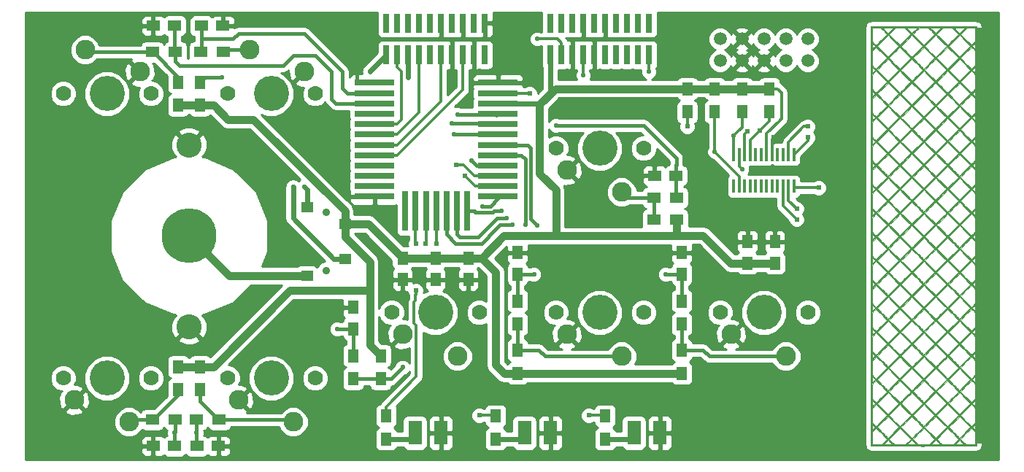
<source format=gbr>
G04 #@! TF.FileFunction,Copper,L1,Top,Signal*
%FSLAX46Y46*%
G04 Gerber Fmt 4.6, Leading zero omitted, Abs format (unit mm)*
G04 Created by KiCad (PCBNEW 4.0.4-stable) date 10/20/17 22:24:28*
%MOMM*%
%LPD*%
G01*
G04 APERTURE LIST*
%ADD10C,0.100000*%
%ADD11C,0.010000*%
%ADD12C,2.921000*%
%ADD13C,6.350000*%
%ADD14C,1.778000*%
%ADD15C,2.286000*%
%ADD16C,4.064000*%
%ADD17R,1.250000X1.500000*%
%ADD18R,1.500000X1.250000*%
%ADD19C,1.500000*%
%ADD20R,1.300000X1.500000*%
%ADD21R,1.500000X1.300000*%
%ADD22R,0.350000X1.550000*%
%ADD23R,4.600000X0.800000*%
%ADD24R,0.800000X4.600000*%
%ADD25R,0.760000X2.200000*%
%ADD26R,2.540000X48.260000*%
%ADD27R,1.400000X1.200000*%
%ADD28C,0.900000*%
%ADD29R,1.600000X2.800000*%
%ADD30C,0.584200*%
%ADD31C,0.609600*%
%ADD32C,0.406400*%
%ADD33C,0.304800*%
%ADD34C,0.914400*%
%ADD35C,0.609600*%
%ADD36C,0.228600*%
%ADD37C,0.254000*%
G04 APERTURE END LIST*
D10*
D11*
G36*
X184191626Y-77234918D02*
X184630421Y-77235143D01*
X185064638Y-77235496D01*
X185492235Y-77235979D01*
X185911174Y-77236590D01*
X186319414Y-77237329D01*
X186714918Y-77238198D01*
X187095643Y-77239196D01*
X187459552Y-77240323D01*
X187804604Y-77241578D01*
X188128759Y-77242963D01*
X188429979Y-77244476D01*
X188706222Y-77246118D01*
X188955451Y-77247889D01*
X189175624Y-77249789D01*
X189364702Y-77251817D01*
X189520647Y-77253975D01*
X189641417Y-77256261D01*
X189724973Y-77258676D01*
X189769277Y-77261220D01*
X189776100Y-77262567D01*
X189777423Y-77284903D01*
X189778715Y-77348552D01*
X189779974Y-77452495D01*
X189781200Y-77595709D01*
X189782395Y-77777176D01*
X189783557Y-77995874D01*
X189784687Y-78250785D01*
X189785785Y-78540886D01*
X189786850Y-78865158D01*
X189787883Y-79222581D01*
X189788884Y-79612134D01*
X189789852Y-80032797D01*
X189790788Y-80483550D01*
X189791692Y-80963373D01*
X189792564Y-81471244D01*
X189793403Y-82006145D01*
X189794210Y-82567054D01*
X189794985Y-83152951D01*
X189795727Y-83762816D01*
X189796438Y-84395628D01*
X189797115Y-85050369D01*
X189797761Y-85726016D01*
X189798374Y-86421550D01*
X189798955Y-87135950D01*
X189799504Y-87868196D01*
X189800020Y-88617269D01*
X189800504Y-89382146D01*
X189800956Y-90161810D01*
X189801376Y-90955238D01*
X189801763Y-91761410D01*
X189802118Y-92579307D01*
X189802440Y-93407908D01*
X189802731Y-94246193D01*
X189802989Y-95093142D01*
X189803214Y-95947733D01*
X189803408Y-96808947D01*
X189803569Y-97675764D01*
X189803698Y-98547163D01*
X189803795Y-99422125D01*
X189803859Y-100299627D01*
X189803891Y-101178651D01*
X189803891Y-102058177D01*
X189803858Y-102937183D01*
X189803793Y-103814649D01*
X189803696Y-104689556D01*
X189803567Y-105560882D01*
X189803405Y-106427608D01*
X189803211Y-107288713D01*
X189802984Y-108143178D01*
X189802726Y-108989981D01*
X189802435Y-109828102D01*
X189802112Y-110656521D01*
X189801756Y-111474219D01*
X189801368Y-112280173D01*
X189800948Y-113073365D01*
X189800496Y-113852774D01*
X189800011Y-114617379D01*
X189799494Y-115366161D01*
X189798945Y-116098098D01*
X189798364Y-116812171D01*
X189797750Y-117507360D01*
X189797104Y-118182644D01*
X189796425Y-118837002D01*
X189795714Y-119469415D01*
X189794971Y-120078862D01*
X189794196Y-120664324D01*
X189793389Y-121224778D01*
X189792549Y-121759206D01*
X189791677Y-122266587D01*
X189790772Y-122745901D01*
X189789835Y-123196127D01*
X189788866Y-123616245D01*
X189787865Y-124005235D01*
X189786831Y-124362076D01*
X189785765Y-124685749D01*
X189784667Y-124975232D01*
X189783537Y-125229506D01*
X189782374Y-125447551D01*
X189781179Y-125628345D01*
X189779952Y-125770869D01*
X189778692Y-125874103D01*
X189777400Y-125937026D01*
X189776099Y-125958600D01*
X189752599Y-125961209D01*
X189688805Y-125963690D01*
X189586757Y-125966042D01*
X189448495Y-125968265D01*
X189276058Y-125970359D01*
X189071487Y-125972325D01*
X188836820Y-125974161D01*
X188574098Y-125975869D01*
X188285360Y-125977448D01*
X187972646Y-125978898D01*
X187637996Y-125980219D01*
X187283448Y-125981412D01*
X186911044Y-125982475D01*
X186522822Y-125983410D01*
X186120821Y-125984216D01*
X185707083Y-125984893D01*
X185283646Y-125985441D01*
X184852551Y-125985860D01*
X184415836Y-125986151D01*
X183975542Y-125986313D01*
X183533707Y-125986345D01*
X183092373Y-125986249D01*
X182653578Y-125986025D01*
X182219361Y-125985671D01*
X181791764Y-125985188D01*
X181372825Y-125984577D01*
X180964585Y-125983837D01*
X180569081Y-125982968D01*
X180188356Y-125981970D01*
X179824447Y-125980843D01*
X179479395Y-125979588D01*
X179155240Y-125978204D01*
X178854020Y-125976690D01*
X178577777Y-125975048D01*
X178328548Y-125973277D01*
X178108375Y-125971378D01*
X177919297Y-125969349D01*
X177763352Y-125967192D01*
X177642582Y-125964906D01*
X177559026Y-125962491D01*
X177514722Y-125959947D01*
X177507900Y-125958600D01*
X177506576Y-125936263D01*
X177505284Y-125872614D01*
X177504025Y-125768672D01*
X177502799Y-125625457D01*
X177501604Y-125443990D01*
X177500442Y-125225292D01*
X177499312Y-124970382D01*
X177498214Y-124680281D01*
X177497190Y-124368469D01*
X177651833Y-124368469D01*
X177651833Y-125079220D01*
X177652186Y-125281660D01*
X177653327Y-125445176D01*
X177655382Y-125573174D01*
X177658476Y-125669059D01*
X177662733Y-125736236D01*
X177668278Y-125778110D01*
X177675236Y-125798085D01*
X177678291Y-125800648D01*
X177706150Y-125803712D01*
X177770139Y-125806573D01*
X177864053Y-125809087D01*
X177981690Y-125811111D01*
X178116846Y-125812500D01*
X178211210Y-125812995D01*
X178717670Y-125814667D01*
X178734013Y-125798446D01*
X179006500Y-125798446D01*
X179026681Y-125803060D01*
X179083286Y-125807163D01*
X179170405Y-125810559D01*
X179282131Y-125813051D01*
X179412554Y-125814442D01*
X179493333Y-125814667D01*
X179631799Y-125813994D01*
X179754949Y-125812108D01*
X179856874Y-125809206D01*
X179931667Y-125805483D01*
X179973418Y-125801138D01*
X179980166Y-125798446D01*
X179965906Y-125778769D01*
X179926481Y-125734781D01*
X179866926Y-125671839D01*
X179792277Y-125595298D01*
X179736750Y-125539500D01*
X179493333Y-125296774D01*
X179249916Y-125539500D01*
X179168016Y-125622118D01*
X179097862Y-125694700D01*
X179044489Y-125751890D01*
X179012931Y-125788332D01*
X179006500Y-125798446D01*
X178734013Y-125798446D01*
X179042382Y-125492385D01*
X179367093Y-125170104D01*
X179619573Y-125170104D01*
X179944284Y-125492385D01*
X180268995Y-125814667D01*
X181490874Y-125814667D01*
X181747799Y-125814667D01*
X182250399Y-125814667D01*
X182391197Y-125814015D01*
X182516771Y-125812184D01*
X182621309Y-125809363D01*
X182698993Y-125805739D01*
X182744009Y-125801499D01*
X182753000Y-125798446D01*
X182738739Y-125778770D01*
X182699312Y-125734781D01*
X182639754Y-125671836D01*
X182565098Y-125595287D01*
X182509464Y-125539381D01*
X182265929Y-125296537D01*
X181747799Y-125814667D01*
X181490874Y-125814667D01*
X181815342Y-125491875D01*
X182139809Y-125169083D01*
X182139426Y-125168700D01*
X182393280Y-125168700D01*
X182715759Y-125491683D01*
X183038237Y-125814667D01*
X184245762Y-125814667D01*
X184261957Y-125798446D01*
X184531000Y-125798446D01*
X184551196Y-125802990D01*
X184607910Y-125807043D01*
X184695326Y-125810416D01*
X184807628Y-125812924D01*
X184939001Y-125814376D01*
X185033600Y-125814667D01*
X185536200Y-125814667D01*
X185018070Y-125296537D01*
X184774535Y-125539381D01*
X184692614Y-125622020D01*
X184622437Y-125694623D01*
X184569039Y-125751837D01*
X184537453Y-125788305D01*
X184531000Y-125798446D01*
X184261957Y-125798446D01*
X184568240Y-125491683D01*
X184889556Y-125169864D01*
X185166000Y-125169864D01*
X185180403Y-125190792D01*
X185220642Y-125236559D01*
X185282263Y-125302430D01*
X185360811Y-125383669D01*
X185451832Y-125475544D01*
X185479796Y-125503373D01*
X185793593Y-125814667D01*
X187015004Y-125814667D01*
X187031347Y-125798446D01*
X187303833Y-125798446D01*
X187324014Y-125803060D01*
X187380619Y-125807163D01*
X187467739Y-125810559D01*
X187579464Y-125813051D01*
X187709888Y-125814442D01*
X187790666Y-125814667D01*
X187929132Y-125813994D01*
X188052282Y-125812108D01*
X188154208Y-125809206D01*
X188229000Y-125805483D01*
X188270751Y-125801138D01*
X188277500Y-125798446D01*
X188263239Y-125778769D01*
X188223814Y-125734781D01*
X188164259Y-125671839D01*
X188089610Y-125595298D01*
X188034083Y-125539500D01*
X187790666Y-125296774D01*
X187547250Y-125539500D01*
X187465349Y-125622118D01*
X187395195Y-125694700D01*
X187341822Y-125751890D01*
X187310265Y-125788332D01*
X187303833Y-125798446D01*
X187031347Y-125798446D01*
X187339715Y-125492385D01*
X187664426Y-125170104D01*
X187916906Y-125170104D01*
X188241997Y-125492762D01*
X188567088Y-125815421D01*
X189094336Y-125809752D01*
X189621583Y-125804083D01*
X189627160Y-125086565D01*
X189632737Y-124369046D01*
X189177083Y-123908860D01*
X188546995Y-124539482D01*
X187916906Y-125170104D01*
X187664426Y-125170104D01*
X187034470Y-124539885D01*
X186404514Y-123909667D01*
X185785257Y-124528657D01*
X185652115Y-124662262D01*
X185528788Y-124787022D01*
X185418412Y-124899691D01*
X185324120Y-124997023D01*
X185249047Y-125075773D01*
X185196330Y-125132693D01*
X185169102Y-125164539D01*
X185166000Y-125169864D01*
X184889556Y-125169864D01*
X184890719Y-125168700D01*
X184266359Y-124544610D01*
X183642000Y-123920519D01*
X183017640Y-124544610D01*
X182393280Y-125168700D01*
X182139426Y-125168700D01*
X181509648Y-124539374D01*
X180879487Y-123909664D01*
X179619573Y-125170104D01*
X179367093Y-125170104D01*
X178737004Y-124539482D01*
X178106916Y-123908860D01*
X177879374Y-124138664D01*
X177651833Y-124368469D01*
X177497190Y-124368469D01*
X177497149Y-124356008D01*
X177496116Y-123998585D01*
X177495549Y-123777871D01*
X177651833Y-123777871D01*
X177652849Y-123889246D01*
X177655649Y-123983953D01*
X177659865Y-124054730D01*
X177665127Y-124094315D01*
X177668238Y-124100167D01*
X177689120Y-124086036D01*
X177732441Y-124047905D01*
X177791172Y-123992165D01*
X177837570Y-123946211D01*
X177990498Y-123792256D01*
X177980761Y-123782576D01*
X178234095Y-123782576D01*
X178858288Y-124407038D01*
X178992067Y-124540624D01*
X179116540Y-124664431D01*
X179228540Y-124775347D01*
X179324904Y-124870260D01*
X179402465Y-124946058D01*
X179458060Y-124999628D01*
X179488522Y-125027859D01*
X179493333Y-125031500D01*
X179510129Y-125017019D01*
X179553629Y-124975652D01*
X179620670Y-124910512D01*
X179708085Y-124824709D01*
X179812710Y-124721356D01*
X179931380Y-124603567D01*
X180060930Y-124474452D01*
X180128378Y-124407038D01*
X180752479Y-123782667D01*
X181007019Y-123782667D01*
X181631166Y-124407083D01*
X181764941Y-124540664D01*
X181889408Y-124664466D01*
X182001403Y-124775376D01*
X182097761Y-124870284D01*
X182175317Y-124946076D01*
X182230905Y-124999640D01*
X182261360Y-125027863D01*
X182266166Y-125031500D01*
X182282970Y-125017021D01*
X182326463Y-124975669D01*
X182393469Y-124910568D01*
X182480807Y-124824845D01*
X182585300Y-124721624D01*
X182703768Y-124604030D01*
X182833033Y-124475190D01*
X182896009Y-124412243D01*
X183514999Y-123792985D01*
X183769000Y-123792985D01*
X184387990Y-124412243D01*
X184521197Y-124545253D01*
X184645087Y-124668472D01*
X184756482Y-124778773D01*
X184852203Y-124873032D01*
X184929070Y-124948123D01*
X184983907Y-125000921D01*
X185013532Y-125028301D01*
X185017833Y-125031500D01*
X185034629Y-125017019D01*
X185078129Y-124975653D01*
X185145169Y-124910512D01*
X185232584Y-124824710D01*
X185337208Y-124721359D01*
X185455876Y-124603571D01*
X185585424Y-124474458D01*
X185652833Y-124407083D01*
X186276980Y-123782667D01*
X186276890Y-123782576D01*
X186531429Y-123782576D01*
X187155621Y-124407038D01*
X187289401Y-124540624D01*
X187413873Y-124664431D01*
X187525874Y-124775347D01*
X187622237Y-124870260D01*
X187699798Y-124946058D01*
X187755393Y-124999628D01*
X187785856Y-125027859D01*
X187790666Y-125031500D01*
X187807462Y-125017019D01*
X187850963Y-124975652D01*
X187918003Y-124910512D01*
X188005418Y-124824709D01*
X188110043Y-124721356D01*
X188228714Y-124603567D01*
X188358263Y-124474452D01*
X188425711Y-124407038D01*
X189049904Y-123782576D01*
X189049646Y-123782318D01*
X189304796Y-123782318D01*
X189463190Y-123941825D01*
X189621583Y-124101333D01*
X189627474Y-123801488D01*
X189628786Y-123693085D01*
X189628361Y-123600396D01*
X189626355Y-123531350D01*
X189622922Y-123493879D01*
X189621391Y-123489669D01*
X189602487Y-123498602D01*
X189560950Y-123532200D01*
X189503553Y-123584678D01*
X189457107Y-123630007D01*
X189304796Y-123782318D01*
X189049646Y-123782318D01*
X188420285Y-123152958D01*
X187790666Y-122523339D01*
X186531429Y-123782576D01*
X186276890Y-123782576D01*
X185652831Y-123158248D01*
X185028681Y-122533829D01*
X184398840Y-123163407D01*
X183769000Y-123792985D01*
X183514999Y-123792985D01*
X182885159Y-123163407D01*
X182255318Y-122533829D01*
X181631168Y-123158248D01*
X181007019Y-123782667D01*
X180752479Y-123782667D01*
X180752570Y-123782576D01*
X179493333Y-122523339D01*
X178863714Y-123152958D01*
X178234095Y-123782576D01*
X177980761Y-123782576D01*
X177821166Y-123623916D01*
X177651833Y-123455576D01*
X177651833Y-123777871D01*
X177495549Y-123777871D01*
X177495115Y-123609032D01*
X177494147Y-123188369D01*
X177493211Y-122737616D01*
X177492307Y-122257794D01*
X177491435Y-121749922D01*
X177491220Y-121612361D01*
X177651833Y-121612361D01*
X177651833Y-123196326D01*
X177878155Y-123425996D01*
X177957305Y-123505563D01*
X178025978Y-123573174D01*
X178078763Y-123623612D01*
X178110248Y-123651661D01*
X178116415Y-123655667D01*
X178133446Y-123641183D01*
X178177169Y-123599809D01*
X178244414Y-123534656D01*
X178332009Y-123448839D01*
X178436783Y-123345469D01*
X178555564Y-123227661D01*
X178685181Y-123098528D01*
X178752545Y-123031205D01*
X179376737Y-122406743D01*
X179365979Y-122395985D01*
X179620328Y-122395985D01*
X180249951Y-123025870D01*
X180879573Y-123655754D01*
X182128494Y-122406833D01*
X182128404Y-122406743D01*
X182382762Y-122406743D01*
X183006954Y-123031205D01*
X183140734Y-123164790D01*
X183265207Y-123288597D01*
X183377207Y-123399513D01*
X183473570Y-123494427D01*
X183551132Y-123570224D01*
X183606726Y-123623795D01*
X183637189Y-123652026D01*
X183642000Y-123655667D01*
X183658795Y-123641186D01*
X183702296Y-123599819D01*
X183769336Y-123534678D01*
X183856752Y-123448875D01*
X183961377Y-123345523D01*
X184080047Y-123227733D01*
X184209597Y-123098618D01*
X184277045Y-123031205D01*
X184901237Y-122406743D01*
X185155595Y-122406743D01*
X186403985Y-123655671D01*
X187033869Y-123026049D01*
X187663754Y-122396427D01*
X187663312Y-122395985D01*
X187917662Y-122395985D01*
X188547372Y-123026229D01*
X189177083Y-123656473D01*
X189404625Y-123426669D01*
X189632166Y-123196864D01*
X189632166Y-121612361D01*
X189399219Y-121380137D01*
X189166273Y-121147912D01*
X188541967Y-121771949D01*
X187917662Y-122395985D01*
X187663312Y-122395985D01*
X187039293Y-121771966D01*
X186414833Y-121147505D01*
X185155595Y-122406743D01*
X184901237Y-122406743D01*
X184271618Y-121777124D01*
X183642000Y-121147505D01*
X182382762Y-122406743D01*
X182128404Y-122406743D01*
X181498875Y-121777214D01*
X180869256Y-121147596D01*
X180244792Y-121771790D01*
X179620328Y-122395985D01*
X179365979Y-122395985D01*
X178747277Y-121777283D01*
X178117817Y-121147822D01*
X177884825Y-121380092D01*
X177651833Y-121612361D01*
X177491220Y-121612361D01*
X177490596Y-121215022D01*
X177490317Y-121020417D01*
X177651833Y-121020417D01*
X177652831Y-121128929D01*
X177655577Y-121220594D01*
X177659699Y-121287969D01*
X177664823Y-121323614D01*
X177667210Y-121327333D01*
X177687746Y-121313306D01*
X177730958Y-121275452D01*
X177789821Y-121220113D01*
X177836559Y-121174389D01*
X177990531Y-121021444D01*
X177989248Y-121020152D01*
X178244495Y-121020152D01*
X178874117Y-121650036D01*
X179503739Y-122279921D01*
X180128200Y-121655460D01*
X180752661Y-121031000D01*
X180741808Y-121020147D01*
X181017333Y-121020147D01*
X181031832Y-121039204D01*
X181073239Y-121084845D01*
X181138423Y-121153831D01*
X181224251Y-121242919D01*
X181327590Y-121348869D01*
X181445306Y-121468439D01*
X181574269Y-121598388D01*
X181636325Y-121660578D01*
X182255318Y-122279838D01*
X182885159Y-121650259D01*
X183514999Y-121020681D01*
X183514473Y-121020154D01*
X183768997Y-121020154D01*
X184398576Y-121649995D01*
X185028154Y-122279835D01*
X185657994Y-121650257D01*
X186287835Y-121020679D01*
X186287307Y-121020150D01*
X186541831Y-121020150D01*
X187160822Y-121639408D01*
X187294029Y-121772419D01*
X187417920Y-121895637D01*
X187529315Y-122005939D01*
X187625035Y-122100198D01*
X187701903Y-122175290D01*
X187756740Y-122228088D01*
X187786365Y-122255467D01*
X187790666Y-122258667D01*
X187807470Y-122244188D01*
X187850963Y-122202836D01*
X187917969Y-122137735D01*
X188005307Y-122052012D01*
X188109800Y-121948790D01*
X188228268Y-121831197D01*
X188357533Y-121702357D01*
X188420510Y-121639408D01*
X189039502Y-121020150D01*
X189038741Y-121019389D01*
X189293468Y-121019389D01*
X189446412Y-121173361D01*
X189511738Y-121237610D01*
X189566564Y-121288714D01*
X189603860Y-121320282D01*
X189615761Y-121327333D01*
X189621561Y-121307408D01*
X189626461Y-121252594D01*
X189630062Y-121170332D01*
X189631967Y-121068063D01*
X189632166Y-121020417D01*
X189631168Y-120911904D01*
X189628422Y-120820239D01*
X189624300Y-120752864D01*
X189619176Y-120717219D01*
X189616789Y-120713500D01*
X189596253Y-120727527D01*
X189553041Y-120765381D01*
X189494178Y-120820720D01*
X189447440Y-120866444D01*
X189293468Y-121019389D01*
X189038741Y-121019389D01*
X187790666Y-119771852D01*
X187166248Y-120396001D01*
X186541831Y-121020150D01*
X186287307Y-121020150D01*
X185658257Y-120390838D01*
X185028679Y-119760998D01*
X183768997Y-121020154D01*
X183514473Y-121020154D01*
X182896009Y-120401424D01*
X182762441Y-120268294D01*
X182637762Y-120144978D01*
X182525210Y-120034608D01*
X182428027Y-119940319D01*
X182349452Y-119865245D01*
X182292724Y-119812520D01*
X182261084Y-119785278D01*
X182255852Y-119782167D01*
X182236340Y-119796658D01*
X182191102Y-119837557D01*
X182124003Y-119900999D01*
X182038909Y-119983120D01*
X181939687Y-120080055D01*
X181830201Y-120187940D01*
X181714318Y-120302912D01*
X181595904Y-120421105D01*
X181478825Y-120538656D01*
X181366947Y-120651700D01*
X181264135Y-120756374D01*
X181174256Y-120848813D01*
X181101175Y-120925152D01*
X181048758Y-120981528D01*
X181020871Y-121014076D01*
X181017333Y-121020147D01*
X180741808Y-121020147D01*
X179493423Y-119771762D01*
X178244495Y-121020152D01*
X177989248Y-121020152D01*
X177837587Y-120867472D01*
X177772261Y-120803223D01*
X177717435Y-120752119D01*
X177680139Y-120720551D01*
X177668238Y-120713500D01*
X177662438Y-120733425D01*
X177657538Y-120788239D01*
X177653937Y-120870501D01*
X177652032Y-120972770D01*
X177651833Y-121020417D01*
X177490317Y-121020417D01*
X177489789Y-120654113D01*
X177489014Y-120068216D01*
X177488272Y-119458351D01*
X177487583Y-118844507D01*
X177651833Y-118844507D01*
X177651833Y-120427059D01*
X177879014Y-120654946D01*
X177958470Y-120733957D01*
X178027290Y-120801081D01*
X178080046Y-120851128D01*
X178111315Y-120878909D01*
X178117273Y-120882833D01*
X178134126Y-120868354D01*
X178177666Y-120827000D01*
X178244715Y-120761897D01*
X178332091Y-120676171D01*
X178436614Y-120572946D01*
X178555105Y-120455349D01*
X178684384Y-120326504D01*
X178747342Y-120263576D01*
X179366333Y-119644319D01*
X179620333Y-119644319D01*
X180239323Y-120263576D01*
X180372891Y-120396705D01*
X180497571Y-120520022D01*
X180610122Y-120630392D01*
X180707305Y-120724681D01*
X180785881Y-120799755D01*
X180842608Y-120852480D01*
X180874248Y-120879722D01*
X180879480Y-120882833D01*
X180898571Y-120868338D01*
X180944214Y-120826960D01*
X181013139Y-120761858D01*
X181102074Y-120676194D01*
X181207748Y-120573126D01*
X181326889Y-120455815D01*
X181456226Y-120327422D01*
X181509323Y-120274428D01*
X181641278Y-120142028D01*
X181763391Y-120018530D01*
X181872502Y-119907202D01*
X181965450Y-119811315D01*
X182039072Y-119734139D01*
X182090207Y-119678944D01*
X182115694Y-119649001D01*
X182118000Y-119644852D01*
X182109675Y-119633910D01*
X182382762Y-119633910D01*
X183006954Y-120258371D01*
X183140734Y-120391957D01*
X183265207Y-120515764D01*
X183377207Y-120626680D01*
X183473570Y-120721593D01*
X183551132Y-120797391D01*
X183606726Y-120850962D01*
X183637189Y-120879193D01*
X183642000Y-120882833D01*
X183658795Y-120868353D01*
X183702296Y-120826986D01*
X183769336Y-120761845D01*
X183856752Y-120676042D01*
X183961377Y-120572690D01*
X184080047Y-120454900D01*
X184209597Y-120325785D01*
X184277045Y-120258371D01*
X184901147Y-119634000D01*
X185155685Y-119634000D01*
X185779833Y-120258417D01*
X185913607Y-120391997D01*
X186038075Y-120515799D01*
X186150070Y-120626710D01*
X186246428Y-120721617D01*
X186323983Y-120797409D01*
X186379571Y-120850973D01*
X186410027Y-120879196D01*
X186414833Y-120882833D01*
X186431636Y-120868355D01*
X186475130Y-120827002D01*
X186542136Y-120761902D01*
X186629474Y-120676178D01*
X186733967Y-120572957D01*
X186852435Y-120455364D01*
X186981699Y-120326523D01*
X187044676Y-120263576D01*
X187663666Y-119644319D01*
X187917666Y-119644319D01*
X188536657Y-120263576D01*
X188669847Y-120396581D01*
X188793700Y-120519795D01*
X188905041Y-120630093D01*
X189000694Y-120724351D01*
X189077483Y-120799443D01*
X189132231Y-120852244D01*
X189161763Y-120879630D01*
X189166019Y-120882833D01*
X189183817Y-120868675D01*
X189226021Y-120829648D01*
X189287207Y-120770922D01*
X189361954Y-120697668D01*
X189404279Y-120655652D01*
X189632166Y-120428472D01*
X189632166Y-118844507D01*
X189405303Y-118614288D01*
X189178441Y-118384069D01*
X188548053Y-119014194D01*
X187917666Y-119644319D01*
X187663666Y-119644319D01*
X187033825Y-119014740D01*
X186403985Y-118385162D01*
X185155685Y-119634000D01*
X184901147Y-119634000D01*
X184901237Y-119633910D01*
X184271618Y-119004291D01*
X183642000Y-118374672D01*
X182382762Y-119633910D01*
X182109675Y-119633910D01*
X182103501Y-119625796D01*
X182062093Y-119580154D01*
X181996909Y-119511169D01*
X181911081Y-119422081D01*
X181807743Y-119316131D01*
X181690026Y-119196561D01*
X181561064Y-119066612D01*
X181499007Y-119004422D01*
X180880014Y-118385162D01*
X180250174Y-119014740D01*
X179620333Y-119644319D01*
X179366333Y-119644319D01*
X178735946Y-119014194D01*
X178105558Y-118384069D01*
X177878696Y-118614288D01*
X177651833Y-118844507D01*
X177487583Y-118844507D01*
X177487561Y-118825538D01*
X177487314Y-118585908D01*
X177651833Y-118585908D01*
X177815704Y-118422037D01*
X177979575Y-118258167D01*
X177979484Y-118258076D01*
X178234095Y-118258076D01*
X178858288Y-118882538D01*
X178992067Y-119016124D01*
X179116540Y-119139931D01*
X179228540Y-119250847D01*
X179324904Y-119345760D01*
X179402465Y-119421558D01*
X179458060Y-119475128D01*
X179488522Y-119503359D01*
X179493333Y-119507000D01*
X179510129Y-119492519D01*
X179553629Y-119451152D01*
X179620670Y-119386012D01*
X179708085Y-119300209D01*
X179812710Y-119196856D01*
X179931380Y-119079067D01*
X180060930Y-118949952D01*
X180128378Y-118882538D01*
X180752570Y-118258076D01*
X181006929Y-118258076D01*
X181631121Y-118882538D01*
X181764901Y-119016124D01*
X181889373Y-119139931D01*
X182001374Y-119250847D01*
X182097737Y-119345760D01*
X182175298Y-119421558D01*
X182230893Y-119475128D01*
X182261356Y-119503359D01*
X182266166Y-119507000D01*
X182282962Y-119492519D01*
X182326463Y-119451152D01*
X182393503Y-119386012D01*
X182480918Y-119300209D01*
X182585543Y-119196856D01*
X182704214Y-119079067D01*
X182833763Y-118949952D01*
X182901211Y-118882538D01*
X183525404Y-118258076D01*
X183523589Y-118256261D01*
X183760411Y-118256261D01*
X184394413Y-118880004D01*
X185028416Y-119503747D01*
X185652788Y-118880957D01*
X186277161Y-118258167D01*
X186277070Y-118258076D01*
X186531429Y-118258076D01*
X187155621Y-118882538D01*
X187289401Y-119016124D01*
X187413873Y-119139931D01*
X187525874Y-119250847D01*
X187622237Y-119345760D01*
X187699798Y-119421558D01*
X187755393Y-119475128D01*
X187785856Y-119503359D01*
X187790666Y-119507000D01*
X187807462Y-119492519D01*
X187850963Y-119451152D01*
X187918003Y-119386012D01*
X188005418Y-119300209D01*
X188110043Y-119196856D01*
X188228714Y-119079067D01*
X188358263Y-118949952D01*
X188425711Y-118882538D01*
X189049904Y-118258076D01*
X189049634Y-118257806D01*
X189304784Y-118257806D01*
X189462654Y-118416736D01*
X189527864Y-118481867D01*
X189581119Y-118534079D01*
X189616012Y-118567153D01*
X189626345Y-118575667D01*
X189628356Y-118555710D01*
X189630066Y-118500678D01*
X189631344Y-118417831D01*
X189632060Y-118314426D01*
X189632166Y-118253046D01*
X189632166Y-117930425D01*
X189468475Y-118094115D01*
X189304784Y-118257806D01*
X189049634Y-118257806D01*
X188420285Y-117628458D01*
X187790666Y-116998839D01*
X186531429Y-118258076D01*
X186277070Y-118258076D01*
X185017833Y-116998839D01*
X183760411Y-118256261D01*
X183523589Y-118256261D01*
X182895785Y-117628458D01*
X182266166Y-116998839D01*
X181006929Y-118258076D01*
X180752570Y-118258076D01*
X179493333Y-116998839D01*
X178863714Y-117628458D01*
X178234095Y-118258076D01*
X177979484Y-118258076D01*
X177651833Y-117930425D01*
X177651833Y-118585908D01*
X177487314Y-118585908D01*
X177486884Y-118170798D01*
X177486238Y-117495151D01*
X177485625Y-116799617D01*
X177485047Y-116087861D01*
X177651833Y-116087861D01*
X177651833Y-117671826D01*
X177878696Y-117902045D01*
X178105558Y-118132264D01*
X178735990Y-117502095D01*
X179366421Y-116871927D01*
X179365979Y-116871485D01*
X179620328Y-116871485D01*
X180249908Y-117501327D01*
X180879487Y-118131169D01*
X181509327Y-117501592D01*
X182128932Y-116882243D01*
X182382762Y-116882243D01*
X183006954Y-117506705D01*
X183140734Y-117640290D01*
X183265207Y-117764097D01*
X183377207Y-117875013D01*
X183473570Y-117969927D01*
X183551132Y-118045724D01*
X183606726Y-118099295D01*
X183637189Y-118127526D01*
X183642000Y-118131167D01*
X183658795Y-118116686D01*
X183702296Y-118075319D01*
X183769336Y-118010178D01*
X183856752Y-117924375D01*
X183961377Y-117821023D01*
X184080047Y-117703233D01*
X184209597Y-117574118D01*
X184277045Y-117506705D01*
X184901237Y-116882243D01*
X184890475Y-116871481D01*
X185166000Y-116871481D01*
X185180498Y-116890537D01*
X185221906Y-116936179D01*
X185287090Y-117005164D01*
X185372918Y-117094252D01*
X185476256Y-117200202D01*
X185593973Y-117319772D01*
X185722935Y-117449721D01*
X185784992Y-117511911D01*
X186403985Y-118131171D01*
X187033825Y-117501593D01*
X187663666Y-116872014D01*
X187663138Y-116871485D01*
X187917662Y-116871485D01*
X188547372Y-117501729D01*
X189177083Y-118131973D01*
X189404625Y-117902169D01*
X189632166Y-117672364D01*
X189632166Y-116087861D01*
X189399219Y-115855637D01*
X189166273Y-115623412D01*
X188541967Y-116247449D01*
X187917662Y-116871485D01*
X187663138Y-116871485D01*
X187044676Y-116252757D01*
X186911108Y-116119628D01*
X186786428Y-115996311D01*
X186673877Y-115885941D01*
X186576694Y-115791652D01*
X186498118Y-115716578D01*
X186441391Y-115663853D01*
X186409751Y-115636611D01*
X186404519Y-115633500D01*
X186385007Y-115647992D01*
X186339769Y-115688890D01*
X186272670Y-115752332D01*
X186187576Y-115834453D01*
X186088353Y-115931388D01*
X185978868Y-116039273D01*
X185862985Y-116154245D01*
X185744571Y-116272438D01*
X185627492Y-116389989D01*
X185515614Y-116503034D01*
X185412802Y-116607707D01*
X185322922Y-116700146D01*
X185249841Y-116776485D01*
X185197424Y-116832861D01*
X185169538Y-116865409D01*
X185166000Y-116871481D01*
X184890475Y-116871481D01*
X184271618Y-116252624D01*
X183642000Y-115623005D01*
X182382762Y-116882243D01*
X182128932Y-116882243D01*
X182139166Y-116872014D01*
X181520176Y-116252757D01*
X181386608Y-116119628D01*
X181261928Y-115996311D01*
X181149376Y-115885941D01*
X181052193Y-115791652D01*
X180973617Y-115716578D01*
X180916889Y-115663853D01*
X180885248Y-115636611D01*
X180880016Y-115633500D01*
X180860960Y-115647999D01*
X180815319Y-115689406D01*
X180746334Y-115754590D01*
X180657247Y-115840418D01*
X180551297Y-115943756D01*
X180431727Y-116061473D01*
X180301778Y-116190436D01*
X180239588Y-116252492D01*
X179620328Y-116871485D01*
X179365979Y-116871485D01*
X178742119Y-116247625D01*
X178117817Y-115623322D01*
X177884825Y-115855592D01*
X177651833Y-116087861D01*
X177485047Y-116087861D01*
X177485044Y-116085216D01*
X177484603Y-115495917D01*
X177651833Y-115495917D01*
X177652831Y-115604429D01*
X177655577Y-115696094D01*
X177659699Y-115763469D01*
X177664823Y-115799114D01*
X177667210Y-115802833D01*
X177687746Y-115788806D01*
X177730958Y-115750952D01*
X177789821Y-115695613D01*
X177836559Y-115649889D01*
X177990531Y-115496944D01*
X177989248Y-115495652D01*
X178244500Y-115495652D01*
X178863490Y-116114909D01*
X178996697Y-116247920D01*
X179120587Y-116371138D01*
X179231982Y-116481440D01*
X179327703Y-116575699D01*
X179404570Y-116650790D01*
X179459407Y-116703588D01*
X179489032Y-116730968D01*
X179493333Y-116734167D01*
X179510129Y-116719686D01*
X179553629Y-116678319D01*
X179620669Y-116613179D01*
X179708084Y-116527377D01*
X179812708Y-116424025D01*
X179931376Y-116306237D01*
X180060924Y-116177125D01*
X180128333Y-116109750D01*
X180742170Y-115495647D01*
X181017333Y-115495647D01*
X181031825Y-115515159D01*
X181072723Y-115560397D01*
X181136165Y-115627496D01*
X181218286Y-115712590D01*
X181315221Y-115811813D01*
X181423106Y-115921298D01*
X181538078Y-116037181D01*
X181656271Y-116155595D01*
X181773822Y-116272674D01*
X181886867Y-116384552D01*
X181991540Y-116487364D01*
X182083979Y-116577244D01*
X182160318Y-116650325D01*
X182216694Y-116702742D01*
X182249242Y-116730628D01*
X182255314Y-116734167D01*
X182274370Y-116719668D01*
X182320012Y-116678260D01*
X182388997Y-116613076D01*
X182478085Y-116527248D01*
X182584035Y-116423910D01*
X182703605Y-116306193D01*
X182833554Y-116177231D01*
X182895744Y-116115174D01*
X183515004Y-115496181D01*
X183514476Y-115495652D01*
X183769000Y-115495652D01*
X184387990Y-116114909D01*
X184521558Y-116248039D01*
X184646237Y-116371355D01*
X184758789Y-116481725D01*
X184855972Y-116576014D01*
X184934547Y-116651088D01*
X184991275Y-116703813D01*
X185022915Y-116731055D01*
X185028147Y-116734167D01*
X185047237Y-116719671D01*
X185092881Y-116678293D01*
X185161805Y-116613192D01*
X185250741Y-116527527D01*
X185356414Y-116424459D01*
X185475556Y-116307149D01*
X185604893Y-116178755D01*
X185657990Y-116125762D01*
X185789944Y-115993362D01*
X185912058Y-115869863D01*
X186021169Y-115758535D01*
X186114116Y-115662648D01*
X186187739Y-115585472D01*
X186238874Y-115530278D01*
X186264361Y-115500334D01*
X186266666Y-115496186D01*
X186258409Y-115485333D01*
X186531519Y-115485333D01*
X187155666Y-116109750D01*
X187289441Y-116243330D01*
X187413908Y-116367132D01*
X187525903Y-116478043D01*
X187622261Y-116572951D01*
X187699817Y-116648742D01*
X187755405Y-116702306D01*
X187785860Y-116730530D01*
X187790666Y-116734167D01*
X187807470Y-116719688D01*
X187850963Y-116678336D01*
X187917969Y-116613235D01*
X188005307Y-116527512D01*
X188109800Y-116424290D01*
X188228268Y-116306697D01*
X188357533Y-116177857D01*
X188420509Y-116114909D01*
X189039499Y-115495652D01*
X189038736Y-115494889D01*
X189293468Y-115494889D01*
X189446412Y-115648861D01*
X189511738Y-115713110D01*
X189566564Y-115764214D01*
X189603860Y-115795782D01*
X189615761Y-115802833D01*
X189621561Y-115782908D01*
X189626461Y-115728094D01*
X189630062Y-115645832D01*
X189631967Y-115543563D01*
X189632166Y-115495917D01*
X189631168Y-115387404D01*
X189628422Y-115295739D01*
X189624300Y-115228364D01*
X189619176Y-115192719D01*
X189616789Y-115189000D01*
X189596253Y-115203027D01*
X189553041Y-115240881D01*
X189494178Y-115296220D01*
X189447440Y-115341944D01*
X189293468Y-115494889D01*
X189038736Y-115494889D01*
X188409659Y-114866074D01*
X187779818Y-114236495D01*
X187155668Y-114860914D01*
X186531519Y-115485333D01*
X186258409Y-115485333D01*
X186252167Y-115477129D01*
X186210760Y-115431488D01*
X186145576Y-115362502D01*
X186059748Y-115273414D01*
X185956409Y-115167464D01*
X185838693Y-115047894D01*
X185709730Y-114917945D01*
X185647674Y-114855755D01*
X185028681Y-114236495D01*
X184398840Y-114866074D01*
X183769000Y-115495652D01*
X183514476Y-115495652D01*
X182885426Y-114866341D01*
X182255847Y-114236500D01*
X181636590Y-114855490D01*
X181503461Y-114989058D01*
X181380144Y-115113738D01*
X181269774Y-115226289D01*
X181175485Y-115323472D01*
X181100411Y-115402048D01*
X181047686Y-115458775D01*
X181020444Y-115490415D01*
X181017333Y-115495647D01*
X180742170Y-115495647D01*
X180752480Y-115485333D01*
X180128331Y-114860914D01*
X179504181Y-114236495D01*
X178874340Y-114866074D01*
X178244500Y-115495652D01*
X177989248Y-115495652D01*
X177837587Y-115342972D01*
X177772261Y-115278723D01*
X177717435Y-115227619D01*
X177680139Y-115196051D01*
X177668238Y-115189000D01*
X177662438Y-115208925D01*
X177657538Y-115263739D01*
X177653937Y-115346001D01*
X177652032Y-115448270D01*
X177651833Y-115495917D01*
X177484603Y-115495917D01*
X177484495Y-115352970D01*
X177483979Y-114603898D01*
X177483495Y-113839020D01*
X177483194Y-113319469D01*
X177651833Y-113319469D01*
X177651833Y-114902559D01*
X177879014Y-115130446D01*
X177958470Y-115209457D01*
X178027290Y-115276581D01*
X178080046Y-115326628D01*
X178111315Y-115354409D01*
X178117273Y-115358333D01*
X178134118Y-115343852D01*
X178177665Y-115302484D01*
X178244748Y-115237340D01*
X178332201Y-115151534D01*
X178436857Y-115048179D01*
X178555550Y-114930385D01*
X178685114Y-114801266D01*
X178752545Y-114733871D01*
X179366332Y-114119819D01*
X179620333Y-114119819D01*
X180239323Y-114739076D01*
X180372530Y-114872086D01*
X180496420Y-114995305D01*
X180607815Y-115105606D01*
X180703536Y-115199865D01*
X180780404Y-115274957D01*
X180835240Y-115327755D01*
X180864865Y-115355134D01*
X180869166Y-115358333D01*
X180885962Y-115343853D01*
X180929463Y-115302486D01*
X180996503Y-115237345D01*
X181083917Y-115151543D01*
X181188541Y-115048192D01*
X181307210Y-114930404D01*
X181436757Y-114801291D01*
X181504166Y-114733917D01*
X182128314Y-114109500D01*
X182128225Y-114109410D01*
X182382762Y-114109410D01*
X183006954Y-114733871D01*
X183140734Y-114867457D01*
X183265207Y-114991264D01*
X183377207Y-115102180D01*
X183473570Y-115197093D01*
X183551132Y-115272891D01*
X183606726Y-115326462D01*
X183637189Y-115354693D01*
X183642000Y-115358333D01*
X183658795Y-115343853D01*
X183702296Y-115302486D01*
X183769336Y-115237345D01*
X183856752Y-115151542D01*
X183961377Y-115048190D01*
X184080047Y-114930400D01*
X184209597Y-114801285D01*
X184277045Y-114733871D01*
X184901147Y-114109500D01*
X185155685Y-114109500D01*
X185779833Y-114733917D01*
X185913607Y-114867497D01*
X186038075Y-114991299D01*
X186150070Y-115102210D01*
X186246428Y-115197117D01*
X186323983Y-115272909D01*
X186379571Y-115326473D01*
X186410027Y-115354696D01*
X186414833Y-115358333D01*
X186431636Y-115343855D01*
X186475130Y-115302502D01*
X186542136Y-115237402D01*
X186629474Y-115151678D01*
X186733967Y-115048457D01*
X186852435Y-114930864D01*
X186981699Y-114802023D01*
X187044676Y-114739076D01*
X187663666Y-114119819D01*
X187653253Y-114109410D01*
X187907262Y-114109410D01*
X188531454Y-114733871D01*
X188665217Y-114867451D01*
X188789653Y-114991254D01*
X188901601Y-115102167D01*
X188997896Y-115197079D01*
X189075379Y-115272877D01*
X189130886Y-115326451D01*
X189161256Y-115354688D01*
X189166019Y-115358333D01*
X189183817Y-115344175D01*
X189226021Y-115305148D01*
X189287207Y-115246422D01*
X189361954Y-115173168D01*
X189404279Y-115131152D01*
X189632166Y-114903972D01*
X189632166Y-113315028D01*
X189399174Y-113082758D01*
X189166182Y-112850489D01*
X188536722Y-113479949D01*
X187907262Y-114109410D01*
X187653253Y-114109410D01*
X187033825Y-113490240D01*
X186403985Y-112860662D01*
X185155685Y-114109500D01*
X184901147Y-114109500D01*
X184901237Y-114109410D01*
X184271618Y-113479791D01*
X183642000Y-112850172D01*
X182382762Y-114109410D01*
X182128225Y-114109410D01*
X180880014Y-112860662D01*
X180250174Y-113490240D01*
X179620333Y-114119819D01*
X179366332Y-114119819D01*
X179376737Y-114109410D01*
X178746730Y-113479746D01*
X178116723Y-112850083D01*
X177651833Y-113319469D01*
X177483194Y-113319469D01*
X177483043Y-113059357D01*
X177482865Y-112723083D01*
X177651833Y-112723083D01*
X177652831Y-112831596D01*
X177655577Y-112923261D01*
X177659699Y-112990636D01*
X177664823Y-113026281D01*
X177667210Y-113030000D01*
X177687746Y-113015972D01*
X177730958Y-112978118D01*
X177789821Y-112922780D01*
X177836559Y-112877055D01*
X177981002Y-112733576D01*
X178234095Y-112733576D01*
X178858288Y-113358038D01*
X178992067Y-113491624D01*
X179116540Y-113615431D01*
X179228540Y-113726347D01*
X179324904Y-113821260D01*
X179402465Y-113897058D01*
X179458060Y-113950628D01*
X179488522Y-113978859D01*
X179493333Y-113982500D01*
X179510129Y-113968019D01*
X179553629Y-113926652D01*
X179620670Y-113861512D01*
X179708085Y-113775709D01*
X179812710Y-113672356D01*
X179931380Y-113554567D01*
X180060930Y-113425452D01*
X180128378Y-113358038D01*
X180752570Y-112733576D01*
X181006929Y-112733576D01*
X181631123Y-113358040D01*
X182255318Y-113982504D01*
X182885203Y-113352882D01*
X183515087Y-112723260D01*
X183514646Y-112722818D01*
X183768995Y-112722818D01*
X185028239Y-113982588D01*
X185652700Y-113358127D01*
X186277161Y-112733667D01*
X186277070Y-112733576D01*
X186531429Y-112733576D01*
X187155621Y-113358038D01*
X187289401Y-113491624D01*
X187413873Y-113615431D01*
X187525874Y-113726347D01*
X187622237Y-113821260D01*
X187699798Y-113897058D01*
X187755393Y-113950628D01*
X187785856Y-113978859D01*
X187790666Y-113982500D01*
X187807462Y-113968019D01*
X187850963Y-113926652D01*
X187918003Y-113861512D01*
X188005418Y-113775709D01*
X188110043Y-113672356D01*
X188228714Y-113554567D01*
X188358263Y-113425452D01*
X188425711Y-113358038D01*
X189049904Y-112733576D01*
X189049596Y-112733268D01*
X189304823Y-112733268D01*
X189452052Y-112881634D01*
X189516129Y-112944629D01*
X189569677Y-112994343D01*
X189605501Y-113024256D01*
X189615723Y-113030000D01*
X189621492Y-113010065D01*
X189626376Y-112955179D01*
X189629987Y-112872722D01*
X189631935Y-112770075D01*
X189632166Y-112717962D01*
X189632166Y-112405925D01*
X189468494Y-112569596D01*
X189304823Y-112733268D01*
X189049596Y-112733268D01*
X188420285Y-112103958D01*
X187790666Y-111474339D01*
X186531429Y-112733576D01*
X186277070Y-112733576D01*
X185017923Y-111474429D01*
X184393459Y-112098624D01*
X183768995Y-112722818D01*
X183514646Y-112722818D01*
X182890627Y-112098799D01*
X182266166Y-111474339D01*
X181006929Y-112733576D01*
X180752570Y-112733576D01*
X179493333Y-111474339D01*
X178863714Y-112103958D01*
X178234095Y-112733576D01*
X177981002Y-112733576D01*
X177990531Y-112724111D01*
X177837587Y-112570139D01*
X177772261Y-112505889D01*
X177717435Y-112454785D01*
X177680139Y-112423217D01*
X177668238Y-112416167D01*
X177662438Y-112436091D01*
X177657538Y-112490906D01*
X177653937Y-112573168D01*
X177652032Y-112675437D01*
X177651833Y-112723083D01*
X177482865Y-112723083D01*
X177482623Y-112265929D01*
X177482237Y-111459756D01*
X177481882Y-110641859D01*
X177481846Y-110547173D01*
X177651833Y-110547173D01*
X177651833Y-112147137D01*
X177867519Y-112366318D01*
X177945597Y-112444159D01*
X178014284Y-112509826D01*
X178067720Y-112557929D01*
X178100044Y-112583076D01*
X178105779Y-112585500D01*
X178125134Y-112570991D01*
X178171048Y-112529556D01*
X178240270Y-112464329D01*
X178329554Y-112378445D01*
X178435651Y-112275040D01*
X178555313Y-112157249D01*
X178685291Y-112028207D01*
X178747342Y-111966243D01*
X179366331Y-111346987D01*
X179620331Y-111346987D01*
X180879487Y-112606669D01*
X181509328Y-111977090D01*
X182139168Y-111347512D01*
X182138640Y-111346983D01*
X182393164Y-111346983D01*
X183012156Y-111966241D01*
X183145362Y-112099252D01*
X183269253Y-112222471D01*
X183380648Y-112332772D01*
X183476369Y-112427032D01*
X183553237Y-112502123D01*
X183608073Y-112554921D01*
X183637699Y-112582301D01*
X183642000Y-112585500D01*
X183658803Y-112571021D01*
X183702297Y-112529669D01*
X183769302Y-112464568D01*
X183856641Y-112378845D01*
X183961133Y-112275624D01*
X184079601Y-112158030D01*
X184208866Y-112029190D01*
X184271843Y-111966241D01*
X184890835Y-111346983D01*
X185166000Y-111346983D01*
X185180498Y-111366039D01*
X185221906Y-111411680D01*
X185287090Y-111480665D01*
X185372918Y-111569753D01*
X185476256Y-111675702D01*
X185593973Y-111795272D01*
X185722935Y-111925221D01*
X185784992Y-111987411D01*
X186403985Y-112606671D01*
X187033827Y-111977092D01*
X187663668Y-111347512D01*
X187663144Y-111346987D01*
X187917664Y-111346987D01*
X188547373Y-111977230D01*
X189177083Y-112607473D01*
X189404625Y-112377669D01*
X189632166Y-112147864D01*
X189632166Y-110547173D01*
X189405303Y-110316955D01*
X189178441Y-110086736D01*
X188548052Y-110716862D01*
X187917664Y-111346987D01*
X187663144Y-111346987D01*
X187034091Y-110717673D01*
X186404514Y-110087833D01*
X185785257Y-110706824D01*
X185652127Y-110840392D01*
X185528811Y-110965071D01*
X185418441Y-111077623D01*
X185324152Y-111174806D01*
X185249078Y-111253382D01*
X185196353Y-111310110D01*
X185169111Y-111341751D01*
X185166000Y-111346983D01*
X184890835Y-111346983D01*
X184266417Y-110722834D01*
X183642000Y-110098686D01*
X183017582Y-110722834D01*
X182393164Y-111346983D01*
X182138640Y-111346983D01*
X181509590Y-110717672D01*
X180880012Y-110087831D01*
X180250171Y-110717409D01*
X179620331Y-111346987D01*
X179366331Y-111346987D01*
X179366333Y-111346985D01*
X178735946Y-110716861D01*
X178105558Y-110086736D01*
X177878696Y-110316955D01*
X177651833Y-110547173D01*
X177481846Y-110547173D01*
X177481746Y-110288575D01*
X177651833Y-110288575D01*
X177979575Y-109960833D01*
X177979485Y-109960743D01*
X178234095Y-109960743D01*
X178858288Y-110585205D01*
X178992067Y-110718790D01*
X179116540Y-110842597D01*
X179228540Y-110953513D01*
X179324904Y-111048427D01*
X179402465Y-111124224D01*
X179458060Y-111177795D01*
X179488522Y-111206026D01*
X179493333Y-111209667D01*
X179510129Y-111195186D01*
X179553629Y-111153819D01*
X179620670Y-111088678D01*
X179708085Y-111002875D01*
X179812710Y-110899523D01*
X179931380Y-110781733D01*
X180060930Y-110652618D01*
X180128378Y-110585205D01*
X180752480Y-109960833D01*
X181007019Y-109960833D01*
X181631166Y-110585250D01*
X181764941Y-110718830D01*
X181889408Y-110842632D01*
X182001403Y-110953543D01*
X182097761Y-111048451D01*
X182175317Y-111124242D01*
X182230905Y-111177806D01*
X182261360Y-111206030D01*
X182266166Y-111209667D01*
X182282970Y-111195188D01*
X182326463Y-111153836D01*
X182393469Y-111088735D01*
X182480807Y-111003012D01*
X182585300Y-110899790D01*
X182703768Y-110782197D01*
X182833033Y-110653357D01*
X182896009Y-110590409D01*
X183514999Y-109971152D01*
X183769000Y-109971152D01*
X184387990Y-110590409D01*
X184521197Y-110723420D01*
X184645087Y-110846638D01*
X184756482Y-110956940D01*
X184852203Y-111051199D01*
X184929070Y-111126290D01*
X184983907Y-111179088D01*
X185013532Y-111206468D01*
X185017833Y-111209667D01*
X185034629Y-111195186D01*
X185078129Y-111153819D01*
X185145169Y-111088679D01*
X185232584Y-111002877D01*
X185337208Y-110899525D01*
X185455876Y-110781737D01*
X185585424Y-110652625D01*
X185652833Y-110585250D01*
X186276980Y-109960833D01*
X186276891Y-109960743D01*
X186531429Y-109960743D01*
X187155621Y-110585205D01*
X187289401Y-110718790D01*
X187413873Y-110842597D01*
X187525874Y-110953513D01*
X187622237Y-111048427D01*
X187699798Y-111124224D01*
X187755393Y-111177795D01*
X187785856Y-111206026D01*
X187790666Y-111209667D01*
X187807462Y-111195186D01*
X187850963Y-111153819D01*
X187918003Y-111088678D01*
X188005418Y-111002875D01*
X188110043Y-110899523D01*
X188228714Y-110781733D01*
X188358263Y-110652618D01*
X188425711Y-110585205D01*
X189049904Y-109960743D01*
X189049646Y-109960485D01*
X189304796Y-109960485D01*
X189463190Y-110119992D01*
X189621583Y-110279500D01*
X189627474Y-109979654D01*
X189628786Y-109871252D01*
X189628361Y-109778563D01*
X189626355Y-109709517D01*
X189622922Y-109672045D01*
X189621391Y-109667836D01*
X189602487Y-109676768D01*
X189560950Y-109710367D01*
X189503553Y-109762845D01*
X189457107Y-109808174D01*
X189304796Y-109960485D01*
X189049646Y-109960485D01*
X187790666Y-108701505D01*
X187161047Y-109331124D01*
X186531429Y-109960743D01*
X186276891Y-109960743D01*
X185652831Y-109336414D01*
X185028681Y-108711995D01*
X184398840Y-109341574D01*
X183769000Y-109971152D01*
X183514999Y-109971152D01*
X182885159Y-109341574D01*
X182255318Y-108711995D01*
X181631168Y-109336414D01*
X181007019Y-109960833D01*
X180752480Y-109960833D01*
X180752570Y-109960743D01*
X180122952Y-109331124D01*
X179493333Y-108701505D01*
X178234095Y-109960743D01*
X177979485Y-109960743D01*
X177651833Y-109633091D01*
X177651833Y-110288575D01*
X177481746Y-110288575D01*
X177481560Y-109813258D01*
X177481269Y-108974973D01*
X177481011Y-108128025D01*
X177480923Y-107790528D01*
X177651833Y-107790528D01*
X177651833Y-109374493D01*
X177878696Y-109604712D01*
X178105558Y-109834930D01*
X178735990Y-109204762D01*
X179366421Y-108574593D01*
X179365980Y-108574152D01*
X179620328Y-108574152D01*
X180249951Y-109204036D01*
X180879573Y-109833921D01*
X181504033Y-109209460D01*
X182128494Y-108585000D01*
X182128404Y-108584910D01*
X182382762Y-108584910D01*
X183006954Y-109209371D01*
X183140734Y-109342957D01*
X183265207Y-109466764D01*
X183377207Y-109577680D01*
X183473570Y-109672593D01*
X183551132Y-109748391D01*
X183606726Y-109801962D01*
X183637189Y-109830193D01*
X183642000Y-109833833D01*
X183658795Y-109819353D01*
X183702296Y-109777986D01*
X183769336Y-109712845D01*
X183856752Y-109627042D01*
X183961377Y-109523690D01*
X184080047Y-109405900D01*
X184209597Y-109276785D01*
X184277045Y-109209371D01*
X184901237Y-108584910D01*
X185155595Y-108584910D01*
X186403985Y-109833838D01*
X187033869Y-109204215D01*
X187663754Y-108574593D01*
X187663313Y-108574152D01*
X187917662Y-108574152D01*
X188547372Y-109204396D01*
X189177083Y-109834640D01*
X189404625Y-109604835D01*
X189632166Y-109375031D01*
X189632166Y-107790528D01*
X189399219Y-107558303D01*
X189166273Y-107326079D01*
X188541967Y-107950115D01*
X187917662Y-108574152D01*
X187663313Y-108574152D01*
X187039293Y-107950133D01*
X186414833Y-107325672D01*
X185155595Y-108584910D01*
X184901237Y-108584910D01*
X184271618Y-107955291D01*
X183642000Y-107325672D01*
X182382762Y-108584910D01*
X182128404Y-108584910D01*
X180869256Y-107325762D01*
X179620328Y-108574152D01*
X179365980Y-108574152D01*
X178117817Y-107325989D01*
X177884825Y-107558258D01*
X177651833Y-107790528D01*
X177480923Y-107790528D01*
X177480786Y-107273433D01*
X177480770Y-107198583D01*
X177651833Y-107198583D01*
X177652831Y-107307096D01*
X177655577Y-107398761D01*
X177659699Y-107466136D01*
X177664823Y-107501781D01*
X177667210Y-107505500D01*
X177687746Y-107491472D01*
X177730958Y-107453618D01*
X177789821Y-107398280D01*
X177836559Y-107352555D01*
X177990531Y-107199611D01*
X177989245Y-107198316D01*
X178244497Y-107198316D01*
X178863489Y-107817575D01*
X178996696Y-107950585D01*
X179120586Y-108073804D01*
X179231981Y-108184106D01*
X179327702Y-108278365D01*
X179404570Y-108353456D01*
X179459406Y-108406254D01*
X179489032Y-108433634D01*
X179493333Y-108436833D01*
X179510136Y-108422355D01*
X179553630Y-108381002D01*
X179620636Y-108315902D01*
X179707974Y-108230178D01*
X179812467Y-108126957D01*
X179930935Y-108009364D01*
X180060199Y-107880523D01*
X180123177Y-107817575D01*
X180742168Y-107198316D01*
X181017333Y-107198316D01*
X181031832Y-107217372D01*
X181073239Y-107263013D01*
X181138423Y-107331998D01*
X181224251Y-107421086D01*
X181327589Y-107527036D01*
X181445306Y-107646605D01*
X181574269Y-107776555D01*
X181636325Y-107838745D01*
X182255318Y-108458004D01*
X183515002Y-107198846D01*
X183514478Y-107198321D01*
X183768997Y-107198321D01*
X184398576Y-107828161D01*
X185028154Y-108458002D01*
X185657994Y-107828424D01*
X186287835Y-107198846D01*
X186287306Y-107198316D01*
X186541831Y-107198316D01*
X187160822Y-107817575D01*
X187294029Y-107950585D01*
X187417920Y-108073804D01*
X187529315Y-108184106D01*
X187625035Y-108278365D01*
X187701903Y-108353456D01*
X187756740Y-108406254D01*
X187786365Y-108433634D01*
X187790666Y-108436833D01*
X187807470Y-108422355D01*
X187850963Y-108381002D01*
X187917969Y-108315902D01*
X188005307Y-108230178D01*
X188109800Y-108126957D01*
X188228268Y-108009364D01*
X188357533Y-107880523D01*
X188420510Y-107817575D01*
X189039502Y-107198316D01*
X189038741Y-107197555D01*
X189293468Y-107197555D01*
X189446412Y-107351528D01*
X189511738Y-107415777D01*
X189566564Y-107466881D01*
X189603860Y-107498449D01*
X189615761Y-107505500D01*
X189621561Y-107485575D01*
X189626461Y-107430761D01*
X189630062Y-107348499D01*
X189631967Y-107246230D01*
X189632166Y-107198583D01*
X189631168Y-107090070D01*
X189628422Y-106998406D01*
X189624300Y-106931030D01*
X189619176Y-106895386D01*
X189616789Y-106891667D01*
X189596253Y-106905694D01*
X189553041Y-106943548D01*
X189494178Y-106998886D01*
X189447440Y-107044611D01*
X189293468Y-107197555D01*
X189038741Y-107197555D01*
X188415084Y-106574168D01*
X187790666Y-105950019D01*
X187166248Y-106574168D01*
X186541831Y-107198316D01*
X186287306Y-107198316D01*
X185028679Y-105939164D01*
X184398838Y-106568743D01*
X183768997Y-107198321D01*
X183514478Y-107198321D01*
X182885425Y-106569006D01*
X182255847Y-105939167D01*
X181636590Y-106558157D01*
X181503461Y-106691725D01*
X181380144Y-106816405D01*
X181269774Y-106928956D01*
X181175485Y-107026140D01*
X181100411Y-107104715D01*
X181047686Y-107161444D01*
X181020444Y-107193084D01*
X181017333Y-107198316D01*
X180742168Y-107198316D01*
X180117751Y-106574168D01*
X179493333Y-105950019D01*
X178868915Y-106574168D01*
X178244497Y-107198316D01*
X177989245Y-107198316D01*
X177837587Y-107045639D01*
X177772261Y-106981389D01*
X177717435Y-106930285D01*
X177680139Y-106898717D01*
X177668238Y-106891667D01*
X177662438Y-106911591D01*
X177657538Y-106966406D01*
X177653937Y-107048668D01*
X177652032Y-107150937D01*
X177651833Y-107198583D01*
X177480770Y-107198583D01*
X177480592Y-106412219D01*
X177480431Y-105545402D01*
X177480354Y-105022673D01*
X177651833Y-105022673D01*
X177651833Y-106605225D01*
X177879014Y-106833113D01*
X177958470Y-106912124D01*
X178027290Y-106979247D01*
X178080046Y-107029294D01*
X178111315Y-107057076D01*
X178117273Y-107061000D01*
X178134126Y-107046521D01*
X178177666Y-107005167D01*
X178244715Y-106940064D01*
X178332091Y-106854337D01*
X178436614Y-106751113D01*
X178555105Y-106633515D01*
X178684384Y-106504671D01*
X178747342Y-106441743D01*
X179366333Y-105822485D01*
X179620333Y-105822485D01*
X180239323Y-106441743D01*
X180372530Y-106574753D01*
X180496420Y-106697972D01*
X180607815Y-106808273D01*
X180703536Y-106902532D01*
X180780404Y-106977623D01*
X180835240Y-107030421D01*
X180864865Y-107057801D01*
X180869166Y-107061000D01*
X180885962Y-107046519D01*
X180929463Y-107005153D01*
X180996503Y-106940012D01*
X181083917Y-106854210D01*
X181188541Y-106750859D01*
X181307210Y-106633071D01*
X181436757Y-106503958D01*
X181504166Y-106436583D01*
X182128314Y-105812167D01*
X182128224Y-105812076D01*
X182382762Y-105812076D01*
X183006954Y-106436538D01*
X183140734Y-106570124D01*
X183265207Y-106693931D01*
X183377207Y-106804847D01*
X183473570Y-106899760D01*
X183551132Y-106975558D01*
X183606726Y-107029128D01*
X183637189Y-107057359D01*
X183642000Y-107061000D01*
X183658795Y-107046519D01*
X183702296Y-107005152D01*
X183769336Y-106940012D01*
X183856752Y-106854209D01*
X183961377Y-106750856D01*
X184080047Y-106633067D01*
X184209597Y-106503952D01*
X184277045Y-106436538D01*
X184901146Y-105812167D01*
X185155685Y-105812167D01*
X185779833Y-106436583D01*
X185913607Y-106570164D01*
X186038075Y-106693966D01*
X186150070Y-106804876D01*
X186246428Y-106899784D01*
X186323983Y-106975576D01*
X186379571Y-107029140D01*
X186410027Y-107057363D01*
X186414833Y-107061000D01*
X186431636Y-107046521D01*
X186475130Y-107005169D01*
X186542136Y-106940068D01*
X186629474Y-106854345D01*
X186733967Y-106751124D01*
X186852435Y-106633530D01*
X186981699Y-106504690D01*
X187044676Y-106441743D01*
X187663666Y-105822485D01*
X187917666Y-105822485D01*
X188536657Y-106441743D01*
X188669847Y-106574747D01*
X188793700Y-106697962D01*
X188905041Y-106808260D01*
X189000694Y-106902517D01*
X189077483Y-106977609D01*
X189132231Y-107030411D01*
X189161763Y-107057797D01*
X189166019Y-107061000D01*
X189183817Y-107046842D01*
X189226021Y-107007814D01*
X189287207Y-106949088D01*
X189361954Y-106875834D01*
X189404279Y-106833819D01*
X189632166Y-106606638D01*
X189632166Y-105022673D01*
X189405303Y-104792455D01*
X189178441Y-104562236D01*
X188548053Y-105192361D01*
X187917666Y-105822485D01*
X187663666Y-105822485D01*
X187033825Y-105192907D01*
X186403985Y-104563329D01*
X185155685Y-105812167D01*
X184901146Y-105812167D01*
X184901237Y-105812076D01*
X184271618Y-105182458D01*
X183642000Y-104552839D01*
X183012381Y-105182458D01*
X182382762Y-105812076D01*
X182128224Y-105812076D01*
X180880014Y-104563329D01*
X180250174Y-105192907D01*
X179620333Y-105822485D01*
X179366333Y-105822485D01*
X178735946Y-105192361D01*
X178105558Y-104562236D01*
X177878696Y-104792455D01*
X177651833Y-105022673D01*
X177480354Y-105022673D01*
X177480316Y-104764075D01*
X177651833Y-104764075D01*
X177979575Y-104436333D01*
X177979485Y-104436243D01*
X178234095Y-104436243D01*
X178858288Y-105060705D01*
X178992067Y-105194290D01*
X179116540Y-105318097D01*
X179228540Y-105429013D01*
X179324904Y-105523927D01*
X179402465Y-105599724D01*
X179458060Y-105653295D01*
X179488522Y-105681526D01*
X179493333Y-105685167D01*
X179510129Y-105670686D01*
X179553629Y-105629319D01*
X179620670Y-105564178D01*
X179708085Y-105478375D01*
X179812710Y-105375023D01*
X179931380Y-105257233D01*
X180060930Y-105128118D01*
X180128378Y-105060705D01*
X180752570Y-104436243D01*
X181006929Y-104436243D01*
X181631123Y-105060707D01*
X182255318Y-105685171D01*
X182885203Y-105055549D01*
X183515087Y-104425927D01*
X183514646Y-104425485D01*
X183768995Y-104425485D01*
X184398617Y-105055370D01*
X185028239Y-105685254D01*
X185652700Y-105060794D01*
X186277161Y-104436333D01*
X186277071Y-104436243D01*
X186531429Y-104436243D01*
X187155621Y-105060705D01*
X187289401Y-105194290D01*
X187413873Y-105318097D01*
X187525874Y-105429013D01*
X187622237Y-105523927D01*
X187699798Y-105599724D01*
X187755393Y-105653295D01*
X187785856Y-105681526D01*
X187790666Y-105685167D01*
X187807462Y-105670686D01*
X187850963Y-105629319D01*
X187918003Y-105564178D01*
X188005418Y-105478375D01*
X188110043Y-105375023D01*
X188228714Y-105257233D01*
X188358263Y-105128118D01*
X188425711Y-105060705D01*
X189049904Y-104436243D01*
X189049634Y-104435973D01*
X189304784Y-104435973D01*
X189462654Y-104594903D01*
X189527864Y-104660034D01*
X189581119Y-104712245D01*
X189616012Y-104745320D01*
X189626345Y-104753833D01*
X189628356Y-104733876D01*
X189630066Y-104678845D01*
X189631344Y-104595998D01*
X189632060Y-104492593D01*
X189632166Y-104431212D01*
X189632166Y-104108591D01*
X189304784Y-104435973D01*
X189049634Y-104435973D01*
X187790666Y-103177005D01*
X187161047Y-103806624D01*
X186531429Y-104436243D01*
X186277071Y-104436243D01*
X185647542Y-103806714D01*
X185017923Y-103177096D01*
X184393459Y-103801290D01*
X183768995Y-104425485D01*
X183514646Y-104425485D01*
X182890627Y-103801466D01*
X182266166Y-103177005D01*
X181636547Y-103806624D01*
X181006929Y-104436243D01*
X180752570Y-104436243D01*
X180122952Y-103806624D01*
X179493333Y-103177005D01*
X178234095Y-104436243D01*
X177979485Y-104436243D01*
X177651833Y-104108591D01*
X177651833Y-104764075D01*
X177480316Y-104764075D01*
X177480302Y-104674003D01*
X177480205Y-103799042D01*
X177480141Y-102921539D01*
X177480118Y-102266028D01*
X177651833Y-102266028D01*
X177651833Y-103849993D01*
X177878696Y-104080212D01*
X178105558Y-104310430D01*
X178735990Y-103680262D01*
X179366421Y-103050093D01*
X179365982Y-103049654D01*
X179620331Y-103049654D01*
X180249909Y-103679495D01*
X180879487Y-104309335D01*
X181509328Y-103679757D01*
X182139168Y-103050179D01*
X182138640Y-103049650D01*
X182393164Y-103049650D01*
X183012156Y-103668908D01*
X183145355Y-103801908D01*
X183269232Y-103925105D01*
X183380610Y-104035376D01*
X183476311Y-104129598D01*
X183553157Y-104204645D01*
X183607971Y-104257396D01*
X183637574Y-104284726D01*
X183641865Y-104287901D01*
X183658791Y-104273516D01*
X183702684Y-104232542D01*
X183770332Y-104168076D01*
X183858522Y-104083215D01*
X183964041Y-103981055D01*
X184083675Y-103864694D01*
X184214212Y-103737228D01*
X184277000Y-103675752D01*
X184901416Y-103063868D01*
X184887232Y-103049647D01*
X185166000Y-103049647D01*
X185180498Y-103068704D01*
X185221906Y-103114345D01*
X185287090Y-103183331D01*
X185372918Y-103272419D01*
X185476256Y-103378369D01*
X185593973Y-103497939D01*
X185722935Y-103627888D01*
X185784992Y-103690078D01*
X186403985Y-104309338D01*
X187033825Y-103679759D01*
X187663666Y-103050181D01*
X187663138Y-103049652D01*
X187917662Y-103049652D01*
X188547372Y-103679896D01*
X189177083Y-104310140D01*
X189404625Y-104080335D01*
X189632166Y-103850531D01*
X189632166Y-102250029D01*
X189416480Y-102030848D01*
X189338424Y-101953012D01*
X189269789Y-101887348D01*
X189216425Y-101839245D01*
X189184187Y-101814094D01*
X189178487Y-101811667D01*
X189159183Y-101826168D01*
X189113307Y-101867584D01*
X189044107Y-101932780D01*
X188954830Y-102018623D01*
X188848725Y-102121980D01*
X188729040Y-102239716D01*
X188599021Y-102368698D01*
X188536921Y-102430659D01*
X187917662Y-103049652D01*
X187663138Y-103049652D01*
X187044676Y-102430924D01*
X186911108Y-102297794D01*
X186786428Y-102174478D01*
X186673877Y-102064108D01*
X186576694Y-101969819D01*
X186498118Y-101894745D01*
X186441391Y-101842020D01*
X186409751Y-101814778D01*
X186404519Y-101811667D01*
X186385007Y-101826158D01*
X186339769Y-101867057D01*
X186272670Y-101930499D01*
X186187576Y-102012620D01*
X186088353Y-102109555D01*
X185978868Y-102217440D01*
X185862985Y-102332412D01*
X185744571Y-102450605D01*
X185627492Y-102568156D01*
X185515614Y-102681200D01*
X185412802Y-102785874D01*
X185322922Y-102878313D01*
X185249841Y-102954652D01*
X185197424Y-103011028D01*
X185169538Y-103043576D01*
X185166000Y-103049647D01*
X184887232Y-103049647D01*
X183642090Y-101801262D01*
X182393164Y-103049650D01*
X182138640Y-103049650D01*
X181509590Y-102420338D01*
X180880012Y-101790498D01*
X180250171Y-102420076D01*
X179620331Y-103049654D01*
X179365982Y-103049654D01*
X178117817Y-101801489D01*
X177884825Y-102033758D01*
X177651833Y-102266028D01*
X177480118Y-102266028D01*
X177480109Y-102042515D01*
X177480109Y-101674083D01*
X177651833Y-101674083D01*
X177652831Y-101782596D01*
X177655577Y-101874261D01*
X177659699Y-101941636D01*
X177664823Y-101977281D01*
X177667210Y-101981000D01*
X177687746Y-101966972D01*
X177730958Y-101929118D01*
X177789821Y-101873780D01*
X177836559Y-101828055D01*
X177990531Y-101675111D01*
X177989248Y-101673819D01*
X178244500Y-101673819D01*
X178863490Y-102293076D01*
X178996697Y-102426086D01*
X179120587Y-102549305D01*
X179231982Y-102659606D01*
X179327703Y-102753865D01*
X179404570Y-102828957D01*
X179459407Y-102881755D01*
X179489032Y-102909134D01*
X179493333Y-102912333D01*
X179510129Y-102897853D01*
X179553629Y-102856486D01*
X179620669Y-102791345D01*
X179708084Y-102705543D01*
X179812708Y-102602192D01*
X179931376Y-102484404D01*
X180060924Y-102355291D01*
X180128333Y-102287917D01*
X180752480Y-101663500D01*
X181007019Y-101663500D01*
X181631166Y-102287917D01*
X181764941Y-102421497D01*
X181889408Y-102545299D01*
X182001403Y-102656210D01*
X182097761Y-102751117D01*
X182175317Y-102826909D01*
X182230905Y-102880473D01*
X182261360Y-102908696D01*
X182266166Y-102912333D01*
X182282970Y-102897855D01*
X182326463Y-102856502D01*
X182393469Y-102791402D01*
X182480807Y-102705678D01*
X182585300Y-102602457D01*
X182703768Y-102484864D01*
X182833033Y-102356023D01*
X182896009Y-102293076D01*
X183514999Y-101673819D01*
X183769000Y-101673819D01*
X184387990Y-102293076D01*
X184521558Y-102426205D01*
X184646237Y-102549522D01*
X184758789Y-102659892D01*
X184855972Y-102754181D01*
X184934547Y-102829255D01*
X184991275Y-102881980D01*
X185022915Y-102909222D01*
X185028147Y-102912333D01*
X185047237Y-102897838D01*
X185092881Y-102856460D01*
X185161805Y-102791358D01*
X185250741Y-102705694D01*
X185356414Y-102602626D01*
X185475556Y-102485315D01*
X185604893Y-102356922D01*
X185657990Y-102303928D01*
X185789944Y-102171528D01*
X185912058Y-102048030D01*
X186021169Y-101936702D01*
X186114116Y-101840815D01*
X186187739Y-101763639D01*
X186238874Y-101708444D01*
X186264361Y-101678501D01*
X186266666Y-101674352D01*
X186258341Y-101663410D01*
X186531429Y-101663410D01*
X187155621Y-102287871D01*
X187289401Y-102421457D01*
X187413873Y-102545264D01*
X187525874Y-102656180D01*
X187622237Y-102751093D01*
X187699798Y-102826891D01*
X187755393Y-102880462D01*
X187785856Y-102908693D01*
X187790666Y-102912333D01*
X187807462Y-102897853D01*
X187850963Y-102856486D01*
X187918003Y-102791345D01*
X188005418Y-102705542D01*
X188110043Y-102602190D01*
X188228714Y-102484400D01*
X188358263Y-102355285D01*
X188425711Y-102287871D01*
X189040334Y-101672984D01*
X189314666Y-101672984D01*
X189328765Y-101696175D01*
X189365692Y-101739954D01*
X189417394Y-101796081D01*
X189475818Y-101856318D01*
X189532912Y-101912425D01*
X189580623Y-101956163D01*
X189610897Y-101979293D01*
X189615723Y-101981000D01*
X189621537Y-101961075D01*
X189626448Y-101906261D01*
X189630057Y-101823999D01*
X189631967Y-101721730D01*
X189632166Y-101674083D01*
X189631170Y-101565570D01*
X189628430Y-101473906D01*
X189624317Y-101406530D01*
X189619204Y-101370886D01*
X189616822Y-101367167D01*
X189594293Y-101381503D01*
X189551471Y-101419048D01*
X189496456Y-101471607D01*
X189437343Y-101530985D01*
X189382229Y-101588986D01*
X189339212Y-101637416D01*
X189316388Y-101668080D01*
X189314666Y-101672984D01*
X189040334Y-101672984D01*
X189049904Y-101663410D01*
X187790666Y-100404172D01*
X187161047Y-101033791D01*
X186531429Y-101663410D01*
X186258341Y-101663410D01*
X186252167Y-101655296D01*
X186210760Y-101609654D01*
X186145576Y-101540669D01*
X186059748Y-101451581D01*
X185956409Y-101345631D01*
X185838693Y-101226061D01*
X185709730Y-101096112D01*
X185647674Y-101033922D01*
X185028681Y-100414662D01*
X184398840Y-101044240D01*
X183769000Y-101673819D01*
X183514999Y-101673819D01*
X182885159Y-101044240D01*
X182255318Y-100414662D01*
X181631168Y-101039081D01*
X181007019Y-101663500D01*
X180752480Y-101663500D01*
X180128331Y-101039081D01*
X179504181Y-100414662D01*
X178874340Y-101044240D01*
X178244500Y-101673819D01*
X177989248Y-101673819D01*
X177837587Y-101521139D01*
X177772261Y-101456889D01*
X177717435Y-101405785D01*
X177680139Y-101374217D01*
X177668238Y-101367167D01*
X177662438Y-101387091D01*
X177657538Y-101441906D01*
X177653937Y-101524168D01*
X177652032Y-101626437D01*
X177651833Y-101674083D01*
X177480109Y-101674083D01*
X177480109Y-101162990D01*
X177480142Y-100283984D01*
X177480200Y-99497636D01*
X177651833Y-99497636D01*
X177651833Y-101077160D01*
X177878155Y-101306830D01*
X177957305Y-101386396D01*
X178025978Y-101454007D01*
X178078763Y-101504445D01*
X178110248Y-101532494D01*
X178116415Y-101536500D01*
X178133446Y-101522017D01*
X178177169Y-101480642D01*
X178244414Y-101415490D01*
X178332009Y-101329672D01*
X178436783Y-101226303D01*
X178555564Y-101108495D01*
X178685181Y-100979361D01*
X178752545Y-100912038D01*
X179376737Y-100287576D01*
X179631095Y-100287576D01*
X180255333Y-100912083D01*
X180879570Y-101536590D01*
X181503987Y-100912173D01*
X182128404Y-100287757D01*
X182128224Y-100287576D01*
X182382762Y-100287576D01*
X183006954Y-100912038D01*
X183140734Y-101045624D01*
X183265207Y-101169431D01*
X183377207Y-101280347D01*
X183473570Y-101375260D01*
X183551132Y-101451058D01*
X183606726Y-101504628D01*
X183637189Y-101532859D01*
X183642000Y-101536500D01*
X183658795Y-101522019D01*
X183702296Y-101480652D01*
X183769336Y-101415512D01*
X183856752Y-101329709D01*
X183961377Y-101226356D01*
X184080047Y-101108567D01*
X184209597Y-100979452D01*
X184277045Y-100912038D01*
X184901237Y-100287576D01*
X185155595Y-100287576D01*
X185779788Y-100912038D01*
X185913567Y-101045624D01*
X186038040Y-101169431D01*
X186150040Y-101280347D01*
X186246404Y-101375260D01*
X186323965Y-101451058D01*
X186379560Y-101504628D01*
X186410022Y-101532859D01*
X186414833Y-101536500D01*
X186431629Y-101522019D01*
X186475129Y-101480652D01*
X186542170Y-101415512D01*
X186629585Y-101329709D01*
X186734210Y-101226356D01*
X186852880Y-101108567D01*
X186982430Y-100979452D01*
X187049878Y-100912038D01*
X187674070Y-100287576D01*
X187907262Y-100287576D01*
X188531454Y-100912038D01*
X188665217Y-101045618D01*
X188789653Y-101169420D01*
X188901601Y-101280333D01*
X188997896Y-101375245D01*
X189075379Y-101451044D01*
X189130886Y-101504618D01*
X189161256Y-101532855D01*
X189166019Y-101536500D01*
X189183817Y-101522342D01*
X189226021Y-101483314D01*
X189287207Y-101424588D01*
X189361954Y-101351334D01*
X189404279Y-101309319D01*
X189632166Y-101082138D01*
X189632166Y-99493195D01*
X189399174Y-99260925D01*
X189166182Y-99028656D01*
X187907262Y-100287576D01*
X187674070Y-100287576D01*
X186414833Y-99028339D01*
X185785214Y-99657958D01*
X185155595Y-100287576D01*
X184901237Y-100287576D01*
X184271618Y-99657958D01*
X183642000Y-99028339D01*
X183012381Y-99657958D01*
X182382762Y-100287576D01*
X182128224Y-100287576D01*
X181504166Y-99663250D01*
X180879929Y-99038743D01*
X180255512Y-99663160D01*
X179631095Y-100287576D01*
X179376737Y-100287576D01*
X178116723Y-99028250D01*
X177651833Y-99497636D01*
X177480200Y-99497636D01*
X177480207Y-99406517D01*
X177480263Y-98901250D01*
X177651833Y-98901250D01*
X177652831Y-99009763D01*
X177655577Y-99101427D01*
X177659699Y-99168803D01*
X177664823Y-99204447D01*
X177667210Y-99208167D01*
X177687746Y-99194139D01*
X177730958Y-99156285D01*
X177789821Y-99100947D01*
X177836559Y-99055222D01*
X177990531Y-98902278D01*
X177989247Y-98900985D01*
X178244495Y-98900985D01*
X178874117Y-99530870D01*
X179503739Y-100160754D01*
X180128200Y-99536294D01*
X180752661Y-98911833D01*
X180752571Y-98911743D01*
X181006929Y-98911743D01*
X181631123Y-99536207D01*
X182255318Y-100160671D01*
X182885203Y-99531049D01*
X183515087Y-98901427D01*
X183514646Y-98900985D01*
X183768995Y-98900985D01*
X184398573Y-99530826D01*
X185028152Y-100160666D01*
X185647409Y-99541676D01*
X185780538Y-99408108D01*
X185903855Y-99283429D01*
X186014225Y-99170877D01*
X186108514Y-99073694D01*
X186183588Y-98995119D01*
X186236313Y-98938391D01*
X186259256Y-98911743D01*
X186531429Y-98911743D01*
X187155621Y-99536205D01*
X187289401Y-99669790D01*
X187413873Y-99793597D01*
X187525874Y-99904513D01*
X187622237Y-99999427D01*
X187699798Y-100075224D01*
X187755393Y-100128795D01*
X187785856Y-100157026D01*
X187790666Y-100160667D01*
X187807462Y-100146186D01*
X187850963Y-100104819D01*
X187918003Y-100039678D01*
X188005418Y-99953875D01*
X188110043Y-99850523D01*
X188228714Y-99732733D01*
X188358263Y-99603618D01*
X188425711Y-99536205D01*
X189049904Y-98911743D01*
X189038312Y-98900151D01*
X189314666Y-98900151D01*
X189328765Y-98923342D01*
X189365692Y-98967121D01*
X189417394Y-99023248D01*
X189475818Y-99083484D01*
X189532912Y-99139591D01*
X189580623Y-99183330D01*
X189610897Y-99206460D01*
X189615723Y-99208167D01*
X189621537Y-99188242D01*
X189626448Y-99133427D01*
X189630057Y-99051165D01*
X189631967Y-98948896D01*
X189632166Y-98901250D01*
X189631170Y-98792737D01*
X189628430Y-98701072D01*
X189624317Y-98633697D01*
X189619204Y-98598052D01*
X189616822Y-98594333D01*
X189594293Y-98608669D01*
X189551471Y-98646214D01*
X189496456Y-98698773D01*
X189437343Y-98758151D01*
X189382229Y-98816153D01*
X189339212Y-98864583D01*
X189316388Y-98895247D01*
X189314666Y-98900151D01*
X189038312Y-98900151D01*
X187790666Y-97652505D01*
X187161047Y-98282124D01*
X186531429Y-98911743D01*
X186259256Y-98911743D01*
X186263555Y-98906751D01*
X186266666Y-98901519D01*
X186252174Y-98882007D01*
X186211276Y-98836769D01*
X186147834Y-98769670D01*
X186065713Y-98684576D01*
X185968778Y-98585354D01*
X185860893Y-98475868D01*
X185745921Y-98359985D01*
X185627728Y-98241571D01*
X185510177Y-98124492D01*
X185397132Y-98012614D01*
X185292459Y-97909802D01*
X185200020Y-97819923D01*
X185123681Y-97746842D01*
X185067305Y-97694425D01*
X185034757Y-97666538D01*
X185028685Y-97663000D01*
X185009629Y-97677499D01*
X184963987Y-97718906D01*
X184895002Y-97784090D01*
X184805914Y-97869918D01*
X184699964Y-97973257D01*
X184580394Y-98090973D01*
X184450445Y-98219936D01*
X184388255Y-98281992D01*
X183768995Y-98900985D01*
X183514646Y-98900985D01*
X182890627Y-98276966D01*
X182266166Y-97652505D01*
X181636547Y-98282124D01*
X181006929Y-98911743D01*
X180752571Y-98911743D01*
X180123042Y-98282214D01*
X179493423Y-97652596D01*
X178868959Y-98276790D01*
X178244495Y-98900985D01*
X177989247Y-98900985D01*
X177837587Y-98748305D01*
X177772261Y-98684056D01*
X177717435Y-98632952D01*
X177680139Y-98601384D01*
X177668238Y-98594333D01*
X177662438Y-98614258D01*
X177657538Y-98669072D01*
X177653937Y-98751334D01*
X177652032Y-98853603D01*
X177651833Y-98901250D01*
X177480263Y-98901250D01*
X177480304Y-98531611D01*
X177480433Y-97660284D01*
X177480595Y-96793558D01*
X177480610Y-96725340D01*
X177651833Y-96725340D01*
X177651833Y-98307892D01*
X177879014Y-98535779D01*
X177958470Y-98614790D01*
X178027290Y-98681914D01*
X178080046Y-98731961D01*
X178111315Y-98759742D01*
X178117273Y-98763667D01*
X178134126Y-98749187D01*
X178177666Y-98707833D01*
X178244715Y-98642730D01*
X178332091Y-98557004D01*
X178436614Y-98453779D01*
X178555105Y-98336182D01*
X178684384Y-98207338D01*
X178747342Y-98144409D01*
X179366331Y-97525154D01*
X179620331Y-97525154D01*
X180249909Y-98154995D01*
X180879487Y-98784835D01*
X181509328Y-98155257D01*
X182139168Y-97525679D01*
X182138642Y-97525152D01*
X182393166Y-97525152D01*
X183012157Y-98144409D01*
X183145363Y-98277420D01*
X183269254Y-98400638D01*
X183380649Y-98510940D01*
X183476369Y-98605199D01*
X183553237Y-98680290D01*
X183608073Y-98733088D01*
X183637699Y-98760468D01*
X183642000Y-98763667D01*
X183658795Y-98749186D01*
X183702296Y-98707819D01*
X183769336Y-98642679D01*
X183856751Y-98556877D01*
X183961375Y-98453525D01*
X184080043Y-98335737D01*
X184209591Y-98206625D01*
X184277000Y-98139250D01*
X184890837Y-97525147D01*
X185166000Y-97525147D01*
X185180491Y-97544659D01*
X185221390Y-97589897D01*
X185284832Y-97656996D01*
X185366953Y-97742090D01*
X185463888Y-97841313D01*
X185571773Y-97950798D01*
X185686745Y-98066681D01*
X185804938Y-98185095D01*
X185922489Y-98302174D01*
X186035533Y-98414052D01*
X186140207Y-98516864D01*
X186232646Y-98606744D01*
X186308985Y-98679825D01*
X186365361Y-98732242D01*
X186397909Y-98760128D01*
X186403980Y-98763667D01*
X186423037Y-98749168D01*
X186468678Y-98707760D01*
X186537664Y-98642576D01*
X186626752Y-98556748D01*
X186732702Y-98453410D01*
X186852272Y-98335693D01*
X186982221Y-98206731D01*
X187044411Y-98144674D01*
X187663671Y-97525681D01*
X187663143Y-97525152D01*
X187917666Y-97525152D01*
X188536657Y-98144409D01*
X188670274Y-98277555D01*
X188795061Y-98400885D01*
X188907771Y-98511264D01*
X189005154Y-98605557D01*
X189083962Y-98680629D01*
X189140948Y-98733344D01*
X189172864Y-98760567D01*
X189178220Y-98763667D01*
X189200370Y-98749305D01*
X189245995Y-98709813D01*
X189309236Y-98650582D01*
X189384231Y-98577003D01*
X189416480Y-98544485D01*
X189632166Y-98325304D01*
X189632166Y-96725340D01*
X189405303Y-96495121D01*
X189178441Y-96264903D01*
X188548053Y-96895027D01*
X187917666Y-97525152D01*
X187663143Y-97525152D01*
X187034092Y-96895841D01*
X186404514Y-96266000D01*
X185785257Y-96884990D01*
X185652127Y-97018558D01*
X185528811Y-97143238D01*
X185418441Y-97255789D01*
X185324152Y-97352972D01*
X185249078Y-97431548D01*
X185196353Y-97488275D01*
X185169111Y-97519915D01*
X185166000Y-97525147D01*
X184890837Y-97525147D01*
X184901147Y-97514833D01*
X184276997Y-96890414D01*
X183652848Y-96265995D01*
X183023007Y-96895574D01*
X182393166Y-97525152D01*
X182138642Y-97525152D01*
X181509590Y-96895838D01*
X180880012Y-96265998D01*
X180250171Y-96895576D01*
X179620331Y-97525154D01*
X179366331Y-97525154D01*
X179366333Y-97525152D01*
X178735946Y-96895027D01*
X178105558Y-96264903D01*
X177878696Y-96495121D01*
X177651833Y-96725340D01*
X177480610Y-96725340D01*
X177480668Y-96466742D01*
X177651833Y-96466742D01*
X177979575Y-96139000D01*
X177979485Y-96138910D01*
X178234095Y-96138910D01*
X178858288Y-96763371D01*
X178992067Y-96896957D01*
X179116540Y-97020764D01*
X179228540Y-97131680D01*
X179324904Y-97226593D01*
X179402465Y-97302391D01*
X179458060Y-97355962D01*
X179488522Y-97384193D01*
X179493333Y-97387833D01*
X179510129Y-97373353D01*
X179553629Y-97331986D01*
X179620670Y-97266845D01*
X179708085Y-97181042D01*
X179812710Y-97077690D01*
X179931380Y-96959900D01*
X180060930Y-96830785D01*
X180128378Y-96763371D01*
X180752570Y-96138910D01*
X181006929Y-96138910D01*
X181631121Y-96763371D01*
X181764901Y-96896957D01*
X181889373Y-97020764D01*
X182001374Y-97131680D01*
X182097737Y-97226593D01*
X182175298Y-97302391D01*
X182230893Y-97355962D01*
X182261356Y-97384193D01*
X182266166Y-97387833D01*
X182282963Y-97373353D01*
X182326463Y-97331988D01*
X182393498Y-97266853D01*
X182480903Y-97181061D01*
X182585509Y-97077727D01*
X182704151Y-96959965D01*
X182833660Y-96830889D01*
X182900473Y-96764110D01*
X183514998Y-96149319D01*
X183769000Y-96149319D01*
X184387990Y-96768576D01*
X184521197Y-96901586D01*
X184645087Y-97024805D01*
X184756482Y-97135106D01*
X184852203Y-97229365D01*
X184929070Y-97304457D01*
X184983907Y-97357255D01*
X185013532Y-97384634D01*
X185017833Y-97387833D01*
X185034629Y-97373353D01*
X185078129Y-97331986D01*
X185145169Y-97266845D01*
X185232584Y-97181043D01*
X185337208Y-97077692D01*
X185455876Y-96959904D01*
X185585424Y-96830791D01*
X185652833Y-96763417D01*
X186276980Y-96139000D01*
X186276891Y-96138910D01*
X186531429Y-96138910D01*
X187155621Y-96763371D01*
X187289401Y-96896957D01*
X187413873Y-97020764D01*
X187525874Y-97131680D01*
X187622237Y-97226593D01*
X187699798Y-97302391D01*
X187755393Y-97355962D01*
X187785856Y-97384193D01*
X187790666Y-97387833D01*
X187807462Y-97373353D01*
X187850963Y-97331986D01*
X187918003Y-97266845D01*
X188005418Y-97181042D01*
X188110043Y-97077690D01*
X188228714Y-96959900D01*
X188358263Y-96830785D01*
X188425711Y-96763371D01*
X189049904Y-96138910D01*
X189049634Y-96138640D01*
X189304784Y-96138640D01*
X189462654Y-96297570D01*
X189527864Y-96362701D01*
X189581119Y-96414912D01*
X189616012Y-96447986D01*
X189626345Y-96456500D01*
X189628356Y-96436543D01*
X189630066Y-96381512D01*
X189631344Y-96298665D01*
X189632060Y-96195260D01*
X189632166Y-96133879D01*
X189632166Y-95811258D01*
X189304784Y-96138640D01*
X189049634Y-96138640D01*
X187790666Y-94879672D01*
X187161047Y-95509291D01*
X186531429Y-96138910D01*
X186276891Y-96138910D01*
X185652831Y-95514581D01*
X185028681Y-94890162D01*
X184398840Y-95519740D01*
X183769000Y-96149319D01*
X183514998Y-96149319D01*
X183523927Y-96140387D01*
X182889755Y-95516940D01*
X182255583Y-94893492D01*
X181006929Y-96138910D01*
X180752570Y-96138910D01*
X180122952Y-95509291D01*
X179493333Y-94879672D01*
X178234095Y-96138910D01*
X177979485Y-96138910D01*
X177651833Y-95811258D01*
X177651833Y-96466742D01*
X177480668Y-96466742D01*
X177480789Y-95932453D01*
X177481016Y-95077989D01*
X177481274Y-94231186D01*
X177481365Y-93968695D01*
X177651833Y-93968695D01*
X177651833Y-95552660D01*
X177878696Y-95782878D01*
X178105558Y-96013097D01*
X178735990Y-95382928D01*
X179366421Y-94752760D01*
X179365979Y-94752318D01*
X179620328Y-94752318D01*
X180249951Y-95382203D01*
X180879573Y-96012088D01*
X181504033Y-95387627D01*
X182128494Y-94763167D01*
X182128403Y-94763076D01*
X182382762Y-94763076D01*
X183006954Y-95387538D01*
X183140734Y-95521124D01*
X183265207Y-95644931D01*
X183377207Y-95755847D01*
X183473570Y-95850760D01*
X183551132Y-95926558D01*
X183606726Y-95980128D01*
X183637189Y-96008359D01*
X183642000Y-96012000D01*
X183658795Y-95997519D01*
X183702296Y-95956152D01*
X183769336Y-95891012D01*
X183856752Y-95805209D01*
X183961377Y-95701856D01*
X184080047Y-95584067D01*
X184209597Y-95454952D01*
X184277045Y-95387538D01*
X184901237Y-94763076D01*
X185155595Y-94763076D01*
X186403985Y-96012004D01*
X187033869Y-95382382D01*
X187663754Y-94752760D01*
X187663312Y-94752318D01*
X187917662Y-94752318D01*
X188547372Y-95382562D01*
X189177083Y-96012806D01*
X189404625Y-95783002D01*
X189632166Y-95553197D01*
X189632166Y-93968695D01*
X189399219Y-93736470D01*
X189166273Y-93504246D01*
X188541967Y-94128282D01*
X187917662Y-94752318D01*
X187663312Y-94752318D01*
X186414833Y-93503839D01*
X185785214Y-94133458D01*
X185155595Y-94763076D01*
X184901237Y-94763076D01*
X184271618Y-94133458D01*
X183642000Y-93503839D01*
X183012381Y-94133458D01*
X182382762Y-94763076D01*
X182128403Y-94763076D01*
X180869256Y-93503929D01*
X180244792Y-94128124D01*
X179620328Y-94752318D01*
X179365979Y-94752318D01*
X178117817Y-93504156D01*
X177884825Y-93736425D01*
X177651833Y-93968695D01*
X177481365Y-93968695D01*
X177481565Y-93393064D01*
X177481571Y-93376750D01*
X177651833Y-93376750D01*
X177652831Y-93485263D01*
X177655577Y-93576927D01*
X177659699Y-93644303D01*
X177664823Y-93679947D01*
X177667210Y-93683667D01*
X177687746Y-93669639D01*
X177730958Y-93631785D01*
X177789821Y-93576447D01*
X177836559Y-93530722D01*
X177990531Y-93377778D01*
X177989245Y-93376483D01*
X178244497Y-93376483D01*
X178863489Y-93995741D01*
X178996696Y-94128752D01*
X179120586Y-94251971D01*
X179231981Y-94362272D01*
X179327702Y-94456532D01*
X179404570Y-94531623D01*
X179459406Y-94584421D01*
X179489032Y-94611801D01*
X179493333Y-94615000D01*
X179510136Y-94600521D01*
X179553630Y-94559169D01*
X179620636Y-94494068D01*
X179707974Y-94408345D01*
X179812467Y-94305124D01*
X179930935Y-94187530D01*
X180060199Y-94058690D01*
X180123177Y-93995741D01*
X180742168Y-93376483D01*
X181017333Y-93376483D01*
X181031832Y-93395539D01*
X181073239Y-93441180D01*
X181138423Y-93510165D01*
X181224251Y-93599253D01*
X181327589Y-93705202D01*
X181445306Y-93824772D01*
X181574269Y-93954721D01*
X181636325Y-94016911D01*
X182255318Y-94636171D01*
X182885160Y-94006592D01*
X183515002Y-93377012D01*
X183514478Y-93376487D01*
X183768997Y-93376487D01*
X184398576Y-94006328D01*
X185028154Y-94636169D01*
X185657994Y-94006590D01*
X186287835Y-93377012D01*
X186287307Y-93376483D01*
X186541831Y-93376483D01*
X187160822Y-93995741D01*
X187294029Y-94128752D01*
X187417920Y-94251971D01*
X187529315Y-94362272D01*
X187625035Y-94456532D01*
X187701903Y-94531623D01*
X187756740Y-94584421D01*
X187786365Y-94611801D01*
X187790666Y-94615000D01*
X187807470Y-94600521D01*
X187850963Y-94559169D01*
X187917969Y-94494068D01*
X188005307Y-94408345D01*
X188109800Y-94305124D01*
X188228268Y-94187530D01*
X188357533Y-94058690D01*
X188420510Y-93995741D01*
X189039502Y-93376483D01*
X189038670Y-93375651D01*
X189314666Y-93375651D01*
X189328765Y-93398842D01*
X189365692Y-93442621D01*
X189417394Y-93498748D01*
X189475818Y-93558984D01*
X189532912Y-93615091D01*
X189580623Y-93658830D01*
X189610897Y-93681960D01*
X189615723Y-93683667D01*
X189621537Y-93663742D01*
X189626448Y-93608927D01*
X189630057Y-93526665D01*
X189631967Y-93424396D01*
X189632166Y-93376750D01*
X189631170Y-93268237D01*
X189628430Y-93176572D01*
X189624317Y-93109197D01*
X189619204Y-93073552D01*
X189616822Y-93069833D01*
X189594293Y-93084169D01*
X189551471Y-93121714D01*
X189496456Y-93174273D01*
X189437343Y-93233651D01*
X189382229Y-93291653D01*
X189339212Y-93340083D01*
X189316388Y-93370747D01*
X189314666Y-93375651D01*
X189038670Y-93375651D01*
X188415084Y-92752334D01*
X187790666Y-92128186D01*
X187166248Y-92752334D01*
X186541831Y-93376483D01*
X186287307Y-93376483D01*
X185658257Y-92747172D01*
X185028679Y-92117331D01*
X183768997Y-93376487D01*
X183514478Y-93376487D01*
X182885425Y-92747173D01*
X182255847Y-92117333D01*
X181636590Y-92736324D01*
X181503461Y-92869892D01*
X181380144Y-92994571D01*
X181269774Y-93107123D01*
X181175485Y-93204306D01*
X181100411Y-93282882D01*
X181047686Y-93339610D01*
X181020444Y-93371251D01*
X181017333Y-93376483D01*
X180742168Y-93376483D01*
X180117751Y-92752334D01*
X179493333Y-92128186D01*
X178868915Y-92752334D01*
X178244497Y-93376483D01*
X177989245Y-93376483D01*
X177837587Y-93223805D01*
X177772261Y-93159556D01*
X177717435Y-93108452D01*
X177680139Y-93076884D01*
X177668238Y-93069833D01*
X177662438Y-93089758D01*
X177657538Y-93144572D01*
X177653937Y-93226834D01*
X177652032Y-93329103D01*
X177651833Y-93376750D01*
X177481571Y-93376750D01*
X177481888Y-92564645D01*
X177482244Y-91746948D01*
X177482506Y-91200840D01*
X177651833Y-91200840D01*
X177651833Y-92783392D01*
X177879014Y-93011279D01*
X177958470Y-93090290D01*
X178027290Y-93157414D01*
X178080046Y-93207461D01*
X178111315Y-93235242D01*
X178117273Y-93239167D01*
X178134126Y-93224687D01*
X178177666Y-93183333D01*
X178244715Y-93118230D01*
X178332091Y-93032504D01*
X178436614Y-92929279D01*
X178555105Y-92811682D01*
X178684384Y-92682838D01*
X178747342Y-92619909D01*
X179366333Y-92000652D01*
X179620333Y-92000652D01*
X180239323Y-92619909D01*
X180372530Y-92752920D01*
X180496420Y-92876138D01*
X180607815Y-92986440D01*
X180703536Y-93080699D01*
X180780404Y-93155790D01*
X180835240Y-93208588D01*
X180864865Y-93235968D01*
X180869166Y-93239167D01*
X180885962Y-93224686D01*
X180929463Y-93183319D01*
X180996503Y-93118179D01*
X181083917Y-93032377D01*
X181188541Y-92929025D01*
X181307210Y-92811237D01*
X181436757Y-92682125D01*
X181504166Y-92614750D01*
X182128314Y-91990333D01*
X182128225Y-91990243D01*
X182382762Y-91990243D01*
X183006954Y-92614705D01*
X183140734Y-92748290D01*
X183265207Y-92872097D01*
X183377207Y-92983013D01*
X183473570Y-93077927D01*
X183551132Y-93153724D01*
X183606726Y-93207295D01*
X183637189Y-93235526D01*
X183642000Y-93239167D01*
X183658795Y-93224686D01*
X183702296Y-93183319D01*
X183769336Y-93118178D01*
X183856752Y-93032375D01*
X183961377Y-92929023D01*
X184080047Y-92811233D01*
X184209597Y-92682118D01*
X184277045Y-92614705D01*
X184901147Y-91990333D01*
X185155685Y-91990333D01*
X185779833Y-92614750D01*
X185913607Y-92748330D01*
X186038075Y-92872132D01*
X186150070Y-92983043D01*
X186246428Y-93077951D01*
X186323983Y-93153742D01*
X186379571Y-93207306D01*
X186410027Y-93235530D01*
X186414833Y-93239167D01*
X186431636Y-93224688D01*
X186475130Y-93183336D01*
X186542136Y-93118235D01*
X186629474Y-93032512D01*
X186733967Y-92929290D01*
X186852435Y-92811697D01*
X186981699Y-92682857D01*
X187044676Y-92619909D01*
X187663666Y-92000652D01*
X187917666Y-92000652D01*
X188536657Y-92619909D01*
X188669847Y-92752914D01*
X188793700Y-92876128D01*
X188905041Y-92986427D01*
X189000694Y-93080684D01*
X189077483Y-93155776D01*
X189132231Y-93208578D01*
X189161763Y-93235963D01*
X189166019Y-93239167D01*
X189183817Y-93225008D01*
X189226021Y-93185981D01*
X189287207Y-93127255D01*
X189361954Y-93054001D01*
X189404279Y-93011986D01*
X189632166Y-92784805D01*
X189632166Y-91200840D01*
X189405303Y-90970621D01*
X189178441Y-90740403D01*
X188548053Y-91370527D01*
X187917666Y-92000652D01*
X187663666Y-92000652D01*
X187033825Y-91371074D01*
X186403985Y-90741495D01*
X185155685Y-91990333D01*
X184901147Y-91990333D01*
X184901237Y-91990243D01*
X184271618Y-91360624D01*
X183642000Y-90731005D01*
X182382762Y-91990243D01*
X182128225Y-91990243D01*
X180880014Y-90741495D01*
X180250174Y-91371074D01*
X179620333Y-92000652D01*
X179366333Y-92000652D01*
X178735946Y-91370527D01*
X178105558Y-90740403D01*
X177878696Y-90970621D01*
X177651833Y-91200840D01*
X177482506Y-91200840D01*
X177482630Y-90942242D01*
X177651833Y-90942242D01*
X177979575Y-90614500D01*
X177979485Y-90614410D01*
X178234095Y-90614410D01*
X178858288Y-91238871D01*
X178992067Y-91372457D01*
X179116540Y-91496264D01*
X179228540Y-91607180D01*
X179324904Y-91702093D01*
X179402465Y-91777891D01*
X179458060Y-91831462D01*
X179488522Y-91859693D01*
X179493333Y-91863333D01*
X179510129Y-91848853D01*
X179553629Y-91807486D01*
X179620670Y-91742345D01*
X179708085Y-91656542D01*
X179812710Y-91553190D01*
X179931380Y-91435400D01*
X180060930Y-91306285D01*
X180128378Y-91238871D01*
X180752570Y-90614410D01*
X181006929Y-90614410D01*
X181631123Y-91238874D01*
X182255318Y-91863338D01*
X182885203Y-91233715D01*
X183515087Y-90604093D01*
X183514646Y-90603652D01*
X183768995Y-90603652D01*
X184398617Y-91233536D01*
X185028239Y-91863421D01*
X185652700Y-91238960D01*
X186277161Y-90614500D01*
X186277071Y-90614410D01*
X186531429Y-90614410D01*
X187155621Y-91238871D01*
X187289401Y-91372457D01*
X187413873Y-91496264D01*
X187525874Y-91607180D01*
X187622237Y-91702093D01*
X187699798Y-91777891D01*
X187755393Y-91831462D01*
X187785856Y-91859693D01*
X187790666Y-91863333D01*
X187807462Y-91848853D01*
X187850963Y-91807486D01*
X187918003Y-91742345D01*
X188005418Y-91656542D01*
X188110043Y-91553190D01*
X188228714Y-91435400D01*
X188358263Y-91306285D01*
X188425711Y-91238871D01*
X189049904Y-90614410D01*
X189049595Y-90614101D01*
X189304823Y-90614101D01*
X189452052Y-90762467D01*
X189516129Y-90825462D01*
X189569677Y-90875176D01*
X189605501Y-90905090D01*
X189615723Y-90910833D01*
X189621492Y-90890898D01*
X189626376Y-90836012D01*
X189629987Y-90753556D01*
X189631935Y-90650908D01*
X189632166Y-90598796D01*
X189632166Y-90286758D01*
X189304823Y-90614101D01*
X189049595Y-90614101D01*
X187790666Y-89355172D01*
X187161047Y-89984791D01*
X186531429Y-90614410D01*
X186277071Y-90614410D01*
X185017923Y-89355262D01*
X183768995Y-90603652D01*
X183514646Y-90603652D01*
X182266166Y-89355172D01*
X181636547Y-89984791D01*
X181006929Y-90614410D01*
X180752570Y-90614410D01*
X180122952Y-89984791D01*
X179493333Y-89355172D01*
X178234095Y-90614410D01*
X177979485Y-90614410D01*
X177651833Y-90286758D01*
X177651833Y-90942242D01*
X177482630Y-90942242D01*
X177482631Y-90940993D01*
X177483051Y-90147801D01*
X177483503Y-89368393D01*
X177483988Y-88603787D01*
X177484109Y-88427469D01*
X177651833Y-88427469D01*
X177651833Y-90028160D01*
X177878696Y-90258378D01*
X178105558Y-90488597D01*
X178735947Y-89858471D01*
X179366335Y-89228346D01*
X179365811Y-89227821D01*
X179620331Y-89227821D01*
X180249909Y-89857661D01*
X180879487Y-90487502D01*
X181509328Y-89857924D01*
X182139168Y-89228346D01*
X182138639Y-89227816D01*
X182393164Y-89227816D01*
X183012156Y-89847075D01*
X183145362Y-89980085D01*
X183269253Y-90103304D01*
X183380648Y-90213606D01*
X183476369Y-90307865D01*
X183553237Y-90382956D01*
X183608073Y-90435754D01*
X183637699Y-90463134D01*
X183642000Y-90466333D01*
X183658803Y-90451855D01*
X183702297Y-90410502D01*
X183769302Y-90345402D01*
X183856641Y-90259678D01*
X183961133Y-90156457D01*
X184079601Y-90038864D01*
X184208866Y-89910023D01*
X184271843Y-89847075D01*
X184890835Y-89227816D01*
X185166000Y-89227816D01*
X185180498Y-89246872D01*
X185221906Y-89292513D01*
X185287090Y-89361498D01*
X185372918Y-89450586D01*
X185476256Y-89556536D01*
X185593973Y-89676105D01*
X185722935Y-89806055D01*
X185784992Y-89868245D01*
X186403985Y-90487504D01*
X187033827Y-89857925D01*
X187663668Y-89228346D01*
X187663144Y-89227821D01*
X187917664Y-89227821D01*
X188547373Y-89858064D01*
X189177083Y-90488306D01*
X189404625Y-90258502D01*
X189632166Y-90028697D01*
X189632166Y-88428007D01*
X189405303Y-88197788D01*
X189178441Y-87967569D01*
X188548052Y-88597695D01*
X187917664Y-89227821D01*
X187663144Y-89227821D01*
X187034091Y-88598506D01*
X186404514Y-87968667D01*
X185785257Y-88587657D01*
X185652127Y-88721225D01*
X185528811Y-88845905D01*
X185418441Y-88958456D01*
X185324152Y-89055640D01*
X185249078Y-89134215D01*
X185196353Y-89190944D01*
X185169111Y-89222584D01*
X185166000Y-89227816D01*
X184890835Y-89227816D01*
X184266417Y-88603668D01*
X183642000Y-87979519D01*
X183017582Y-88603668D01*
X182393164Y-89227816D01*
X182138639Y-89227816D01*
X180880012Y-87968664D01*
X180250171Y-88598243D01*
X179620331Y-89227821D01*
X179365811Y-89227821D01*
X178736626Y-88598103D01*
X178106916Y-87967860D01*
X177879375Y-88197664D01*
X177651833Y-88427469D01*
X177484109Y-88427469D01*
X177484505Y-87855006D01*
X177484518Y-87836871D01*
X177651833Y-87836871D01*
X177652849Y-87948246D01*
X177655649Y-88042953D01*
X177659865Y-88113730D01*
X177665127Y-88153315D01*
X177668238Y-88159167D01*
X177689120Y-88145036D01*
X177732441Y-88106905D01*
X177791172Y-88051165D01*
X177837570Y-88005211D01*
X177990498Y-87851256D01*
X177980761Y-87841576D01*
X178234095Y-87841576D01*
X178858288Y-88466038D01*
X178992067Y-88599624D01*
X179116540Y-88723431D01*
X179228540Y-88834347D01*
X179324904Y-88929260D01*
X179402465Y-89005058D01*
X179458060Y-89058628D01*
X179488522Y-89086859D01*
X179493333Y-89090500D01*
X179510129Y-89076019D01*
X179553629Y-89034652D01*
X179620670Y-88969512D01*
X179708085Y-88883709D01*
X179812710Y-88780356D01*
X179931380Y-88662567D01*
X180060930Y-88533452D01*
X180128378Y-88466038D01*
X180752479Y-87841667D01*
X181007019Y-87841667D01*
X181631166Y-88466083D01*
X181764941Y-88599664D01*
X181889408Y-88723466D01*
X182001403Y-88834376D01*
X182097761Y-88929284D01*
X182175317Y-89005076D01*
X182230905Y-89058640D01*
X182261360Y-89086863D01*
X182266166Y-89090500D01*
X182282970Y-89076021D01*
X182326463Y-89034669D01*
X182393469Y-88969568D01*
X182480807Y-88883845D01*
X182585300Y-88780624D01*
X182703768Y-88663030D01*
X182833033Y-88534190D01*
X182896009Y-88471243D01*
X183514999Y-87851985D01*
X183769000Y-87851985D01*
X184387990Y-88471243D01*
X184521197Y-88604253D01*
X184645087Y-88727472D01*
X184756482Y-88837773D01*
X184852203Y-88932032D01*
X184929070Y-89007123D01*
X184983907Y-89059921D01*
X185013532Y-89087301D01*
X185017833Y-89090500D01*
X185034629Y-89076019D01*
X185078129Y-89034653D01*
X185145169Y-88969512D01*
X185232584Y-88883710D01*
X185337208Y-88780359D01*
X185455876Y-88662571D01*
X185585424Y-88533458D01*
X185652833Y-88466083D01*
X186276980Y-87841667D01*
X186276890Y-87841576D01*
X186531429Y-87841576D01*
X187155621Y-88466038D01*
X187289401Y-88599624D01*
X187413873Y-88723431D01*
X187525874Y-88834347D01*
X187622237Y-88929260D01*
X187699798Y-89005058D01*
X187755393Y-89058628D01*
X187785856Y-89086859D01*
X187790666Y-89090500D01*
X187807462Y-89076019D01*
X187850963Y-89034652D01*
X187918003Y-88969512D01*
X188005418Y-88883709D01*
X188110043Y-88780356D01*
X188228714Y-88662567D01*
X188358263Y-88533452D01*
X188425711Y-88466038D01*
X189049904Y-87841576D01*
X189049646Y-87841318D01*
X189304796Y-87841318D01*
X189463190Y-88000825D01*
X189621583Y-88160333D01*
X189627474Y-87860488D01*
X189628786Y-87752085D01*
X189628361Y-87659396D01*
X189626355Y-87590350D01*
X189622922Y-87552879D01*
X189621391Y-87548669D01*
X189602487Y-87557602D01*
X189560950Y-87591200D01*
X189503553Y-87643678D01*
X189457107Y-87689007D01*
X189304796Y-87841318D01*
X189049646Y-87841318D01*
X188420285Y-87211958D01*
X187790666Y-86582339D01*
X186531429Y-87841576D01*
X186276890Y-87841576D01*
X185652831Y-87217248D01*
X185028681Y-86592829D01*
X184398840Y-87222407D01*
X183769000Y-87851985D01*
X183514999Y-87851985D01*
X182885159Y-87222407D01*
X182255318Y-86592829D01*
X181631168Y-87217248D01*
X181007019Y-87841667D01*
X180752479Y-87841667D01*
X180752570Y-87841576D01*
X179493333Y-86582339D01*
X178863714Y-87211958D01*
X178234095Y-87841576D01*
X177980761Y-87841576D01*
X177821166Y-87682916D01*
X177651833Y-87514576D01*
X177651833Y-87836871D01*
X177484518Y-87836871D01*
X177485054Y-87123068D01*
X177485635Y-86408995D01*
X177486249Y-85713806D01*
X177486289Y-85671361D01*
X177651833Y-85671361D01*
X177651833Y-87255326D01*
X177878155Y-87484996D01*
X177957305Y-87564563D01*
X178025978Y-87632174D01*
X178078763Y-87682612D01*
X178110248Y-87710661D01*
X178116415Y-87714667D01*
X178133446Y-87700183D01*
X178177169Y-87658809D01*
X178244414Y-87593656D01*
X178332009Y-87507839D01*
X178436783Y-87404469D01*
X178555564Y-87286661D01*
X178685181Y-87157528D01*
X178752545Y-87090205D01*
X179376737Y-86465743D01*
X179365979Y-86454985D01*
X179620328Y-86454985D01*
X180249951Y-87084870D01*
X180879573Y-87714754D01*
X182128494Y-86465833D01*
X182128404Y-86465743D01*
X182382762Y-86465743D01*
X183006954Y-87090205D01*
X183140734Y-87223790D01*
X183265207Y-87347597D01*
X183377207Y-87458513D01*
X183473570Y-87553427D01*
X183551132Y-87629224D01*
X183606726Y-87682795D01*
X183637189Y-87711026D01*
X183642000Y-87714667D01*
X183658795Y-87700186D01*
X183702296Y-87658819D01*
X183769336Y-87593678D01*
X183856752Y-87507875D01*
X183961377Y-87404523D01*
X184080047Y-87286733D01*
X184209597Y-87157618D01*
X184277045Y-87090205D01*
X184901237Y-86465743D01*
X185155595Y-86465743D01*
X186403985Y-87714671D01*
X187033869Y-87085049D01*
X187659920Y-86459259D01*
X187913746Y-86459259D01*
X188545415Y-87086422D01*
X189177083Y-87713586D01*
X189404625Y-87484725D01*
X189632166Y-87255864D01*
X189632166Y-85671361D01*
X189399174Y-85439092D01*
X189166182Y-85206822D01*
X188539964Y-85833041D01*
X187913746Y-86459259D01*
X187659920Y-86459259D01*
X187663754Y-86455427D01*
X187039293Y-85830966D01*
X186414833Y-85206505D01*
X185155595Y-86465743D01*
X184901237Y-86465743D01*
X184271618Y-85836124D01*
X183642000Y-85206505D01*
X182382762Y-86465743D01*
X182128404Y-86465743D01*
X181498875Y-85836214D01*
X180869256Y-85206596D01*
X180244792Y-85830790D01*
X179620328Y-86454985D01*
X179365979Y-86454985D01*
X178747277Y-85836283D01*
X178117817Y-85206822D01*
X177884825Y-85439092D01*
X177651833Y-85671361D01*
X177486289Y-85671361D01*
X177486855Y-85079417D01*
X177651833Y-85079417D01*
X177652831Y-85187929D01*
X177655577Y-85279594D01*
X177659699Y-85346969D01*
X177664823Y-85382614D01*
X177667210Y-85386333D01*
X177687746Y-85372306D01*
X177730958Y-85334452D01*
X177789821Y-85279113D01*
X177836559Y-85233389D01*
X177990531Y-85080444D01*
X177989248Y-85079152D01*
X178244495Y-85079152D01*
X178874117Y-85709036D01*
X179503739Y-86338921D01*
X180128200Y-85714460D01*
X180752661Y-85090000D01*
X180741808Y-85079147D01*
X181017333Y-85079147D01*
X181031832Y-85098204D01*
X181073239Y-85143845D01*
X181138423Y-85212831D01*
X181224251Y-85301919D01*
X181327590Y-85407869D01*
X181445306Y-85527439D01*
X181574269Y-85657388D01*
X181636325Y-85719578D01*
X182255318Y-86338838D01*
X182885159Y-85709259D01*
X183514999Y-85079681D01*
X183514471Y-85079152D01*
X183768995Y-85079152D01*
X184398573Y-85708992D01*
X185028152Y-86338833D01*
X185647409Y-85719843D01*
X185780538Y-85586275D01*
X185903855Y-85461595D01*
X186014225Y-85349044D01*
X186108514Y-85251861D01*
X186183588Y-85173285D01*
X186236313Y-85116558D01*
X186259256Y-85089910D01*
X186531429Y-85089910D01*
X187155623Y-85714374D01*
X187779818Y-86338838D01*
X188409703Y-85709215D01*
X189039587Y-85079593D01*
X189038383Y-85078389D01*
X189293468Y-85078389D01*
X189446412Y-85232361D01*
X189511738Y-85296610D01*
X189566564Y-85347714D01*
X189603860Y-85379282D01*
X189615761Y-85386333D01*
X189621561Y-85366408D01*
X189626461Y-85311594D01*
X189630062Y-85229332D01*
X189631967Y-85127063D01*
X189632166Y-85079417D01*
X189631168Y-84970904D01*
X189628422Y-84879239D01*
X189624300Y-84811864D01*
X189619176Y-84776219D01*
X189616789Y-84772500D01*
X189596253Y-84786527D01*
X189553041Y-84824381D01*
X189494178Y-84879720D01*
X189447440Y-84925444D01*
X189293468Y-85078389D01*
X189038383Y-85078389D01*
X187790666Y-83830672D01*
X187161047Y-84460291D01*
X186531429Y-85089910D01*
X186259256Y-85089910D01*
X186263555Y-85084918D01*
X186266666Y-85079686D01*
X186252174Y-85060174D01*
X186211276Y-85014936D01*
X186147834Y-84947837D01*
X186065713Y-84862743D01*
X185968778Y-84763520D01*
X185860893Y-84654035D01*
X185745921Y-84538152D01*
X185627728Y-84419738D01*
X185510177Y-84302659D01*
X185397132Y-84190781D01*
X185292459Y-84087969D01*
X185200020Y-83998089D01*
X185123681Y-83925008D01*
X185067305Y-83872591D01*
X185034757Y-83844705D01*
X185028685Y-83841167D01*
X185009629Y-83855665D01*
X184963987Y-83897073D01*
X184895002Y-83962257D01*
X184805914Y-84048085D01*
X184699964Y-84151423D01*
X184580394Y-84269140D01*
X184450445Y-84398102D01*
X184388255Y-84460159D01*
X183768995Y-85079152D01*
X183514471Y-85079152D01*
X182896009Y-84460424D01*
X182762441Y-84327294D01*
X182637762Y-84203978D01*
X182525210Y-84093608D01*
X182428027Y-83999319D01*
X182349452Y-83924245D01*
X182292724Y-83871520D01*
X182261084Y-83844278D01*
X182255852Y-83841167D01*
X182236340Y-83855658D01*
X182191102Y-83896557D01*
X182124003Y-83959999D01*
X182038909Y-84042120D01*
X181939687Y-84139055D01*
X181830201Y-84246940D01*
X181714318Y-84361912D01*
X181595904Y-84480105D01*
X181478825Y-84597656D01*
X181366947Y-84710700D01*
X181264135Y-84815374D01*
X181174256Y-84907813D01*
X181101175Y-84984152D01*
X181048758Y-85040528D01*
X181020871Y-85073076D01*
X181017333Y-85079147D01*
X180741808Y-85079147D01*
X179493423Y-83830762D01*
X178244495Y-85079152D01*
X177989248Y-85079152D01*
X177837587Y-84926472D01*
X177772261Y-84862223D01*
X177717435Y-84811119D01*
X177680139Y-84779551D01*
X177668238Y-84772500D01*
X177662438Y-84792425D01*
X177657538Y-84847239D01*
X177653937Y-84929501D01*
X177652032Y-85031770D01*
X177651833Y-85079417D01*
X177486855Y-85079417D01*
X177486895Y-85038523D01*
X177487574Y-84384164D01*
X177488285Y-83751751D01*
X177489028Y-83142304D01*
X177489344Y-82903507D01*
X177651833Y-82903507D01*
X177651833Y-84486059D01*
X177879014Y-84713946D01*
X177958470Y-84792957D01*
X178027290Y-84860081D01*
X178080046Y-84910128D01*
X178111315Y-84937909D01*
X178117273Y-84941833D01*
X178134126Y-84927354D01*
X178177666Y-84886000D01*
X178244715Y-84820897D01*
X178332091Y-84735171D01*
X178436614Y-84631946D01*
X178555105Y-84514349D01*
X178684384Y-84385504D01*
X178747342Y-84322576D01*
X179366333Y-83703319D01*
X179620333Y-83703319D01*
X180239323Y-84322576D01*
X180372891Y-84455705D01*
X180497571Y-84579022D01*
X180610123Y-84689392D01*
X180707306Y-84783681D01*
X180785882Y-84858755D01*
X180842610Y-84911480D01*
X180874251Y-84938722D01*
X180879483Y-84941833D01*
X180898539Y-84927334D01*
X180944180Y-84885927D01*
X181013165Y-84820743D01*
X181102252Y-84734915D01*
X181208202Y-84631577D01*
X181327772Y-84513860D01*
X181457721Y-84384897D01*
X181519911Y-84322841D01*
X182139171Y-83703848D01*
X182128238Y-83692910D01*
X182382762Y-83692910D01*
X183006954Y-84317371D01*
X183140734Y-84450957D01*
X183265207Y-84574764D01*
X183377207Y-84685680D01*
X183473570Y-84780593D01*
X183551132Y-84856391D01*
X183606726Y-84909962D01*
X183637189Y-84938193D01*
X183642000Y-84941833D01*
X183658795Y-84927353D01*
X183702296Y-84885986D01*
X183769336Y-84820845D01*
X183856752Y-84735042D01*
X183961377Y-84631690D01*
X184080047Y-84513900D01*
X184209597Y-84384785D01*
X184277045Y-84317371D01*
X184890837Y-83703314D01*
X185166000Y-83703314D01*
X185180491Y-83722826D01*
X185221390Y-83768064D01*
X185284832Y-83835163D01*
X185366953Y-83920257D01*
X185463888Y-84019479D01*
X185571773Y-84128965D01*
X185686745Y-84244848D01*
X185804938Y-84363262D01*
X185922489Y-84480341D01*
X186035533Y-84592219D01*
X186140207Y-84695031D01*
X186232646Y-84784910D01*
X186308985Y-84857991D01*
X186365361Y-84910408D01*
X186397909Y-84938295D01*
X186403980Y-84941833D01*
X186423037Y-84927334D01*
X186468678Y-84885927D01*
X186537664Y-84820743D01*
X186626752Y-84734915D01*
X186732702Y-84631576D01*
X186852272Y-84513860D01*
X186982221Y-84384897D01*
X187044411Y-84322841D01*
X187663671Y-83703848D01*
X187663143Y-83703319D01*
X187917666Y-83703319D01*
X188536657Y-84322576D01*
X188669847Y-84455581D01*
X188793700Y-84578795D01*
X188905041Y-84689093D01*
X189000694Y-84783351D01*
X189077483Y-84858443D01*
X189132231Y-84911244D01*
X189161763Y-84938630D01*
X189166019Y-84941833D01*
X189183817Y-84927675D01*
X189226021Y-84888648D01*
X189287207Y-84829922D01*
X189361954Y-84756668D01*
X189404279Y-84714652D01*
X189632166Y-84487472D01*
X189632166Y-82903507D01*
X189405303Y-82673288D01*
X189178441Y-82443069D01*
X188548053Y-83073194D01*
X187917666Y-83703319D01*
X187663143Y-83703319D01*
X187034092Y-83074007D01*
X186404514Y-82444167D01*
X185785257Y-83063157D01*
X185652127Y-83196725D01*
X185528811Y-83321404D01*
X185418441Y-83433956D01*
X185324152Y-83531139D01*
X185249078Y-83609714D01*
X185196353Y-83666442D01*
X185169111Y-83698082D01*
X185166000Y-83703314D01*
X184890837Y-83703314D01*
X184901237Y-83692910D01*
X184271618Y-83063291D01*
X183642000Y-82433672D01*
X182382762Y-83692910D01*
X182128238Y-83692910D01*
X181509591Y-83074006D01*
X180880012Y-82444164D01*
X180250172Y-83073741D01*
X179620333Y-83703319D01*
X179366333Y-83703319D01*
X178735946Y-83073194D01*
X178105558Y-82443069D01*
X177878696Y-82673288D01*
X177651833Y-82903507D01*
X177489344Y-82903507D01*
X177489686Y-82644908D01*
X177651833Y-82644908D01*
X177815704Y-82481037D01*
X177979575Y-82317167D01*
X177979484Y-82317076D01*
X178234095Y-82317076D01*
X178858288Y-82941538D01*
X178992067Y-83075124D01*
X179116540Y-83198931D01*
X179228540Y-83309847D01*
X179324904Y-83404760D01*
X179402465Y-83480558D01*
X179458060Y-83534128D01*
X179488522Y-83562359D01*
X179493333Y-83566000D01*
X179510129Y-83551519D01*
X179553629Y-83510152D01*
X179620670Y-83445012D01*
X179708085Y-83359209D01*
X179812710Y-83255856D01*
X179931380Y-83138067D01*
X180060930Y-83008952D01*
X180128378Y-82941538D01*
X180752570Y-82317076D01*
X181006929Y-82317076D01*
X181631121Y-82941538D01*
X181764901Y-83075124D01*
X181889373Y-83198931D01*
X182001374Y-83309847D01*
X182097737Y-83404760D01*
X182175298Y-83480558D01*
X182230893Y-83534128D01*
X182261356Y-83562359D01*
X182266166Y-83566000D01*
X182282962Y-83551519D01*
X182326463Y-83510152D01*
X182393503Y-83445012D01*
X182480918Y-83359209D01*
X182585543Y-83255856D01*
X182704214Y-83138067D01*
X182833763Y-83008952D01*
X182901211Y-82941538D01*
X183525404Y-82317076D01*
X183758595Y-82317076D01*
X184382788Y-82941538D01*
X184516567Y-83075124D01*
X184641040Y-83198931D01*
X184753040Y-83309847D01*
X184849404Y-83404760D01*
X184926965Y-83480558D01*
X184982560Y-83534128D01*
X185013022Y-83562359D01*
X185017833Y-83566000D01*
X185034629Y-83551519D01*
X185078129Y-83510152D01*
X185145170Y-83445012D01*
X185232585Y-83359209D01*
X185337210Y-83255856D01*
X185455880Y-83138067D01*
X185585430Y-83008952D01*
X185652878Y-82941538D01*
X186277070Y-82317076D01*
X186531429Y-82317076D01*
X187155621Y-82941538D01*
X187289401Y-83075124D01*
X187413873Y-83198931D01*
X187525874Y-83309847D01*
X187622237Y-83404760D01*
X187699798Y-83480558D01*
X187755393Y-83534128D01*
X187785856Y-83562359D01*
X187790666Y-83566000D01*
X187807462Y-83551519D01*
X187850963Y-83510152D01*
X187918003Y-83445012D01*
X188005418Y-83359209D01*
X188110043Y-83255856D01*
X188228714Y-83138067D01*
X188358263Y-83008952D01*
X188425711Y-82941538D01*
X189049904Y-82317076D01*
X189049634Y-82316806D01*
X189304784Y-82316806D01*
X189462654Y-82475736D01*
X189527864Y-82540867D01*
X189581119Y-82593079D01*
X189616012Y-82626153D01*
X189626345Y-82634667D01*
X189628356Y-82614710D01*
X189630066Y-82559678D01*
X189631344Y-82476831D01*
X189632060Y-82373426D01*
X189632166Y-82312046D01*
X189632166Y-81989425D01*
X189468475Y-82153115D01*
X189304784Y-82316806D01*
X189049634Y-82316806D01*
X188420285Y-81687458D01*
X187790666Y-81057839D01*
X186531429Y-82317076D01*
X186277070Y-82317076D01*
X185017833Y-81057839D01*
X184388214Y-81687458D01*
X183758595Y-82317076D01*
X183525404Y-82317076D01*
X182895785Y-81687458D01*
X182266166Y-81057839D01*
X181006929Y-82317076D01*
X180752570Y-82317076D01*
X179493333Y-81057839D01*
X178863714Y-81687458D01*
X178234095Y-82317076D01*
X177979484Y-82317076D01*
X177651833Y-81989425D01*
X177651833Y-82644908D01*
X177489686Y-82644908D01*
X177489803Y-82556843D01*
X177490610Y-81996388D01*
X177491450Y-81461960D01*
X177492322Y-80954579D01*
X177493227Y-80475266D01*
X177493910Y-80146861D01*
X177651833Y-80146861D01*
X177651833Y-81730826D01*
X177878696Y-81961045D01*
X178105558Y-82191264D01*
X178735990Y-81561095D01*
X179366421Y-80930927D01*
X179365979Y-80930485D01*
X179620328Y-80930485D01*
X180249907Y-81560326D01*
X180879485Y-82190166D01*
X181498742Y-81571176D01*
X181631872Y-81437608D01*
X181755188Y-81312929D01*
X181865558Y-81200377D01*
X181959847Y-81103194D01*
X182034921Y-81024619D01*
X182087646Y-80967891D01*
X182110589Y-80941243D01*
X182382762Y-80941243D01*
X183006954Y-81565705D01*
X183140734Y-81699290D01*
X183265207Y-81823097D01*
X183377207Y-81934013D01*
X183473570Y-82028927D01*
X183551132Y-82104724D01*
X183606726Y-82158295D01*
X183637189Y-82186526D01*
X183642000Y-82190167D01*
X183658795Y-82175686D01*
X183702296Y-82134319D01*
X183769336Y-82069178D01*
X183856752Y-81983375D01*
X183961377Y-81880023D01*
X184080047Y-81762233D01*
X184209597Y-81633118D01*
X184277045Y-81565705D01*
X184901237Y-80941243D01*
X185155595Y-80941243D01*
X186403985Y-82190171D01*
X187033869Y-81560549D01*
X187663754Y-80930927D01*
X187663312Y-80930485D01*
X187917662Y-80930485D01*
X188547372Y-81560729D01*
X189177083Y-82190973D01*
X189404625Y-81961169D01*
X189632166Y-81731364D01*
X189632166Y-80146861D01*
X189399219Y-79914637D01*
X189166273Y-79682412D01*
X188541967Y-80306449D01*
X187917662Y-80930485D01*
X187663312Y-80930485D01*
X187039293Y-80306466D01*
X186414833Y-79682005D01*
X185155595Y-80941243D01*
X184901237Y-80941243D01*
X184271618Y-80311624D01*
X183642000Y-79682005D01*
X182382762Y-80941243D01*
X182110589Y-80941243D01*
X182114888Y-80936251D01*
X182118000Y-80931019D01*
X182103508Y-80911507D01*
X182062609Y-80866269D01*
X181999167Y-80799170D01*
X181917046Y-80714076D01*
X181820111Y-80614854D01*
X181712226Y-80505368D01*
X181597254Y-80389485D01*
X181479061Y-80271071D01*
X181361510Y-80153992D01*
X181248466Y-80042114D01*
X181143792Y-79939302D01*
X181051353Y-79849423D01*
X180975014Y-79776342D01*
X180918638Y-79723925D01*
X180886090Y-79696038D01*
X180880019Y-79692500D01*
X180860962Y-79706999D01*
X180815321Y-79748406D01*
X180746335Y-79813590D01*
X180657247Y-79899418D01*
X180551297Y-80002757D01*
X180431727Y-80120473D01*
X180301778Y-80249436D01*
X180239588Y-80311492D01*
X179620328Y-80930485D01*
X179365979Y-80930485D01*
X178742119Y-80306625D01*
X178117817Y-79682322D01*
X177884825Y-79914592D01*
X177651833Y-80146861D01*
X177493910Y-80146861D01*
X177494164Y-80025040D01*
X177495133Y-79604922D01*
X177495261Y-79554917D01*
X177651833Y-79554917D01*
X177652831Y-79663429D01*
X177655577Y-79755094D01*
X177659699Y-79822469D01*
X177664823Y-79858114D01*
X177667210Y-79861833D01*
X177687746Y-79847806D01*
X177730958Y-79809952D01*
X177789821Y-79754613D01*
X177836559Y-79708889D01*
X177990531Y-79555944D01*
X177989248Y-79554652D01*
X178244500Y-79554652D01*
X178863490Y-80173909D01*
X178996697Y-80306920D01*
X179120587Y-80430138D01*
X179231982Y-80540440D01*
X179327703Y-80634699D01*
X179404570Y-80709790D01*
X179459407Y-80762588D01*
X179489032Y-80789968D01*
X179493333Y-80793167D01*
X179510129Y-80778686D01*
X179553629Y-80737319D01*
X179620669Y-80672179D01*
X179708084Y-80586377D01*
X179812708Y-80483025D01*
X179931376Y-80365237D01*
X180060924Y-80236125D01*
X180128333Y-80168750D01*
X180742170Y-79554647D01*
X181017333Y-79554647D01*
X181031825Y-79574159D01*
X181072723Y-79619397D01*
X181136165Y-79686496D01*
X181218286Y-79771590D01*
X181315221Y-79870813D01*
X181423106Y-79980298D01*
X181538078Y-80096181D01*
X181656271Y-80214595D01*
X181773822Y-80331674D01*
X181886867Y-80443552D01*
X181991540Y-80546364D01*
X182083979Y-80636244D01*
X182160318Y-80709325D01*
X182216694Y-80761742D01*
X182249242Y-80789628D01*
X182255314Y-80793167D01*
X182274370Y-80778668D01*
X182320012Y-80737260D01*
X182388997Y-80672076D01*
X182478085Y-80586248D01*
X182584035Y-80482910D01*
X182703605Y-80365193D01*
X182833554Y-80236231D01*
X182895744Y-80174174D01*
X183515004Y-79555181D01*
X183514478Y-79554654D01*
X183768997Y-79554654D01*
X184398576Y-80184495D01*
X185028154Y-80814335D01*
X185657994Y-80184757D01*
X186287835Y-79555179D01*
X186287307Y-79554650D01*
X186541831Y-79554650D01*
X187160822Y-80173908D01*
X187294029Y-80306919D01*
X187417920Y-80430137D01*
X187529315Y-80540439D01*
X187625035Y-80634698D01*
X187701903Y-80709790D01*
X187756740Y-80762588D01*
X187786365Y-80789967D01*
X187790666Y-80793167D01*
X187807470Y-80778688D01*
X187850963Y-80737336D01*
X187917969Y-80672235D01*
X188005307Y-80586512D01*
X188109800Y-80483290D01*
X188228268Y-80365697D01*
X188357533Y-80236857D01*
X188420510Y-80173908D01*
X189039502Y-79554650D01*
X189038741Y-79553889D01*
X189293468Y-79553889D01*
X189446412Y-79707861D01*
X189511738Y-79772110D01*
X189566564Y-79823214D01*
X189603860Y-79854782D01*
X189615761Y-79861833D01*
X189621561Y-79841908D01*
X189626461Y-79787094D01*
X189630062Y-79704832D01*
X189631967Y-79602563D01*
X189632166Y-79554917D01*
X189631168Y-79446404D01*
X189628422Y-79354739D01*
X189624300Y-79287364D01*
X189619176Y-79251719D01*
X189616789Y-79248000D01*
X189596253Y-79262027D01*
X189553041Y-79299881D01*
X189494178Y-79355220D01*
X189447440Y-79400944D01*
X189293468Y-79553889D01*
X189038741Y-79553889D01*
X187790666Y-78306352D01*
X187166248Y-78930501D01*
X186541831Y-79554650D01*
X186287307Y-79554650D01*
X185658257Y-78925338D01*
X185028679Y-78295498D01*
X183768997Y-79554654D01*
X183514478Y-79554654D01*
X182885426Y-78925341D01*
X182255847Y-78295500D01*
X181636590Y-78914490D01*
X181503461Y-79048058D01*
X181380144Y-79172738D01*
X181269774Y-79285289D01*
X181175485Y-79382472D01*
X181100411Y-79461048D01*
X181047686Y-79517775D01*
X181020444Y-79549415D01*
X181017333Y-79554647D01*
X180742170Y-79554647D01*
X180752480Y-79544333D01*
X180128331Y-78919914D01*
X179504181Y-78295495D01*
X178874340Y-78925074D01*
X178244500Y-79554652D01*
X177989248Y-79554652D01*
X177837587Y-79401972D01*
X177772261Y-79337723D01*
X177717435Y-79286619D01*
X177680139Y-79255051D01*
X177668238Y-79248000D01*
X177662438Y-79267925D01*
X177657538Y-79322739D01*
X177653937Y-79405001D01*
X177652032Y-79507270D01*
X177651833Y-79554917D01*
X177495261Y-79554917D01*
X177496134Y-79215932D01*
X177496872Y-78961019D01*
X177651295Y-78961019D01*
X177878745Y-79189176D01*
X177958250Y-79268237D01*
X178027120Y-79335413D01*
X178079932Y-79385519D01*
X178111265Y-79413369D01*
X178117273Y-79417333D01*
X178134116Y-79402850D01*
X178177658Y-79361476D01*
X178244733Y-79296322D01*
X178332177Y-79210502D01*
X178436823Y-79107128D01*
X178555507Y-78989312D01*
X178685063Y-78860166D01*
X178752634Y-78792613D01*
X179366080Y-78178736D01*
X179620251Y-78178736D01*
X180239282Y-78798035D01*
X180372494Y-78931050D01*
X180496388Y-79054273D01*
X180607788Y-79164579D01*
X180703514Y-79258844D01*
X180780387Y-79333940D01*
X180835229Y-79386745D01*
X180864862Y-79414131D01*
X180869166Y-79417333D01*
X180885962Y-79402853D01*
X180929463Y-79361486D01*
X180996503Y-79296346D01*
X181083916Y-79210544D01*
X181188539Y-79107194D01*
X181307206Y-78989408D01*
X181436751Y-78860297D01*
X181504123Y-78792960D01*
X182128228Y-78168586D01*
X182127536Y-78167893D01*
X182382583Y-78167893D01*
X183006865Y-78792613D01*
X183140646Y-78926236D01*
X183265121Y-79050079D01*
X183377126Y-79161031D01*
X183473498Y-79255978D01*
X183551073Y-79331810D01*
X183606685Y-79385414D01*
X183637172Y-79413677D01*
X183642000Y-79417333D01*
X183658793Y-79402851D01*
X183702288Y-79361478D01*
X183769321Y-79296327D01*
X183856727Y-79210510D01*
X183961343Y-79107139D01*
X184080004Y-78989327D01*
X184209546Y-78860185D01*
X184277134Y-78792613D01*
X184901416Y-78167893D01*
X185155416Y-78167893D01*
X185779698Y-78792613D01*
X185913470Y-78926233D01*
X186037925Y-79050073D01*
X186149901Y-79161023D01*
X186246235Y-79255970D01*
X186323766Y-79331803D01*
X186379330Y-79385408D01*
X186409764Y-79413674D01*
X186414566Y-79417333D01*
X186431318Y-79402861D01*
X186474774Y-79361529D01*
X186541757Y-79296460D01*
X186629088Y-79210777D01*
X186733587Y-79107606D01*
X186852077Y-78990069D01*
X186981379Y-78861290D01*
X187044372Y-78798380D01*
X187663592Y-78179427D01*
X187662902Y-78178736D01*
X187917584Y-78178736D01*
X188536615Y-78798035D01*
X188669835Y-78931052D01*
X188793747Y-79054278D01*
X188905172Y-79164586D01*
X189000930Y-79258851D01*
X189077841Y-79333947D01*
X189132724Y-79386750D01*
X189162401Y-79414133D01*
X189166726Y-79417333D01*
X189184728Y-79403126D01*
X189227032Y-79363962D01*
X189288217Y-79305027D01*
X189362861Y-79231508D01*
X189405254Y-79189176D01*
X189632704Y-78961019D01*
X189627143Y-78189051D01*
X189621583Y-77417083D01*
X189156551Y-77411366D01*
X188691520Y-77405648D01*
X187917584Y-78178736D01*
X187662902Y-78178736D01*
X187277552Y-77792963D01*
X186907105Y-77422110D01*
X187176833Y-77422110D01*
X187191026Y-77440748D01*
X187229955Y-77483497D01*
X187288149Y-77544831D01*
X187360134Y-77619223D01*
X187440438Y-77701144D01*
X187523587Y-77785069D01*
X187604110Y-77865470D01*
X187676533Y-77936819D01*
X187735383Y-77993590D01*
X187775188Y-78030255D01*
X187790128Y-78041500D01*
X187807631Y-78027235D01*
X187850327Y-77987432D01*
X187913564Y-77926576D01*
X187992689Y-77849154D01*
X188083051Y-77759650D01*
X188102610Y-77740149D01*
X188194294Y-77647862D01*
X188274773Y-77565390D01*
X188339538Y-77497473D01*
X188384084Y-77448851D01*
X188403900Y-77424266D01*
X188404500Y-77422649D01*
X188384210Y-77418537D01*
X188326850Y-77414811D01*
X188237682Y-77411610D01*
X188121968Y-77409071D01*
X187984969Y-77407334D01*
X187831949Y-77406536D01*
X187790666Y-77406500D01*
X187634377Y-77407016D01*
X187492758Y-77408475D01*
X187371070Y-77410742D01*
X187274576Y-77413685D01*
X187208537Y-77417169D01*
X187178216Y-77421060D01*
X187176833Y-77422110D01*
X186907105Y-77422110D01*
X186891512Y-77406500D01*
X185919770Y-77406500D01*
X185537593Y-77787196D01*
X185155416Y-78167893D01*
X184901416Y-78167893D01*
X184519239Y-77787196D01*
X184137062Y-77406500D01*
X184393945Y-77406500D01*
X185027887Y-78041500D01*
X185329776Y-77740149D01*
X185421461Y-77647862D01*
X185501939Y-77565390D01*
X185566705Y-77497472D01*
X185611250Y-77448851D01*
X185631067Y-77424266D01*
X185631666Y-77422649D01*
X185611373Y-77418553D01*
X185553989Y-77414840D01*
X185464753Y-77411645D01*
X185348906Y-77409107D01*
X185211690Y-77407360D01*
X185058345Y-77406543D01*
X185012806Y-77406500D01*
X184393945Y-77406500D01*
X184137062Y-77406500D01*
X183146937Y-77406500D01*
X182764760Y-77787196D01*
X182382583Y-78167893D01*
X182127536Y-78167893D01*
X181378011Y-77417499D01*
X181655445Y-77417499D01*
X181666153Y-77435247D01*
X181702762Y-77478097D01*
X181761012Y-77541443D01*
X181836645Y-77620680D01*
X181925401Y-77711204D01*
X181949419Y-77735338D01*
X182255053Y-78041517D01*
X182567806Y-77729300D01*
X182880560Y-77417083D01*
X182273832Y-77411462D01*
X182117783Y-77410411D01*
X181975793Y-77410211D01*
X181853290Y-77410810D01*
X181755704Y-77412155D01*
X181688462Y-77414192D01*
X181656993Y-77416868D01*
X181655445Y-77417499D01*
X181378011Y-77417499D01*
X181367024Y-77406500D01*
X180393334Y-77406500D01*
X180006792Y-77792618D01*
X179620251Y-78178736D01*
X179366080Y-78178736D01*
X179376916Y-78167893D01*
X178994323Y-77786782D01*
X178628233Y-77422110D01*
X178879500Y-77422110D01*
X178893692Y-77440748D01*
X178932622Y-77483497D01*
X178990816Y-77544831D01*
X179062801Y-77619223D01*
X179143104Y-77701144D01*
X179226254Y-77785069D01*
X179306776Y-77865470D01*
X179379199Y-77936819D01*
X179438050Y-77993590D01*
X179477855Y-78030255D01*
X179492794Y-78041500D01*
X179510298Y-78027235D01*
X179552994Y-77987432D01*
X179616230Y-77926576D01*
X179695355Y-77849154D01*
X179785718Y-77759650D01*
X179805276Y-77740149D01*
X179896961Y-77647862D01*
X179977439Y-77565390D01*
X180042205Y-77497473D01*
X180086750Y-77448851D01*
X180106567Y-77424266D01*
X180107166Y-77422649D01*
X180086877Y-77418537D01*
X180029517Y-77414811D01*
X179940349Y-77411610D01*
X179824635Y-77409071D01*
X179687636Y-77407334D01*
X179534616Y-77406536D01*
X179493333Y-77406500D01*
X179337044Y-77407016D01*
X179195424Y-77408475D01*
X179073737Y-77410742D01*
X178977242Y-77413685D01*
X178911204Y-77417169D01*
X178880883Y-77421060D01*
X178879500Y-77422110D01*
X178628233Y-77422110D01*
X178611729Y-77405670D01*
X178137073Y-77411377D01*
X177662416Y-77417083D01*
X177656856Y-78189051D01*
X177651295Y-78961019D01*
X177496872Y-78961019D01*
X177497168Y-78859090D01*
X177498234Y-78535418D01*
X177499332Y-78245934D01*
X177500462Y-77991660D01*
X177501625Y-77773616D01*
X177502820Y-77592821D01*
X177504047Y-77450297D01*
X177505307Y-77347063D01*
X177506599Y-77284141D01*
X177507899Y-77262567D01*
X177531400Y-77259957D01*
X177595194Y-77257476D01*
X177697242Y-77255124D01*
X177835504Y-77252901D01*
X178007941Y-77250807D01*
X178212512Y-77248842D01*
X178447179Y-77247005D01*
X178709901Y-77245297D01*
X178998639Y-77243718D01*
X179311353Y-77242268D01*
X179646003Y-77240947D01*
X180000551Y-77239755D01*
X180372955Y-77238691D01*
X180761177Y-77237756D01*
X181163178Y-77236952D01*
X181576916Y-77236275D01*
X182000353Y-77235726D01*
X182431448Y-77235307D01*
X182868163Y-77235016D01*
X183308457Y-77234855D01*
X183750292Y-77234822D01*
X184191626Y-77234918D01*
X184191626Y-77234918D01*
G37*
X184191626Y-77234918D02*
X184630421Y-77235143D01*
X185064638Y-77235496D01*
X185492235Y-77235979D01*
X185911174Y-77236590D01*
X186319414Y-77237329D01*
X186714918Y-77238198D01*
X187095643Y-77239196D01*
X187459552Y-77240323D01*
X187804604Y-77241578D01*
X188128759Y-77242963D01*
X188429979Y-77244476D01*
X188706222Y-77246118D01*
X188955451Y-77247889D01*
X189175624Y-77249789D01*
X189364702Y-77251817D01*
X189520647Y-77253975D01*
X189641417Y-77256261D01*
X189724973Y-77258676D01*
X189769277Y-77261220D01*
X189776100Y-77262567D01*
X189777423Y-77284903D01*
X189778715Y-77348552D01*
X189779974Y-77452495D01*
X189781200Y-77595709D01*
X189782395Y-77777176D01*
X189783557Y-77995874D01*
X189784687Y-78250785D01*
X189785785Y-78540886D01*
X189786850Y-78865158D01*
X189787883Y-79222581D01*
X189788884Y-79612134D01*
X189789852Y-80032797D01*
X189790788Y-80483550D01*
X189791692Y-80963373D01*
X189792564Y-81471244D01*
X189793403Y-82006145D01*
X189794210Y-82567054D01*
X189794985Y-83152951D01*
X189795727Y-83762816D01*
X189796438Y-84395628D01*
X189797115Y-85050369D01*
X189797761Y-85726016D01*
X189798374Y-86421550D01*
X189798955Y-87135950D01*
X189799504Y-87868196D01*
X189800020Y-88617269D01*
X189800504Y-89382146D01*
X189800956Y-90161810D01*
X189801376Y-90955238D01*
X189801763Y-91761410D01*
X189802118Y-92579307D01*
X189802440Y-93407908D01*
X189802731Y-94246193D01*
X189802989Y-95093142D01*
X189803214Y-95947733D01*
X189803408Y-96808947D01*
X189803569Y-97675764D01*
X189803698Y-98547163D01*
X189803795Y-99422125D01*
X189803859Y-100299627D01*
X189803891Y-101178651D01*
X189803891Y-102058177D01*
X189803858Y-102937183D01*
X189803793Y-103814649D01*
X189803696Y-104689556D01*
X189803567Y-105560882D01*
X189803405Y-106427608D01*
X189803211Y-107288713D01*
X189802984Y-108143178D01*
X189802726Y-108989981D01*
X189802435Y-109828102D01*
X189802112Y-110656521D01*
X189801756Y-111474219D01*
X189801368Y-112280173D01*
X189800948Y-113073365D01*
X189800496Y-113852774D01*
X189800011Y-114617379D01*
X189799494Y-115366161D01*
X189798945Y-116098098D01*
X189798364Y-116812171D01*
X189797750Y-117507360D01*
X189797104Y-118182644D01*
X189796425Y-118837002D01*
X189795714Y-119469415D01*
X189794971Y-120078862D01*
X189794196Y-120664324D01*
X189793389Y-121224778D01*
X189792549Y-121759206D01*
X189791677Y-122266587D01*
X189790772Y-122745901D01*
X189789835Y-123196127D01*
X189788866Y-123616245D01*
X189787865Y-124005235D01*
X189786831Y-124362076D01*
X189785765Y-124685749D01*
X189784667Y-124975232D01*
X189783537Y-125229506D01*
X189782374Y-125447551D01*
X189781179Y-125628345D01*
X189779952Y-125770869D01*
X189778692Y-125874103D01*
X189777400Y-125937026D01*
X189776099Y-125958600D01*
X189752599Y-125961209D01*
X189688805Y-125963690D01*
X189586757Y-125966042D01*
X189448495Y-125968265D01*
X189276058Y-125970359D01*
X189071487Y-125972325D01*
X188836820Y-125974161D01*
X188574098Y-125975869D01*
X188285360Y-125977448D01*
X187972646Y-125978898D01*
X187637996Y-125980219D01*
X187283448Y-125981412D01*
X186911044Y-125982475D01*
X186522822Y-125983410D01*
X186120821Y-125984216D01*
X185707083Y-125984893D01*
X185283646Y-125985441D01*
X184852551Y-125985860D01*
X184415836Y-125986151D01*
X183975542Y-125986313D01*
X183533707Y-125986345D01*
X183092373Y-125986249D01*
X182653578Y-125986025D01*
X182219361Y-125985671D01*
X181791764Y-125985188D01*
X181372825Y-125984577D01*
X180964585Y-125983837D01*
X180569081Y-125982968D01*
X180188356Y-125981970D01*
X179824447Y-125980843D01*
X179479395Y-125979588D01*
X179155240Y-125978204D01*
X178854020Y-125976690D01*
X178577777Y-125975048D01*
X178328548Y-125973277D01*
X178108375Y-125971378D01*
X177919297Y-125969349D01*
X177763352Y-125967192D01*
X177642582Y-125964906D01*
X177559026Y-125962491D01*
X177514722Y-125959947D01*
X177507900Y-125958600D01*
X177506576Y-125936263D01*
X177505284Y-125872614D01*
X177504025Y-125768672D01*
X177502799Y-125625457D01*
X177501604Y-125443990D01*
X177500442Y-125225292D01*
X177499312Y-124970382D01*
X177498214Y-124680281D01*
X177497190Y-124368469D01*
X177651833Y-124368469D01*
X177651833Y-125079220D01*
X177652186Y-125281660D01*
X177653327Y-125445176D01*
X177655382Y-125573174D01*
X177658476Y-125669059D01*
X177662733Y-125736236D01*
X177668278Y-125778110D01*
X177675236Y-125798085D01*
X177678291Y-125800648D01*
X177706150Y-125803712D01*
X177770139Y-125806573D01*
X177864053Y-125809087D01*
X177981690Y-125811111D01*
X178116846Y-125812500D01*
X178211210Y-125812995D01*
X178717670Y-125814667D01*
X178734013Y-125798446D01*
X179006500Y-125798446D01*
X179026681Y-125803060D01*
X179083286Y-125807163D01*
X179170405Y-125810559D01*
X179282131Y-125813051D01*
X179412554Y-125814442D01*
X179493333Y-125814667D01*
X179631799Y-125813994D01*
X179754949Y-125812108D01*
X179856874Y-125809206D01*
X179931667Y-125805483D01*
X179973418Y-125801138D01*
X179980166Y-125798446D01*
X179965906Y-125778769D01*
X179926481Y-125734781D01*
X179866926Y-125671839D01*
X179792277Y-125595298D01*
X179736750Y-125539500D01*
X179493333Y-125296774D01*
X179249916Y-125539500D01*
X179168016Y-125622118D01*
X179097862Y-125694700D01*
X179044489Y-125751890D01*
X179012931Y-125788332D01*
X179006500Y-125798446D01*
X178734013Y-125798446D01*
X179042382Y-125492385D01*
X179367093Y-125170104D01*
X179619573Y-125170104D01*
X179944284Y-125492385D01*
X180268995Y-125814667D01*
X181490874Y-125814667D01*
X181747799Y-125814667D01*
X182250399Y-125814667D01*
X182391197Y-125814015D01*
X182516771Y-125812184D01*
X182621309Y-125809363D01*
X182698993Y-125805739D01*
X182744009Y-125801499D01*
X182753000Y-125798446D01*
X182738739Y-125778770D01*
X182699312Y-125734781D01*
X182639754Y-125671836D01*
X182565098Y-125595287D01*
X182509464Y-125539381D01*
X182265929Y-125296537D01*
X181747799Y-125814667D01*
X181490874Y-125814667D01*
X181815342Y-125491875D01*
X182139809Y-125169083D01*
X182139426Y-125168700D01*
X182393280Y-125168700D01*
X182715759Y-125491683D01*
X183038237Y-125814667D01*
X184245762Y-125814667D01*
X184261957Y-125798446D01*
X184531000Y-125798446D01*
X184551196Y-125802990D01*
X184607910Y-125807043D01*
X184695326Y-125810416D01*
X184807628Y-125812924D01*
X184939001Y-125814376D01*
X185033600Y-125814667D01*
X185536200Y-125814667D01*
X185018070Y-125296537D01*
X184774535Y-125539381D01*
X184692614Y-125622020D01*
X184622437Y-125694623D01*
X184569039Y-125751837D01*
X184537453Y-125788305D01*
X184531000Y-125798446D01*
X184261957Y-125798446D01*
X184568240Y-125491683D01*
X184889556Y-125169864D01*
X185166000Y-125169864D01*
X185180403Y-125190792D01*
X185220642Y-125236559D01*
X185282263Y-125302430D01*
X185360811Y-125383669D01*
X185451832Y-125475544D01*
X185479796Y-125503373D01*
X185793593Y-125814667D01*
X187015004Y-125814667D01*
X187031347Y-125798446D01*
X187303833Y-125798446D01*
X187324014Y-125803060D01*
X187380619Y-125807163D01*
X187467739Y-125810559D01*
X187579464Y-125813051D01*
X187709888Y-125814442D01*
X187790666Y-125814667D01*
X187929132Y-125813994D01*
X188052282Y-125812108D01*
X188154208Y-125809206D01*
X188229000Y-125805483D01*
X188270751Y-125801138D01*
X188277500Y-125798446D01*
X188263239Y-125778769D01*
X188223814Y-125734781D01*
X188164259Y-125671839D01*
X188089610Y-125595298D01*
X188034083Y-125539500D01*
X187790666Y-125296774D01*
X187547250Y-125539500D01*
X187465349Y-125622118D01*
X187395195Y-125694700D01*
X187341822Y-125751890D01*
X187310265Y-125788332D01*
X187303833Y-125798446D01*
X187031347Y-125798446D01*
X187339715Y-125492385D01*
X187664426Y-125170104D01*
X187916906Y-125170104D01*
X188241997Y-125492762D01*
X188567088Y-125815421D01*
X189094336Y-125809752D01*
X189621583Y-125804083D01*
X189627160Y-125086565D01*
X189632737Y-124369046D01*
X189177083Y-123908860D01*
X188546995Y-124539482D01*
X187916906Y-125170104D01*
X187664426Y-125170104D01*
X187034470Y-124539885D01*
X186404514Y-123909667D01*
X185785257Y-124528657D01*
X185652115Y-124662262D01*
X185528788Y-124787022D01*
X185418412Y-124899691D01*
X185324120Y-124997023D01*
X185249047Y-125075773D01*
X185196330Y-125132693D01*
X185169102Y-125164539D01*
X185166000Y-125169864D01*
X184889556Y-125169864D01*
X184890719Y-125168700D01*
X184266359Y-124544610D01*
X183642000Y-123920519D01*
X183017640Y-124544610D01*
X182393280Y-125168700D01*
X182139426Y-125168700D01*
X181509648Y-124539374D01*
X180879487Y-123909664D01*
X179619573Y-125170104D01*
X179367093Y-125170104D01*
X178737004Y-124539482D01*
X178106916Y-123908860D01*
X177879374Y-124138664D01*
X177651833Y-124368469D01*
X177497190Y-124368469D01*
X177497149Y-124356008D01*
X177496116Y-123998585D01*
X177495549Y-123777871D01*
X177651833Y-123777871D01*
X177652849Y-123889246D01*
X177655649Y-123983953D01*
X177659865Y-124054730D01*
X177665127Y-124094315D01*
X177668238Y-124100167D01*
X177689120Y-124086036D01*
X177732441Y-124047905D01*
X177791172Y-123992165D01*
X177837570Y-123946211D01*
X177990498Y-123792256D01*
X177980761Y-123782576D01*
X178234095Y-123782576D01*
X178858288Y-124407038D01*
X178992067Y-124540624D01*
X179116540Y-124664431D01*
X179228540Y-124775347D01*
X179324904Y-124870260D01*
X179402465Y-124946058D01*
X179458060Y-124999628D01*
X179488522Y-125027859D01*
X179493333Y-125031500D01*
X179510129Y-125017019D01*
X179553629Y-124975652D01*
X179620670Y-124910512D01*
X179708085Y-124824709D01*
X179812710Y-124721356D01*
X179931380Y-124603567D01*
X180060930Y-124474452D01*
X180128378Y-124407038D01*
X180752479Y-123782667D01*
X181007019Y-123782667D01*
X181631166Y-124407083D01*
X181764941Y-124540664D01*
X181889408Y-124664466D01*
X182001403Y-124775376D01*
X182097761Y-124870284D01*
X182175317Y-124946076D01*
X182230905Y-124999640D01*
X182261360Y-125027863D01*
X182266166Y-125031500D01*
X182282970Y-125017021D01*
X182326463Y-124975669D01*
X182393469Y-124910568D01*
X182480807Y-124824845D01*
X182585300Y-124721624D01*
X182703768Y-124604030D01*
X182833033Y-124475190D01*
X182896009Y-124412243D01*
X183514999Y-123792985D01*
X183769000Y-123792985D01*
X184387990Y-124412243D01*
X184521197Y-124545253D01*
X184645087Y-124668472D01*
X184756482Y-124778773D01*
X184852203Y-124873032D01*
X184929070Y-124948123D01*
X184983907Y-125000921D01*
X185013532Y-125028301D01*
X185017833Y-125031500D01*
X185034629Y-125017019D01*
X185078129Y-124975653D01*
X185145169Y-124910512D01*
X185232584Y-124824710D01*
X185337208Y-124721359D01*
X185455876Y-124603571D01*
X185585424Y-124474458D01*
X185652833Y-124407083D01*
X186276980Y-123782667D01*
X186276890Y-123782576D01*
X186531429Y-123782576D01*
X187155621Y-124407038D01*
X187289401Y-124540624D01*
X187413873Y-124664431D01*
X187525874Y-124775347D01*
X187622237Y-124870260D01*
X187699798Y-124946058D01*
X187755393Y-124999628D01*
X187785856Y-125027859D01*
X187790666Y-125031500D01*
X187807462Y-125017019D01*
X187850963Y-124975652D01*
X187918003Y-124910512D01*
X188005418Y-124824709D01*
X188110043Y-124721356D01*
X188228714Y-124603567D01*
X188358263Y-124474452D01*
X188425711Y-124407038D01*
X189049904Y-123782576D01*
X189049646Y-123782318D01*
X189304796Y-123782318D01*
X189463190Y-123941825D01*
X189621583Y-124101333D01*
X189627474Y-123801488D01*
X189628786Y-123693085D01*
X189628361Y-123600396D01*
X189626355Y-123531350D01*
X189622922Y-123493879D01*
X189621391Y-123489669D01*
X189602487Y-123498602D01*
X189560950Y-123532200D01*
X189503553Y-123584678D01*
X189457107Y-123630007D01*
X189304796Y-123782318D01*
X189049646Y-123782318D01*
X188420285Y-123152958D01*
X187790666Y-122523339D01*
X186531429Y-123782576D01*
X186276890Y-123782576D01*
X185652831Y-123158248D01*
X185028681Y-122533829D01*
X184398840Y-123163407D01*
X183769000Y-123792985D01*
X183514999Y-123792985D01*
X182885159Y-123163407D01*
X182255318Y-122533829D01*
X181631168Y-123158248D01*
X181007019Y-123782667D01*
X180752479Y-123782667D01*
X180752570Y-123782576D01*
X179493333Y-122523339D01*
X178863714Y-123152958D01*
X178234095Y-123782576D01*
X177980761Y-123782576D01*
X177821166Y-123623916D01*
X177651833Y-123455576D01*
X177651833Y-123777871D01*
X177495549Y-123777871D01*
X177495115Y-123609032D01*
X177494147Y-123188369D01*
X177493211Y-122737616D01*
X177492307Y-122257794D01*
X177491435Y-121749922D01*
X177491220Y-121612361D01*
X177651833Y-121612361D01*
X177651833Y-123196326D01*
X177878155Y-123425996D01*
X177957305Y-123505563D01*
X178025978Y-123573174D01*
X178078763Y-123623612D01*
X178110248Y-123651661D01*
X178116415Y-123655667D01*
X178133446Y-123641183D01*
X178177169Y-123599809D01*
X178244414Y-123534656D01*
X178332009Y-123448839D01*
X178436783Y-123345469D01*
X178555564Y-123227661D01*
X178685181Y-123098528D01*
X178752545Y-123031205D01*
X179376737Y-122406743D01*
X179365979Y-122395985D01*
X179620328Y-122395985D01*
X180249951Y-123025870D01*
X180879573Y-123655754D01*
X182128494Y-122406833D01*
X182128404Y-122406743D01*
X182382762Y-122406743D01*
X183006954Y-123031205D01*
X183140734Y-123164790D01*
X183265207Y-123288597D01*
X183377207Y-123399513D01*
X183473570Y-123494427D01*
X183551132Y-123570224D01*
X183606726Y-123623795D01*
X183637189Y-123652026D01*
X183642000Y-123655667D01*
X183658795Y-123641186D01*
X183702296Y-123599819D01*
X183769336Y-123534678D01*
X183856752Y-123448875D01*
X183961377Y-123345523D01*
X184080047Y-123227733D01*
X184209597Y-123098618D01*
X184277045Y-123031205D01*
X184901237Y-122406743D01*
X185155595Y-122406743D01*
X186403985Y-123655671D01*
X187033869Y-123026049D01*
X187663754Y-122396427D01*
X187663312Y-122395985D01*
X187917662Y-122395985D01*
X188547372Y-123026229D01*
X189177083Y-123656473D01*
X189404625Y-123426669D01*
X189632166Y-123196864D01*
X189632166Y-121612361D01*
X189399219Y-121380137D01*
X189166273Y-121147912D01*
X188541967Y-121771949D01*
X187917662Y-122395985D01*
X187663312Y-122395985D01*
X187039293Y-121771966D01*
X186414833Y-121147505D01*
X185155595Y-122406743D01*
X184901237Y-122406743D01*
X184271618Y-121777124D01*
X183642000Y-121147505D01*
X182382762Y-122406743D01*
X182128404Y-122406743D01*
X181498875Y-121777214D01*
X180869256Y-121147596D01*
X180244792Y-121771790D01*
X179620328Y-122395985D01*
X179365979Y-122395985D01*
X178747277Y-121777283D01*
X178117817Y-121147822D01*
X177884825Y-121380092D01*
X177651833Y-121612361D01*
X177491220Y-121612361D01*
X177490596Y-121215022D01*
X177490317Y-121020417D01*
X177651833Y-121020417D01*
X177652831Y-121128929D01*
X177655577Y-121220594D01*
X177659699Y-121287969D01*
X177664823Y-121323614D01*
X177667210Y-121327333D01*
X177687746Y-121313306D01*
X177730958Y-121275452D01*
X177789821Y-121220113D01*
X177836559Y-121174389D01*
X177990531Y-121021444D01*
X177989248Y-121020152D01*
X178244495Y-121020152D01*
X178874117Y-121650036D01*
X179503739Y-122279921D01*
X180128200Y-121655460D01*
X180752661Y-121031000D01*
X180741808Y-121020147D01*
X181017333Y-121020147D01*
X181031832Y-121039204D01*
X181073239Y-121084845D01*
X181138423Y-121153831D01*
X181224251Y-121242919D01*
X181327590Y-121348869D01*
X181445306Y-121468439D01*
X181574269Y-121598388D01*
X181636325Y-121660578D01*
X182255318Y-122279838D01*
X182885159Y-121650259D01*
X183514999Y-121020681D01*
X183514473Y-121020154D01*
X183768997Y-121020154D01*
X184398576Y-121649995D01*
X185028154Y-122279835D01*
X185657994Y-121650257D01*
X186287835Y-121020679D01*
X186287307Y-121020150D01*
X186541831Y-121020150D01*
X187160822Y-121639408D01*
X187294029Y-121772419D01*
X187417920Y-121895637D01*
X187529315Y-122005939D01*
X187625035Y-122100198D01*
X187701903Y-122175290D01*
X187756740Y-122228088D01*
X187786365Y-122255467D01*
X187790666Y-122258667D01*
X187807470Y-122244188D01*
X187850963Y-122202836D01*
X187917969Y-122137735D01*
X188005307Y-122052012D01*
X188109800Y-121948790D01*
X188228268Y-121831197D01*
X188357533Y-121702357D01*
X188420510Y-121639408D01*
X189039502Y-121020150D01*
X189038741Y-121019389D01*
X189293468Y-121019389D01*
X189446412Y-121173361D01*
X189511738Y-121237610D01*
X189566564Y-121288714D01*
X189603860Y-121320282D01*
X189615761Y-121327333D01*
X189621561Y-121307408D01*
X189626461Y-121252594D01*
X189630062Y-121170332D01*
X189631967Y-121068063D01*
X189632166Y-121020417D01*
X189631168Y-120911904D01*
X189628422Y-120820239D01*
X189624300Y-120752864D01*
X189619176Y-120717219D01*
X189616789Y-120713500D01*
X189596253Y-120727527D01*
X189553041Y-120765381D01*
X189494178Y-120820720D01*
X189447440Y-120866444D01*
X189293468Y-121019389D01*
X189038741Y-121019389D01*
X187790666Y-119771852D01*
X187166248Y-120396001D01*
X186541831Y-121020150D01*
X186287307Y-121020150D01*
X185658257Y-120390838D01*
X185028679Y-119760998D01*
X183768997Y-121020154D01*
X183514473Y-121020154D01*
X182896009Y-120401424D01*
X182762441Y-120268294D01*
X182637762Y-120144978D01*
X182525210Y-120034608D01*
X182428027Y-119940319D01*
X182349452Y-119865245D01*
X182292724Y-119812520D01*
X182261084Y-119785278D01*
X182255852Y-119782167D01*
X182236340Y-119796658D01*
X182191102Y-119837557D01*
X182124003Y-119900999D01*
X182038909Y-119983120D01*
X181939687Y-120080055D01*
X181830201Y-120187940D01*
X181714318Y-120302912D01*
X181595904Y-120421105D01*
X181478825Y-120538656D01*
X181366947Y-120651700D01*
X181264135Y-120756374D01*
X181174256Y-120848813D01*
X181101175Y-120925152D01*
X181048758Y-120981528D01*
X181020871Y-121014076D01*
X181017333Y-121020147D01*
X180741808Y-121020147D01*
X179493423Y-119771762D01*
X178244495Y-121020152D01*
X177989248Y-121020152D01*
X177837587Y-120867472D01*
X177772261Y-120803223D01*
X177717435Y-120752119D01*
X177680139Y-120720551D01*
X177668238Y-120713500D01*
X177662438Y-120733425D01*
X177657538Y-120788239D01*
X177653937Y-120870501D01*
X177652032Y-120972770D01*
X177651833Y-121020417D01*
X177490317Y-121020417D01*
X177489789Y-120654113D01*
X177489014Y-120068216D01*
X177488272Y-119458351D01*
X177487583Y-118844507D01*
X177651833Y-118844507D01*
X177651833Y-120427059D01*
X177879014Y-120654946D01*
X177958470Y-120733957D01*
X178027290Y-120801081D01*
X178080046Y-120851128D01*
X178111315Y-120878909D01*
X178117273Y-120882833D01*
X178134126Y-120868354D01*
X178177666Y-120827000D01*
X178244715Y-120761897D01*
X178332091Y-120676171D01*
X178436614Y-120572946D01*
X178555105Y-120455349D01*
X178684384Y-120326504D01*
X178747342Y-120263576D01*
X179366333Y-119644319D01*
X179620333Y-119644319D01*
X180239323Y-120263576D01*
X180372891Y-120396705D01*
X180497571Y-120520022D01*
X180610122Y-120630392D01*
X180707305Y-120724681D01*
X180785881Y-120799755D01*
X180842608Y-120852480D01*
X180874248Y-120879722D01*
X180879480Y-120882833D01*
X180898571Y-120868338D01*
X180944214Y-120826960D01*
X181013139Y-120761858D01*
X181102074Y-120676194D01*
X181207748Y-120573126D01*
X181326889Y-120455815D01*
X181456226Y-120327422D01*
X181509323Y-120274428D01*
X181641278Y-120142028D01*
X181763391Y-120018530D01*
X181872502Y-119907202D01*
X181965450Y-119811315D01*
X182039072Y-119734139D01*
X182090207Y-119678944D01*
X182115694Y-119649001D01*
X182118000Y-119644852D01*
X182109675Y-119633910D01*
X182382762Y-119633910D01*
X183006954Y-120258371D01*
X183140734Y-120391957D01*
X183265207Y-120515764D01*
X183377207Y-120626680D01*
X183473570Y-120721593D01*
X183551132Y-120797391D01*
X183606726Y-120850962D01*
X183637189Y-120879193D01*
X183642000Y-120882833D01*
X183658795Y-120868353D01*
X183702296Y-120826986D01*
X183769336Y-120761845D01*
X183856752Y-120676042D01*
X183961377Y-120572690D01*
X184080047Y-120454900D01*
X184209597Y-120325785D01*
X184277045Y-120258371D01*
X184901147Y-119634000D01*
X185155685Y-119634000D01*
X185779833Y-120258417D01*
X185913607Y-120391997D01*
X186038075Y-120515799D01*
X186150070Y-120626710D01*
X186246428Y-120721617D01*
X186323983Y-120797409D01*
X186379571Y-120850973D01*
X186410027Y-120879196D01*
X186414833Y-120882833D01*
X186431636Y-120868355D01*
X186475130Y-120827002D01*
X186542136Y-120761902D01*
X186629474Y-120676178D01*
X186733967Y-120572957D01*
X186852435Y-120455364D01*
X186981699Y-120326523D01*
X187044676Y-120263576D01*
X187663666Y-119644319D01*
X187917666Y-119644319D01*
X188536657Y-120263576D01*
X188669847Y-120396581D01*
X188793700Y-120519795D01*
X188905041Y-120630093D01*
X189000694Y-120724351D01*
X189077483Y-120799443D01*
X189132231Y-120852244D01*
X189161763Y-120879630D01*
X189166019Y-120882833D01*
X189183817Y-120868675D01*
X189226021Y-120829648D01*
X189287207Y-120770922D01*
X189361954Y-120697668D01*
X189404279Y-120655652D01*
X189632166Y-120428472D01*
X189632166Y-118844507D01*
X189405303Y-118614288D01*
X189178441Y-118384069D01*
X188548053Y-119014194D01*
X187917666Y-119644319D01*
X187663666Y-119644319D01*
X187033825Y-119014740D01*
X186403985Y-118385162D01*
X185155685Y-119634000D01*
X184901147Y-119634000D01*
X184901237Y-119633910D01*
X184271618Y-119004291D01*
X183642000Y-118374672D01*
X182382762Y-119633910D01*
X182109675Y-119633910D01*
X182103501Y-119625796D01*
X182062093Y-119580154D01*
X181996909Y-119511169D01*
X181911081Y-119422081D01*
X181807743Y-119316131D01*
X181690026Y-119196561D01*
X181561064Y-119066612D01*
X181499007Y-119004422D01*
X180880014Y-118385162D01*
X180250174Y-119014740D01*
X179620333Y-119644319D01*
X179366333Y-119644319D01*
X178735946Y-119014194D01*
X178105558Y-118384069D01*
X177878696Y-118614288D01*
X177651833Y-118844507D01*
X177487583Y-118844507D01*
X177487561Y-118825538D01*
X177487314Y-118585908D01*
X177651833Y-118585908D01*
X177815704Y-118422037D01*
X177979575Y-118258167D01*
X177979484Y-118258076D01*
X178234095Y-118258076D01*
X178858288Y-118882538D01*
X178992067Y-119016124D01*
X179116540Y-119139931D01*
X179228540Y-119250847D01*
X179324904Y-119345760D01*
X179402465Y-119421558D01*
X179458060Y-119475128D01*
X179488522Y-119503359D01*
X179493333Y-119507000D01*
X179510129Y-119492519D01*
X179553629Y-119451152D01*
X179620670Y-119386012D01*
X179708085Y-119300209D01*
X179812710Y-119196856D01*
X179931380Y-119079067D01*
X180060930Y-118949952D01*
X180128378Y-118882538D01*
X180752570Y-118258076D01*
X181006929Y-118258076D01*
X181631121Y-118882538D01*
X181764901Y-119016124D01*
X181889373Y-119139931D01*
X182001374Y-119250847D01*
X182097737Y-119345760D01*
X182175298Y-119421558D01*
X182230893Y-119475128D01*
X182261356Y-119503359D01*
X182266166Y-119507000D01*
X182282962Y-119492519D01*
X182326463Y-119451152D01*
X182393503Y-119386012D01*
X182480918Y-119300209D01*
X182585543Y-119196856D01*
X182704214Y-119079067D01*
X182833763Y-118949952D01*
X182901211Y-118882538D01*
X183525404Y-118258076D01*
X183523589Y-118256261D01*
X183760411Y-118256261D01*
X184394413Y-118880004D01*
X185028416Y-119503747D01*
X185652788Y-118880957D01*
X186277161Y-118258167D01*
X186277070Y-118258076D01*
X186531429Y-118258076D01*
X187155621Y-118882538D01*
X187289401Y-119016124D01*
X187413873Y-119139931D01*
X187525874Y-119250847D01*
X187622237Y-119345760D01*
X187699798Y-119421558D01*
X187755393Y-119475128D01*
X187785856Y-119503359D01*
X187790666Y-119507000D01*
X187807462Y-119492519D01*
X187850963Y-119451152D01*
X187918003Y-119386012D01*
X188005418Y-119300209D01*
X188110043Y-119196856D01*
X188228714Y-119079067D01*
X188358263Y-118949952D01*
X188425711Y-118882538D01*
X189049904Y-118258076D01*
X189049634Y-118257806D01*
X189304784Y-118257806D01*
X189462654Y-118416736D01*
X189527864Y-118481867D01*
X189581119Y-118534079D01*
X189616012Y-118567153D01*
X189626345Y-118575667D01*
X189628356Y-118555710D01*
X189630066Y-118500678D01*
X189631344Y-118417831D01*
X189632060Y-118314426D01*
X189632166Y-118253046D01*
X189632166Y-117930425D01*
X189468475Y-118094115D01*
X189304784Y-118257806D01*
X189049634Y-118257806D01*
X188420285Y-117628458D01*
X187790666Y-116998839D01*
X186531429Y-118258076D01*
X186277070Y-118258076D01*
X185017833Y-116998839D01*
X183760411Y-118256261D01*
X183523589Y-118256261D01*
X182895785Y-117628458D01*
X182266166Y-116998839D01*
X181006929Y-118258076D01*
X180752570Y-118258076D01*
X179493333Y-116998839D01*
X178863714Y-117628458D01*
X178234095Y-118258076D01*
X177979484Y-118258076D01*
X177651833Y-117930425D01*
X177651833Y-118585908D01*
X177487314Y-118585908D01*
X177486884Y-118170798D01*
X177486238Y-117495151D01*
X177485625Y-116799617D01*
X177485047Y-116087861D01*
X177651833Y-116087861D01*
X177651833Y-117671826D01*
X177878696Y-117902045D01*
X178105558Y-118132264D01*
X178735990Y-117502095D01*
X179366421Y-116871927D01*
X179365979Y-116871485D01*
X179620328Y-116871485D01*
X180249908Y-117501327D01*
X180879487Y-118131169D01*
X181509327Y-117501592D01*
X182128932Y-116882243D01*
X182382762Y-116882243D01*
X183006954Y-117506705D01*
X183140734Y-117640290D01*
X183265207Y-117764097D01*
X183377207Y-117875013D01*
X183473570Y-117969927D01*
X183551132Y-118045724D01*
X183606726Y-118099295D01*
X183637189Y-118127526D01*
X183642000Y-118131167D01*
X183658795Y-118116686D01*
X183702296Y-118075319D01*
X183769336Y-118010178D01*
X183856752Y-117924375D01*
X183961377Y-117821023D01*
X184080047Y-117703233D01*
X184209597Y-117574118D01*
X184277045Y-117506705D01*
X184901237Y-116882243D01*
X184890475Y-116871481D01*
X185166000Y-116871481D01*
X185180498Y-116890537D01*
X185221906Y-116936179D01*
X185287090Y-117005164D01*
X185372918Y-117094252D01*
X185476256Y-117200202D01*
X185593973Y-117319772D01*
X185722935Y-117449721D01*
X185784992Y-117511911D01*
X186403985Y-118131171D01*
X187033825Y-117501593D01*
X187663666Y-116872014D01*
X187663138Y-116871485D01*
X187917662Y-116871485D01*
X188547372Y-117501729D01*
X189177083Y-118131973D01*
X189404625Y-117902169D01*
X189632166Y-117672364D01*
X189632166Y-116087861D01*
X189399219Y-115855637D01*
X189166273Y-115623412D01*
X188541967Y-116247449D01*
X187917662Y-116871485D01*
X187663138Y-116871485D01*
X187044676Y-116252757D01*
X186911108Y-116119628D01*
X186786428Y-115996311D01*
X186673877Y-115885941D01*
X186576694Y-115791652D01*
X186498118Y-115716578D01*
X186441391Y-115663853D01*
X186409751Y-115636611D01*
X186404519Y-115633500D01*
X186385007Y-115647992D01*
X186339769Y-115688890D01*
X186272670Y-115752332D01*
X186187576Y-115834453D01*
X186088353Y-115931388D01*
X185978868Y-116039273D01*
X185862985Y-116154245D01*
X185744571Y-116272438D01*
X185627492Y-116389989D01*
X185515614Y-116503034D01*
X185412802Y-116607707D01*
X185322922Y-116700146D01*
X185249841Y-116776485D01*
X185197424Y-116832861D01*
X185169538Y-116865409D01*
X185166000Y-116871481D01*
X184890475Y-116871481D01*
X184271618Y-116252624D01*
X183642000Y-115623005D01*
X182382762Y-116882243D01*
X182128932Y-116882243D01*
X182139166Y-116872014D01*
X181520176Y-116252757D01*
X181386608Y-116119628D01*
X181261928Y-115996311D01*
X181149376Y-115885941D01*
X181052193Y-115791652D01*
X180973617Y-115716578D01*
X180916889Y-115663853D01*
X180885248Y-115636611D01*
X180880016Y-115633500D01*
X180860960Y-115647999D01*
X180815319Y-115689406D01*
X180746334Y-115754590D01*
X180657247Y-115840418D01*
X180551297Y-115943756D01*
X180431727Y-116061473D01*
X180301778Y-116190436D01*
X180239588Y-116252492D01*
X179620328Y-116871485D01*
X179365979Y-116871485D01*
X178742119Y-116247625D01*
X178117817Y-115623322D01*
X177884825Y-115855592D01*
X177651833Y-116087861D01*
X177485047Y-116087861D01*
X177485044Y-116085216D01*
X177484603Y-115495917D01*
X177651833Y-115495917D01*
X177652831Y-115604429D01*
X177655577Y-115696094D01*
X177659699Y-115763469D01*
X177664823Y-115799114D01*
X177667210Y-115802833D01*
X177687746Y-115788806D01*
X177730958Y-115750952D01*
X177789821Y-115695613D01*
X177836559Y-115649889D01*
X177990531Y-115496944D01*
X177989248Y-115495652D01*
X178244500Y-115495652D01*
X178863490Y-116114909D01*
X178996697Y-116247920D01*
X179120587Y-116371138D01*
X179231982Y-116481440D01*
X179327703Y-116575699D01*
X179404570Y-116650790D01*
X179459407Y-116703588D01*
X179489032Y-116730968D01*
X179493333Y-116734167D01*
X179510129Y-116719686D01*
X179553629Y-116678319D01*
X179620669Y-116613179D01*
X179708084Y-116527377D01*
X179812708Y-116424025D01*
X179931376Y-116306237D01*
X180060924Y-116177125D01*
X180128333Y-116109750D01*
X180742170Y-115495647D01*
X181017333Y-115495647D01*
X181031825Y-115515159D01*
X181072723Y-115560397D01*
X181136165Y-115627496D01*
X181218286Y-115712590D01*
X181315221Y-115811813D01*
X181423106Y-115921298D01*
X181538078Y-116037181D01*
X181656271Y-116155595D01*
X181773822Y-116272674D01*
X181886867Y-116384552D01*
X181991540Y-116487364D01*
X182083979Y-116577244D01*
X182160318Y-116650325D01*
X182216694Y-116702742D01*
X182249242Y-116730628D01*
X182255314Y-116734167D01*
X182274370Y-116719668D01*
X182320012Y-116678260D01*
X182388997Y-116613076D01*
X182478085Y-116527248D01*
X182584035Y-116423910D01*
X182703605Y-116306193D01*
X182833554Y-116177231D01*
X182895744Y-116115174D01*
X183515004Y-115496181D01*
X183514476Y-115495652D01*
X183769000Y-115495652D01*
X184387990Y-116114909D01*
X184521558Y-116248039D01*
X184646237Y-116371355D01*
X184758789Y-116481725D01*
X184855972Y-116576014D01*
X184934547Y-116651088D01*
X184991275Y-116703813D01*
X185022915Y-116731055D01*
X185028147Y-116734167D01*
X185047237Y-116719671D01*
X185092881Y-116678293D01*
X185161805Y-116613192D01*
X185250741Y-116527527D01*
X185356414Y-116424459D01*
X185475556Y-116307149D01*
X185604893Y-116178755D01*
X185657990Y-116125762D01*
X185789944Y-115993362D01*
X185912058Y-115869863D01*
X186021169Y-115758535D01*
X186114116Y-115662648D01*
X186187739Y-115585472D01*
X186238874Y-115530278D01*
X186264361Y-115500334D01*
X186266666Y-115496186D01*
X186258409Y-115485333D01*
X186531519Y-115485333D01*
X187155666Y-116109750D01*
X187289441Y-116243330D01*
X187413908Y-116367132D01*
X187525903Y-116478043D01*
X187622261Y-116572951D01*
X187699817Y-116648742D01*
X187755405Y-116702306D01*
X187785860Y-116730530D01*
X187790666Y-116734167D01*
X187807470Y-116719688D01*
X187850963Y-116678336D01*
X187917969Y-116613235D01*
X188005307Y-116527512D01*
X188109800Y-116424290D01*
X188228268Y-116306697D01*
X188357533Y-116177857D01*
X188420509Y-116114909D01*
X189039499Y-115495652D01*
X189038736Y-115494889D01*
X189293468Y-115494889D01*
X189446412Y-115648861D01*
X189511738Y-115713110D01*
X189566564Y-115764214D01*
X189603860Y-115795782D01*
X189615761Y-115802833D01*
X189621561Y-115782908D01*
X189626461Y-115728094D01*
X189630062Y-115645832D01*
X189631967Y-115543563D01*
X189632166Y-115495917D01*
X189631168Y-115387404D01*
X189628422Y-115295739D01*
X189624300Y-115228364D01*
X189619176Y-115192719D01*
X189616789Y-115189000D01*
X189596253Y-115203027D01*
X189553041Y-115240881D01*
X189494178Y-115296220D01*
X189447440Y-115341944D01*
X189293468Y-115494889D01*
X189038736Y-115494889D01*
X188409659Y-114866074D01*
X187779818Y-114236495D01*
X187155668Y-114860914D01*
X186531519Y-115485333D01*
X186258409Y-115485333D01*
X186252167Y-115477129D01*
X186210760Y-115431488D01*
X186145576Y-115362502D01*
X186059748Y-115273414D01*
X185956409Y-115167464D01*
X185838693Y-115047894D01*
X185709730Y-114917945D01*
X185647674Y-114855755D01*
X185028681Y-114236495D01*
X184398840Y-114866074D01*
X183769000Y-115495652D01*
X183514476Y-115495652D01*
X182885426Y-114866341D01*
X182255847Y-114236500D01*
X181636590Y-114855490D01*
X181503461Y-114989058D01*
X181380144Y-115113738D01*
X181269774Y-115226289D01*
X181175485Y-115323472D01*
X181100411Y-115402048D01*
X181047686Y-115458775D01*
X181020444Y-115490415D01*
X181017333Y-115495647D01*
X180742170Y-115495647D01*
X180752480Y-115485333D01*
X180128331Y-114860914D01*
X179504181Y-114236495D01*
X178874340Y-114866074D01*
X178244500Y-115495652D01*
X177989248Y-115495652D01*
X177837587Y-115342972D01*
X177772261Y-115278723D01*
X177717435Y-115227619D01*
X177680139Y-115196051D01*
X177668238Y-115189000D01*
X177662438Y-115208925D01*
X177657538Y-115263739D01*
X177653937Y-115346001D01*
X177652032Y-115448270D01*
X177651833Y-115495917D01*
X177484603Y-115495917D01*
X177484495Y-115352970D01*
X177483979Y-114603898D01*
X177483495Y-113839020D01*
X177483194Y-113319469D01*
X177651833Y-113319469D01*
X177651833Y-114902559D01*
X177879014Y-115130446D01*
X177958470Y-115209457D01*
X178027290Y-115276581D01*
X178080046Y-115326628D01*
X178111315Y-115354409D01*
X178117273Y-115358333D01*
X178134118Y-115343852D01*
X178177665Y-115302484D01*
X178244748Y-115237340D01*
X178332201Y-115151534D01*
X178436857Y-115048179D01*
X178555550Y-114930385D01*
X178685114Y-114801266D01*
X178752545Y-114733871D01*
X179366332Y-114119819D01*
X179620333Y-114119819D01*
X180239323Y-114739076D01*
X180372530Y-114872086D01*
X180496420Y-114995305D01*
X180607815Y-115105606D01*
X180703536Y-115199865D01*
X180780404Y-115274957D01*
X180835240Y-115327755D01*
X180864865Y-115355134D01*
X180869166Y-115358333D01*
X180885962Y-115343853D01*
X180929463Y-115302486D01*
X180996503Y-115237345D01*
X181083917Y-115151543D01*
X181188541Y-115048192D01*
X181307210Y-114930404D01*
X181436757Y-114801291D01*
X181504166Y-114733917D01*
X182128314Y-114109500D01*
X182128225Y-114109410D01*
X182382762Y-114109410D01*
X183006954Y-114733871D01*
X183140734Y-114867457D01*
X183265207Y-114991264D01*
X183377207Y-115102180D01*
X183473570Y-115197093D01*
X183551132Y-115272891D01*
X183606726Y-115326462D01*
X183637189Y-115354693D01*
X183642000Y-115358333D01*
X183658795Y-115343853D01*
X183702296Y-115302486D01*
X183769336Y-115237345D01*
X183856752Y-115151542D01*
X183961377Y-115048190D01*
X184080047Y-114930400D01*
X184209597Y-114801285D01*
X184277045Y-114733871D01*
X184901147Y-114109500D01*
X185155685Y-114109500D01*
X185779833Y-114733917D01*
X185913607Y-114867497D01*
X186038075Y-114991299D01*
X186150070Y-115102210D01*
X186246428Y-115197117D01*
X186323983Y-115272909D01*
X186379571Y-115326473D01*
X186410027Y-115354696D01*
X186414833Y-115358333D01*
X186431636Y-115343855D01*
X186475130Y-115302502D01*
X186542136Y-115237402D01*
X186629474Y-115151678D01*
X186733967Y-115048457D01*
X186852435Y-114930864D01*
X186981699Y-114802023D01*
X187044676Y-114739076D01*
X187663666Y-114119819D01*
X187653253Y-114109410D01*
X187907262Y-114109410D01*
X188531454Y-114733871D01*
X188665217Y-114867451D01*
X188789653Y-114991254D01*
X188901601Y-115102167D01*
X188997896Y-115197079D01*
X189075379Y-115272877D01*
X189130886Y-115326451D01*
X189161256Y-115354688D01*
X189166019Y-115358333D01*
X189183817Y-115344175D01*
X189226021Y-115305148D01*
X189287207Y-115246422D01*
X189361954Y-115173168D01*
X189404279Y-115131152D01*
X189632166Y-114903972D01*
X189632166Y-113315028D01*
X189399174Y-113082758D01*
X189166182Y-112850489D01*
X188536722Y-113479949D01*
X187907262Y-114109410D01*
X187653253Y-114109410D01*
X187033825Y-113490240D01*
X186403985Y-112860662D01*
X185155685Y-114109500D01*
X184901147Y-114109500D01*
X184901237Y-114109410D01*
X184271618Y-113479791D01*
X183642000Y-112850172D01*
X182382762Y-114109410D01*
X182128225Y-114109410D01*
X180880014Y-112860662D01*
X180250174Y-113490240D01*
X179620333Y-114119819D01*
X179366332Y-114119819D01*
X179376737Y-114109410D01*
X178746730Y-113479746D01*
X178116723Y-112850083D01*
X177651833Y-113319469D01*
X177483194Y-113319469D01*
X177483043Y-113059357D01*
X177482865Y-112723083D01*
X177651833Y-112723083D01*
X177652831Y-112831596D01*
X177655577Y-112923261D01*
X177659699Y-112990636D01*
X177664823Y-113026281D01*
X177667210Y-113030000D01*
X177687746Y-113015972D01*
X177730958Y-112978118D01*
X177789821Y-112922780D01*
X177836559Y-112877055D01*
X177981002Y-112733576D01*
X178234095Y-112733576D01*
X178858288Y-113358038D01*
X178992067Y-113491624D01*
X179116540Y-113615431D01*
X179228540Y-113726347D01*
X179324904Y-113821260D01*
X179402465Y-113897058D01*
X179458060Y-113950628D01*
X179488522Y-113978859D01*
X179493333Y-113982500D01*
X179510129Y-113968019D01*
X179553629Y-113926652D01*
X179620670Y-113861512D01*
X179708085Y-113775709D01*
X179812710Y-113672356D01*
X179931380Y-113554567D01*
X180060930Y-113425452D01*
X180128378Y-113358038D01*
X180752570Y-112733576D01*
X181006929Y-112733576D01*
X181631123Y-113358040D01*
X182255318Y-113982504D01*
X182885203Y-113352882D01*
X183515087Y-112723260D01*
X183514646Y-112722818D01*
X183768995Y-112722818D01*
X185028239Y-113982588D01*
X185652700Y-113358127D01*
X186277161Y-112733667D01*
X186277070Y-112733576D01*
X186531429Y-112733576D01*
X187155621Y-113358038D01*
X187289401Y-113491624D01*
X187413873Y-113615431D01*
X187525874Y-113726347D01*
X187622237Y-113821260D01*
X187699798Y-113897058D01*
X187755393Y-113950628D01*
X187785856Y-113978859D01*
X187790666Y-113982500D01*
X187807462Y-113968019D01*
X187850963Y-113926652D01*
X187918003Y-113861512D01*
X188005418Y-113775709D01*
X188110043Y-113672356D01*
X188228714Y-113554567D01*
X188358263Y-113425452D01*
X188425711Y-113358038D01*
X189049904Y-112733576D01*
X189049596Y-112733268D01*
X189304823Y-112733268D01*
X189452052Y-112881634D01*
X189516129Y-112944629D01*
X189569677Y-112994343D01*
X189605501Y-113024256D01*
X189615723Y-113030000D01*
X189621492Y-113010065D01*
X189626376Y-112955179D01*
X189629987Y-112872722D01*
X189631935Y-112770075D01*
X189632166Y-112717962D01*
X189632166Y-112405925D01*
X189468494Y-112569596D01*
X189304823Y-112733268D01*
X189049596Y-112733268D01*
X188420285Y-112103958D01*
X187790666Y-111474339D01*
X186531429Y-112733576D01*
X186277070Y-112733576D01*
X185017923Y-111474429D01*
X184393459Y-112098624D01*
X183768995Y-112722818D01*
X183514646Y-112722818D01*
X182890627Y-112098799D01*
X182266166Y-111474339D01*
X181006929Y-112733576D01*
X180752570Y-112733576D01*
X179493333Y-111474339D01*
X178863714Y-112103958D01*
X178234095Y-112733576D01*
X177981002Y-112733576D01*
X177990531Y-112724111D01*
X177837587Y-112570139D01*
X177772261Y-112505889D01*
X177717435Y-112454785D01*
X177680139Y-112423217D01*
X177668238Y-112416167D01*
X177662438Y-112436091D01*
X177657538Y-112490906D01*
X177653937Y-112573168D01*
X177652032Y-112675437D01*
X177651833Y-112723083D01*
X177482865Y-112723083D01*
X177482623Y-112265929D01*
X177482237Y-111459756D01*
X177481882Y-110641859D01*
X177481846Y-110547173D01*
X177651833Y-110547173D01*
X177651833Y-112147137D01*
X177867519Y-112366318D01*
X177945597Y-112444159D01*
X178014284Y-112509826D01*
X178067720Y-112557929D01*
X178100044Y-112583076D01*
X178105779Y-112585500D01*
X178125134Y-112570991D01*
X178171048Y-112529556D01*
X178240270Y-112464329D01*
X178329554Y-112378445D01*
X178435651Y-112275040D01*
X178555313Y-112157249D01*
X178685291Y-112028207D01*
X178747342Y-111966243D01*
X179366331Y-111346987D01*
X179620331Y-111346987D01*
X180879487Y-112606669D01*
X181509328Y-111977090D01*
X182139168Y-111347512D01*
X182138640Y-111346983D01*
X182393164Y-111346983D01*
X183012156Y-111966241D01*
X183145362Y-112099252D01*
X183269253Y-112222471D01*
X183380648Y-112332772D01*
X183476369Y-112427032D01*
X183553237Y-112502123D01*
X183608073Y-112554921D01*
X183637699Y-112582301D01*
X183642000Y-112585500D01*
X183658803Y-112571021D01*
X183702297Y-112529669D01*
X183769302Y-112464568D01*
X183856641Y-112378845D01*
X183961133Y-112275624D01*
X184079601Y-112158030D01*
X184208866Y-112029190D01*
X184271843Y-111966241D01*
X184890835Y-111346983D01*
X185166000Y-111346983D01*
X185180498Y-111366039D01*
X185221906Y-111411680D01*
X185287090Y-111480665D01*
X185372918Y-111569753D01*
X185476256Y-111675702D01*
X185593973Y-111795272D01*
X185722935Y-111925221D01*
X185784992Y-111987411D01*
X186403985Y-112606671D01*
X187033827Y-111977092D01*
X187663668Y-111347512D01*
X187663144Y-111346987D01*
X187917664Y-111346987D01*
X188547373Y-111977230D01*
X189177083Y-112607473D01*
X189404625Y-112377669D01*
X189632166Y-112147864D01*
X189632166Y-110547173D01*
X189405303Y-110316955D01*
X189178441Y-110086736D01*
X188548052Y-110716862D01*
X187917664Y-111346987D01*
X187663144Y-111346987D01*
X187034091Y-110717673D01*
X186404514Y-110087833D01*
X185785257Y-110706824D01*
X185652127Y-110840392D01*
X185528811Y-110965071D01*
X185418441Y-111077623D01*
X185324152Y-111174806D01*
X185249078Y-111253382D01*
X185196353Y-111310110D01*
X185169111Y-111341751D01*
X185166000Y-111346983D01*
X184890835Y-111346983D01*
X184266417Y-110722834D01*
X183642000Y-110098686D01*
X183017582Y-110722834D01*
X182393164Y-111346983D01*
X182138640Y-111346983D01*
X181509590Y-110717672D01*
X180880012Y-110087831D01*
X180250171Y-110717409D01*
X179620331Y-111346987D01*
X179366331Y-111346987D01*
X179366333Y-111346985D01*
X178735946Y-110716861D01*
X178105558Y-110086736D01*
X177878696Y-110316955D01*
X177651833Y-110547173D01*
X177481846Y-110547173D01*
X177481746Y-110288575D01*
X177651833Y-110288575D01*
X177979575Y-109960833D01*
X177979485Y-109960743D01*
X178234095Y-109960743D01*
X178858288Y-110585205D01*
X178992067Y-110718790D01*
X179116540Y-110842597D01*
X179228540Y-110953513D01*
X179324904Y-111048427D01*
X179402465Y-111124224D01*
X179458060Y-111177795D01*
X179488522Y-111206026D01*
X179493333Y-111209667D01*
X179510129Y-111195186D01*
X179553629Y-111153819D01*
X179620670Y-111088678D01*
X179708085Y-111002875D01*
X179812710Y-110899523D01*
X179931380Y-110781733D01*
X180060930Y-110652618D01*
X180128378Y-110585205D01*
X180752480Y-109960833D01*
X181007019Y-109960833D01*
X181631166Y-110585250D01*
X181764941Y-110718830D01*
X181889408Y-110842632D01*
X182001403Y-110953543D01*
X182097761Y-111048451D01*
X182175317Y-111124242D01*
X182230905Y-111177806D01*
X182261360Y-111206030D01*
X182266166Y-111209667D01*
X182282970Y-111195188D01*
X182326463Y-111153836D01*
X182393469Y-111088735D01*
X182480807Y-111003012D01*
X182585300Y-110899790D01*
X182703768Y-110782197D01*
X182833033Y-110653357D01*
X182896009Y-110590409D01*
X183514999Y-109971152D01*
X183769000Y-109971152D01*
X184387990Y-110590409D01*
X184521197Y-110723420D01*
X184645087Y-110846638D01*
X184756482Y-110956940D01*
X184852203Y-111051199D01*
X184929070Y-111126290D01*
X184983907Y-111179088D01*
X185013532Y-111206468D01*
X185017833Y-111209667D01*
X185034629Y-111195186D01*
X185078129Y-111153819D01*
X185145169Y-111088679D01*
X185232584Y-111002877D01*
X185337208Y-110899525D01*
X185455876Y-110781737D01*
X185585424Y-110652625D01*
X185652833Y-110585250D01*
X186276980Y-109960833D01*
X186276891Y-109960743D01*
X186531429Y-109960743D01*
X187155621Y-110585205D01*
X187289401Y-110718790D01*
X187413873Y-110842597D01*
X187525874Y-110953513D01*
X187622237Y-111048427D01*
X187699798Y-111124224D01*
X187755393Y-111177795D01*
X187785856Y-111206026D01*
X187790666Y-111209667D01*
X187807462Y-111195186D01*
X187850963Y-111153819D01*
X187918003Y-111088678D01*
X188005418Y-111002875D01*
X188110043Y-110899523D01*
X188228714Y-110781733D01*
X188358263Y-110652618D01*
X188425711Y-110585205D01*
X189049904Y-109960743D01*
X189049646Y-109960485D01*
X189304796Y-109960485D01*
X189463190Y-110119992D01*
X189621583Y-110279500D01*
X189627474Y-109979654D01*
X189628786Y-109871252D01*
X189628361Y-109778563D01*
X189626355Y-109709517D01*
X189622922Y-109672045D01*
X189621391Y-109667836D01*
X189602487Y-109676768D01*
X189560950Y-109710367D01*
X189503553Y-109762845D01*
X189457107Y-109808174D01*
X189304796Y-109960485D01*
X189049646Y-109960485D01*
X187790666Y-108701505D01*
X187161047Y-109331124D01*
X186531429Y-109960743D01*
X186276891Y-109960743D01*
X185652831Y-109336414D01*
X185028681Y-108711995D01*
X184398840Y-109341574D01*
X183769000Y-109971152D01*
X183514999Y-109971152D01*
X182885159Y-109341574D01*
X182255318Y-108711995D01*
X181631168Y-109336414D01*
X181007019Y-109960833D01*
X180752480Y-109960833D01*
X180752570Y-109960743D01*
X180122952Y-109331124D01*
X179493333Y-108701505D01*
X178234095Y-109960743D01*
X177979485Y-109960743D01*
X177651833Y-109633091D01*
X177651833Y-110288575D01*
X177481746Y-110288575D01*
X177481560Y-109813258D01*
X177481269Y-108974973D01*
X177481011Y-108128025D01*
X177480923Y-107790528D01*
X177651833Y-107790528D01*
X177651833Y-109374493D01*
X177878696Y-109604712D01*
X178105558Y-109834930D01*
X178735990Y-109204762D01*
X179366421Y-108574593D01*
X179365980Y-108574152D01*
X179620328Y-108574152D01*
X180249951Y-109204036D01*
X180879573Y-109833921D01*
X181504033Y-109209460D01*
X182128494Y-108585000D01*
X182128404Y-108584910D01*
X182382762Y-108584910D01*
X183006954Y-109209371D01*
X183140734Y-109342957D01*
X183265207Y-109466764D01*
X183377207Y-109577680D01*
X183473570Y-109672593D01*
X183551132Y-109748391D01*
X183606726Y-109801962D01*
X183637189Y-109830193D01*
X183642000Y-109833833D01*
X183658795Y-109819353D01*
X183702296Y-109777986D01*
X183769336Y-109712845D01*
X183856752Y-109627042D01*
X183961377Y-109523690D01*
X184080047Y-109405900D01*
X184209597Y-109276785D01*
X184277045Y-109209371D01*
X184901237Y-108584910D01*
X185155595Y-108584910D01*
X186403985Y-109833838D01*
X187033869Y-109204215D01*
X187663754Y-108574593D01*
X187663313Y-108574152D01*
X187917662Y-108574152D01*
X188547372Y-109204396D01*
X189177083Y-109834640D01*
X189404625Y-109604835D01*
X189632166Y-109375031D01*
X189632166Y-107790528D01*
X189399219Y-107558303D01*
X189166273Y-107326079D01*
X188541967Y-107950115D01*
X187917662Y-108574152D01*
X187663313Y-108574152D01*
X187039293Y-107950133D01*
X186414833Y-107325672D01*
X185155595Y-108584910D01*
X184901237Y-108584910D01*
X184271618Y-107955291D01*
X183642000Y-107325672D01*
X182382762Y-108584910D01*
X182128404Y-108584910D01*
X180869256Y-107325762D01*
X179620328Y-108574152D01*
X179365980Y-108574152D01*
X178117817Y-107325989D01*
X177884825Y-107558258D01*
X177651833Y-107790528D01*
X177480923Y-107790528D01*
X177480786Y-107273433D01*
X177480770Y-107198583D01*
X177651833Y-107198583D01*
X177652831Y-107307096D01*
X177655577Y-107398761D01*
X177659699Y-107466136D01*
X177664823Y-107501781D01*
X177667210Y-107505500D01*
X177687746Y-107491472D01*
X177730958Y-107453618D01*
X177789821Y-107398280D01*
X177836559Y-107352555D01*
X177990531Y-107199611D01*
X177989245Y-107198316D01*
X178244497Y-107198316D01*
X178863489Y-107817575D01*
X178996696Y-107950585D01*
X179120586Y-108073804D01*
X179231981Y-108184106D01*
X179327702Y-108278365D01*
X179404570Y-108353456D01*
X179459406Y-108406254D01*
X179489032Y-108433634D01*
X179493333Y-108436833D01*
X179510136Y-108422355D01*
X179553630Y-108381002D01*
X179620636Y-108315902D01*
X179707974Y-108230178D01*
X179812467Y-108126957D01*
X179930935Y-108009364D01*
X180060199Y-107880523D01*
X180123177Y-107817575D01*
X180742168Y-107198316D01*
X181017333Y-107198316D01*
X181031832Y-107217372D01*
X181073239Y-107263013D01*
X181138423Y-107331998D01*
X181224251Y-107421086D01*
X181327589Y-107527036D01*
X181445306Y-107646605D01*
X181574269Y-107776555D01*
X181636325Y-107838745D01*
X182255318Y-108458004D01*
X183515002Y-107198846D01*
X183514478Y-107198321D01*
X183768997Y-107198321D01*
X184398576Y-107828161D01*
X185028154Y-108458002D01*
X185657994Y-107828424D01*
X186287835Y-107198846D01*
X186287306Y-107198316D01*
X186541831Y-107198316D01*
X187160822Y-107817575D01*
X187294029Y-107950585D01*
X187417920Y-108073804D01*
X187529315Y-108184106D01*
X187625035Y-108278365D01*
X187701903Y-108353456D01*
X187756740Y-108406254D01*
X187786365Y-108433634D01*
X187790666Y-108436833D01*
X187807470Y-108422355D01*
X187850963Y-108381002D01*
X187917969Y-108315902D01*
X188005307Y-108230178D01*
X188109800Y-108126957D01*
X188228268Y-108009364D01*
X188357533Y-107880523D01*
X188420510Y-107817575D01*
X189039502Y-107198316D01*
X189038741Y-107197555D01*
X189293468Y-107197555D01*
X189446412Y-107351528D01*
X189511738Y-107415777D01*
X189566564Y-107466881D01*
X189603860Y-107498449D01*
X189615761Y-107505500D01*
X189621561Y-107485575D01*
X189626461Y-107430761D01*
X189630062Y-107348499D01*
X189631967Y-107246230D01*
X189632166Y-107198583D01*
X189631168Y-107090070D01*
X189628422Y-106998406D01*
X189624300Y-106931030D01*
X189619176Y-106895386D01*
X189616789Y-106891667D01*
X189596253Y-106905694D01*
X189553041Y-106943548D01*
X189494178Y-106998886D01*
X189447440Y-107044611D01*
X189293468Y-107197555D01*
X189038741Y-107197555D01*
X188415084Y-106574168D01*
X187790666Y-105950019D01*
X187166248Y-106574168D01*
X186541831Y-107198316D01*
X186287306Y-107198316D01*
X185028679Y-105939164D01*
X184398838Y-106568743D01*
X183768997Y-107198321D01*
X183514478Y-107198321D01*
X182885425Y-106569006D01*
X182255847Y-105939167D01*
X181636590Y-106558157D01*
X181503461Y-106691725D01*
X181380144Y-106816405D01*
X181269774Y-106928956D01*
X181175485Y-107026140D01*
X181100411Y-107104715D01*
X181047686Y-107161444D01*
X181020444Y-107193084D01*
X181017333Y-107198316D01*
X180742168Y-107198316D01*
X180117751Y-106574168D01*
X179493333Y-105950019D01*
X178868915Y-106574168D01*
X178244497Y-107198316D01*
X177989245Y-107198316D01*
X177837587Y-107045639D01*
X177772261Y-106981389D01*
X177717435Y-106930285D01*
X177680139Y-106898717D01*
X177668238Y-106891667D01*
X177662438Y-106911591D01*
X177657538Y-106966406D01*
X177653937Y-107048668D01*
X177652032Y-107150937D01*
X177651833Y-107198583D01*
X177480770Y-107198583D01*
X177480592Y-106412219D01*
X177480431Y-105545402D01*
X177480354Y-105022673D01*
X177651833Y-105022673D01*
X177651833Y-106605225D01*
X177879014Y-106833113D01*
X177958470Y-106912124D01*
X178027290Y-106979247D01*
X178080046Y-107029294D01*
X178111315Y-107057076D01*
X178117273Y-107061000D01*
X178134126Y-107046521D01*
X178177666Y-107005167D01*
X178244715Y-106940064D01*
X178332091Y-106854337D01*
X178436614Y-106751113D01*
X178555105Y-106633515D01*
X178684384Y-106504671D01*
X178747342Y-106441743D01*
X179366333Y-105822485D01*
X179620333Y-105822485D01*
X180239323Y-106441743D01*
X180372530Y-106574753D01*
X180496420Y-106697972D01*
X180607815Y-106808273D01*
X180703536Y-106902532D01*
X180780404Y-106977623D01*
X180835240Y-107030421D01*
X180864865Y-107057801D01*
X180869166Y-107061000D01*
X180885962Y-107046519D01*
X180929463Y-107005153D01*
X180996503Y-106940012D01*
X181083917Y-106854210D01*
X181188541Y-106750859D01*
X181307210Y-106633071D01*
X181436757Y-106503958D01*
X181504166Y-106436583D01*
X182128314Y-105812167D01*
X182128224Y-105812076D01*
X182382762Y-105812076D01*
X183006954Y-106436538D01*
X183140734Y-106570124D01*
X183265207Y-106693931D01*
X183377207Y-106804847D01*
X183473570Y-106899760D01*
X183551132Y-106975558D01*
X183606726Y-107029128D01*
X183637189Y-107057359D01*
X183642000Y-107061000D01*
X183658795Y-107046519D01*
X183702296Y-107005152D01*
X183769336Y-106940012D01*
X183856752Y-106854209D01*
X183961377Y-106750856D01*
X184080047Y-106633067D01*
X184209597Y-106503952D01*
X184277045Y-106436538D01*
X184901146Y-105812167D01*
X185155685Y-105812167D01*
X185779833Y-106436583D01*
X185913607Y-106570164D01*
X186038075Y-106693966D01*
X186150070Y-106804876D01*
X186246428Y-106899784D01*
X186323983Y-106975576D01*
X186379571Y-107029140D01*
X186410027Y-107057363D01*
X186414833Y-107061000D01*
X186431636Y-107046521D01*
X186475130Y-107005169D01*
X186542136Y-106940068D01*
X186629474Y-106854345D01*
X186733967Y-106751124D01*
X186852435Y-106633530D01*
X186981699Y-106504690D01*
X187044676Y-106441743D01*
X187663666Y-105822485D01*
X187917666Y-105822485D01*
X188536657Y-106441743D01*
X188669847Y-106574747D01*
X188793700Y-106697962D01*
X188905041Y-106808260D01*
X189000694Y-106902517D01*
X189077483Y-106977609D01*
X189132231Y-107030411D01*
X189161763Y-107057797D01*
X189166019Y-107061000D01*
X189183817Y-107046842D01*
X189226021Y-107007814D01*
X189287207Y-106949088D01*
X189361954Y-106875834D01*
X189404279Y-106833819D01*
X189632166Y-106606638D01*
X189632166Y-105022673D01*
X189405303Y-104792455D01*
X189178441Y-104562236D01*
X188548053Y-105192361D01*
X187917666Y-105822485D01*
X187663666Y-105822485D01*
X187033825Y-105192907D01*
X186403985Y-104563329D01*
X185155685Y-105812167D01*
X184901146Y-105812167D01*
X184901237Y-105812076D01*
X184271618Y-105182458D01*
X183642000Y-104552839D01*
X183012381Y-105182458D01*
X182382762Y-105812076D01*
X182128224Y-105812076D01*
X180880014Y-104563329D01*
X180250174Y-105192907D01*
X179620333Y-105822485D01*
X179366333Y-105822485D01*
X178735946Y-105192361D01*
X178105558Y-104562236D01*
X177878696Y-104792455D01*
X177651833Y-105022673D01*
X177480354Y-105022673D01*
X177480316Y-104764075D01*
X177651833Y-104764075D01*
X177979575Y-104436333D01*
X177979485Y-104436243D01*
X178234095Y-104436243D01*
X178858288Y-105060705D01*
X178992067Y-105194290D01*
X179116540Y-105318097D01*
X179228540Y-105429013D01*
X179324904Y-105523927D01*
X179402465Y-105599724D01*
X179458060Y-105653295D01*
X179488522Y-105681526D01*
X179493333Y-105685167D01*
X179510129Y-105670686D01*
X179553629Y-105629319D01*
X179620670Y-105564178D01*
X179708085Y-105478375D01*
X179812710Y-105375023D01*
X179931380Y-105257233D01*
X180060930Y-105128118D01*
X180128378Y-105060705D01*
X180752570Y-104436243D01*
X181006929Y-104436243D01*
X181631123Y-105060707D01*
X182255318Y-105685171D01*
X182885203Y-105055549D01*
X183515087Y-104425927D01*
X183514646Y-104425485D01*
X183768995Y-104425485D01*
X184398617Y-105055370D01*
X185028239Y-105685254D01*
X185652700Y-105060794D01*
X186277161Y-104436333D01*
X186277071Y-104436243D01*
X186531429Y-104436243D01*
X187155621Y-105060705D01*
X187289401Y-105194290D01*
X187413873Y-105318097D01*
X187525874Y-105429013D01*
X187622237Y-105523927D01*
X187699798Y-105599724D01*
X187755393Y-105653295D01*
X187785856Y-105681526D01*
X187790666Y-105685167D01*
X187807462Y-105670686D01*
X187850963Y-105629319D01*
X187918003Y-105564178D01*
X188005418Y-105478375D01*
X188110043Y-105375023D01*
X188228714Y-105257233D01*
X188358263Y-105128118D01*
X188425711Y-105060705D01*
X189049904Y-104436243D01*
X189049634Y-104435973D01*
X189304784Y-104435973D01*
X189462654Y-104594903D01*
X189527864Y-104660034D01*
X189581119Y-104712245D01*
X189616012Y-104745320D01*
X189626345Y-104753833D01*
X189628356Y-104733876D01*
X189630066Y-104678845D01*
X189631344Y-104595998D01*
X189632060Y-104492593D01*
X189632166Y-104431212D01*
X189632166Y-104108591D01*
X189304784Y-104435973D01*
X189049634Y-104435973D01*
X187790666Y-103177005D01*
X187161047Y-103806624D01*
X186531429Y-104436243D01*
X186277071Y-104436243D01*
X185647542Y-103806714D01*
X185017923Y-103177096D01*
X184393459Y-103801290D01*
X183768995Y-104425485D01*
X183514646Y-104425485D01*
X182890627Y-103801466D01*
X182266166Y-103177005D01*
X181636547Y-103806624D01*
X181006929Y-104436243D01*
X180752570Y-104436243D01*
X180122952Y-103806624D01*
X179493333Y-103177005D01*
X178234095Y-104436243D01*
X177979485Y-104436243D01*
X177651833Y-104108591D01*
X177651833Y-104764075D01*
X177480316Y-104764075D01*
X177480302Y-104674003D01*
X177480205Y-103799042D01*
X177480141Y-102921539D01*
X177480118Y-102266028D01*
X177651833Y-102266028D01*
X177651833Y-103849993D01*
X177878696Y-104080212D01*
X178105558Y-104310430D01*
X178735990Y-103680262D01*
X179366421Y-103050093D01*
X179365982Y-103049654D01*
X179620331Y-103049654D01*
X180249909Y-103679495D01*
X180879487Y-104309335D01*
X181509328Y-103679757D01*
X182139168Y-103050179D01*
X182138640Y-103049650D01*
X182393164Y-103049650D01*
X183012156Y-103668908D01*
X183145355Y-103801908D01*
X183269232Y-103925105D01*
X183380610Y-104035376D01*
X183476311Y-104129598D01*
X183553157Y-104204645D01*
X183607971Y-104257396D01*
X183637574Y-104284726D01*
X183641865Y-104287901D01*
X183658791Y-104273516D01*
X183702684Y-104232542D01*
X183770332Y-104168076D01*
X183858522Y-104083215D01*
X183964041Y-103981055D01*
X184083675Y-103864694D01*
X184214212Y-103737228D01*
X184277000Y-103675752D01*
X184901416Y-103063868D01*
X184887232Y-103049647D01*
X185166000Y-103049647D01*
X185180498Y-103068704D01*
X185221906Y-103114345D01*
X185287090Y-103183331D01*
X185372918Y-103272419D01*
X185476256Y-103378369D01*
X185593973Y-103497939D01*
X185722935Y-103627888D01*
X185784992Y-103690078D01*
X186403985Y-104309338D01*
X187033825Y-103679759D01*
X187663666Y-103050181D01*
X187663138Y-103049652D01*
X187917662Y-103049652D01*
X188547372Y-103679896D01*
X189177083Y-104310140D01*
X189404625Y-104080335D01*
X189632166Y-103850531D01*
X189632166Y-102250029D01*
X189416480Y-102030848D01*
X189338424Y-101953012D01*
X189269789Y-101887348D01*
X189216425Y-101839245D01*
X189184187Y-101814094D01*
X189178487Y-101811667D01*
X189159183Y-101826168D01*
X189113307Y-101867584D01*
X189044107Y-101932780D01*
X188954830Y-102018623D01*
X188848725Y-102121980D01*
X188729040Y-102239716D01*
X188599021Y-102368698D01*
X188536921Y-102430659D01*
X187917662Y-103049652D01*
X187663138Y-103049652D01*
X187044676Y-102430924D01*
X186911108Y-102297794D01*
X186786428Y-102174478D01*
X186673877Y-102064108D01*
X186576694Y-101969819D01*
X186498118Y-101894745D01*
X186441391Y-101842020D01*
X186409751Y-101814778D01*
X186404519Y-101811667D01*
X186385007Y-101826158D01*
X186339769Y-101867057D01*
X186272670Y-101930499D01*
X186187576Y-102012620D01*
X186088353Y-102109555D01*
X185978868Y-102217440D01*
X185862985Y-102332412D01*
X185744571Y-102450605D01*
X185627492Y-102568156D01*
X185515614Y-102681200D01*
X185412802Y-102785874D01*
X185322922Y-102878313D01*
X185249841Y-102954652D01*
X185197424Y-103011028D01*
X185169538Y-103043576D01*
X185166000Y-103049647D01*
X184887232Y-103049647D01*
X183642090Y-101801262D01*
X182393164Y-103049650D01*
X182138640Y-103049650D01*
X181509590Y-102420338D01*
X180880012Y-101790498D01*
X180250171Y-102420076D01*
X179620331Y-103049654D01*
X179365982Y-103049654D01*
X178117817Y-101801489D01*
X177884825Y-102033758D01*
X177651833Y-102266028D01*
X177480118Y-102266028D01*
X177480109Y-102042515D01*
X177480109Y-101674083D01*
X177651833Y-101674083D01*
X177652831Y-101782596D01*
X177655577Y-101874261D01*
X177659699Y-101941636D01*
X177664823Y-101977281D01*
X177667210Y-101981000D01*
X177687746Y-101966972D01*
X177730958Y-101929118D01*
X177789821Y-101873780D01*
X177836559Y-101828055D01*
X177990531Y-101675111D01*
X177989248Y-101673819D01*
X178244500Y-101673819D01*
X178863490Y-102293076D01*
X178996697Y-102426086D01*
X179120587Y-102549305D01*
X179231982Y-102659606D01*
X179327703Y-102753865D01*
X179404570Y-102828957D01*
X179459407Y-102881755D01*
X179489032Y-102909134D01*
X179493333Y-102912333D01*
X179510129Y-102897853D01*
X179553629Y-102856486D01*
X179620669Y-102791345D01*
X179708084Y-102705543D01*
X179812708Y-102602192D01*
X179931376Y-102484404D01*
X180060924Y-102355291D01*
X180128333Y-102287917D01*
X180752480Y-101663500D01*
X181007019Y-101663500D01*
X181631166Y-102287917D01*
X181764941Y-102421497D01*
X181889408Y-102545299D01*
X182001403Y-102656210D01*
X182097761Y-102751117D01*
X182175317Y-102826909D01*
X182230905Y-102880473D01*
X182261360Y-102908696D01*
X182266166Y-102912333D01*
X182282970Y-102897855D01*
X182326463Y-102856502D01*
X182393469Y-102791402D01*
X182480807Y-102705678D01*
X182585300Y-102602457D01*
X182703768Y-102484864D01*
X182833033Y-102356023D01*
X182896009Y-102293076D01*
X183514999Y-101673819D01*
X183769000Y-101673819D01*
X184387990Y-102293076D01*
X184521558Y-102426205D01*
X184646237Y-102549522D01*
X184758789Y-102659892D01*
X184855972Y-102754181D01*
X184934547Y-102829255D01*
X184991275Y-102881980D01*
X185022915Y-102909222D01*
X185028147Y-102912333D01*
X185047237Y-102897838D01*
X185092881Y-102856460D01*
X185161805Y-102791358D01*
X185250741Y-102705694D01*
X185356414Y-102602626D01*
X185475556Y-102485315D01*
X185604893Y-102356922D01*
X185657990Y-102303928D01*
X185789944Y-102171528D01*
X185912058Y-102048030D01*
X186021169Y-101936702D01*
X186114116Y-101840815D01*
X186187739Y-101763639D01*
X186238874Y-101708444D01*
X186264361Y-101678501D01*
X186266666Y-101674352D01*
X186258341Y-101663410D01*
X186531429Y-101663410D01*
X187155621Y-102287871D01*
X187289401Y-102421457D01*
X187413873Y-102545264D01*
X187525874Y-102656180D01*
X187622237Y-102751093D01*
X187699798Y-102826891D01*
X187755393Y-102880462D01*
X187785856Y-102908693D01*
X187790666Y-102912333D01*
X187807462Y-102897853D01*
X187850963Y-102856486D01*
X187918003Y-102791345D01*
X188005418Y-102705542D01*
X188110043Y-102602190D01*
X188228714Y-102484400D01*
X188358263Y-102355285D01*
X188425711Y-102287871D01*
X189040334Y-101672984D01*
X189314666Y-101672984D01*
X189328765Y-101696175D01*
X189365692Y-101739954D01*
X189417394Y-101796081D01*
X189475818Y-101856318D01*
X189532912Y-101912425D01*
X189580623Y-101956163D01*
X189610897Y-101979293D01*
X189615723Y-101981000D01*
X189621537Y-101961075D01*
X189626448Y-101906261D01*
X189630057Y-101823999D01*
X189631967Y-101721730D01*
X189632166Y-101674083D01*
X189631170Y-101565570D01*
X189628430Y-101473906D01*
X189624317Y-101406530D01*
X189619204Y-101370886D01*
X189616822Y-101367167D01*
X189594293Y-101381503D01*
X189551471Y-101419048D01*
X189496456Y-101471607D01*
X189437343Y-101530985D01*
X189382229Y-101588986D01*
X189339212Y-101637416D01*
X189316388Y-101668080D01*
X189314666Y-101672984D01*
X189040334Y-101672984D01*
X189049904Y-101663410D01*
X187790666Y-100404172D01*
X187161047Y-101033791D01*
X186531429Y-101663410D01*
X186258341Y-101663410D01*
X186252167Y-101655296D01*
X186210760Y-101609654D01*
X186145576Y-101540669D01*
X186059748Y-101451581D01*
X185956409Y-101345631D01*
X185838693Y-101226061D01*
X185709730Y-101096112D01*
X185647674Y-101033922D01*
X185028681Y-100414662D01*
X184398840Y-101044240D01*
X183769000Y-101673819D01*
X183514999Y-101673819D01*
X182885159Y-101044240D01*
X182255318Y-100414662D01*
X181631168Y-101039081D01*
X181007019Y-101663500D01*
X180752480Y-101663500D01*
X180128331Y-101039081D01*
X179504181Y-100414662D01*
X178874340Y-101044240D01*
X178244500Y-101673819D01*
X177989248Y-101673819D01*
X177837587Y-101521139D01*
X177772261Y-101456889D01*
X177717435Y-101405785D01*
X177680139Y-101374217D01*
X177668238Y-101367167D01*
X177662438Y-101387091D01*
X177657538Y-101441906D01*
X177653937Y-101524168D01*
X177652032Y-101626437D01*
X177651833Y-101674083D01*
X177480109Y-101674083D01*
X177480109Y-101162990D01*
X177480142Y-100283984D01*
X177480200Y-99497636D01*
X177651833Y-99497636D01*
X177651833Y-101077160D01*
X177878155Y-101306830D01*
X177957305Y-101386396D01*
X178025978Y-101454007D01*
X178078763Y-101504445D01*
X178110248Y-101532494D01*
X178116415Y-101536500D01*
X178133446Y-101522017D01*
X178177169Y-101480642D01*
X178244414Y-101415490D01*
X178332009Y-101329672D01*
X178436783Y-101226303D01*
X178555564Y-101108495D01*
X178685181Y-100979361D01*
X178752545Y-100912038D01*
X179376737Y-100287576D01*
X179631095Y-100287576D01*
X180255333Y-100912083D01*
X180879570Y-101536590D01*
X181503987Y-100912173D01*
X182128404Y-100287757D01*
X182128224Y-100287576D01*
X182382762Y-100287576D01*
X183006954Y-100912038D01*
X183140734Y-101045624D01*
X183265207Y-101169431D01*
X183377207Y-101280347D01*
X183473570Y-101375260D01*
X183551132Y-101451058D01*
X183606726Y-101504628D01*
X183637189Y-101532859D01*
X183642000Y-101536500D01*
X183658795Y-101522019D01*
X183702296Y-101480652D01*
X183769336Y-101415512D01*
X183856752Y-101329709D01*
X183961377Y-101226356D01*
X184080047Y-101108567D01*
X184209597Y-100979452D01*
X184277045Y-100912038D01*
X184901237Y-100287576D01*
X185155595Y-100287576D01*
X185779788Y-100912038D01*
X185913567Y-101045624D01*
X186038040Y-101169431D01*
X186150040Y-101280347D01*
X186246404Y-101375260D01*
X186323965Y-101451058D01*
X186379560Y-101504628D01*
X186410022Y-101532859D01*
X186414833Y-101536500D01*
X186431629Y-101522019D01*
X186475129Y-101480652D01*
X186542170Y-101415512D01*
X186629585Y-101329709D01*
X186734210Y-101226356D01*
X186852880Y-101108567D01*
X186982430Y-100979452D01*
X187049878Y-100912038D01*
X187674070Y-100287576D01*
X187907262Y-100287576D01*
X188531454Y-100912038D01*
X188665217Y-101045618D01*
X188789653Y-101169420D01*
X188901601Y-101280333D01*
X188997896Y-101375245D01*
X189075379Y-101451044D01*
X189130886Y-101504618D01*
X189161256Y-101532855D01*
X189166019Y-101536500D01*
X189183817Y-101522342D01*
X189226021Y-101483314D01*
X189287207Y-101424588D01*
X189361954Y-101351334D01*
X189404279Y-101309319D01*
X189632166Y-101082138D01*
X189632166Y-99493195D01*
X189399174Y-99260925D01*
X189166182Y-99028656D01*
X187907262Y-100287576D01*
X187674070Y-100287576D01*
X186414833Y-99028339D01*
X185785214Y-99657958D01*
X185155595Y-100287576D01*
X184901237Y-100287576D01*
X184271618Y-99657958D01*
X183642000Y-99028339D01*
X183012381Y-99657958D01*
X182382762Y-100287576D01*
X182128224Y-100287576D01*
X181504166Y-99663250D01*
X180879929Y-99038743D01*
X180255512Y-99663160D01*
X179631095Y-100287576D01*
X179376737Y-100287576D01*
X178116723Y-99028250D01*
X177651833Y-99497636D01*
X177480200Y-99497636D01*
X177480207Y-99406517D01*
X177480263Y-98901250D01*
X177651833Y-98901250D01*
X177652831Y-99009763D01*
X177655577Y-99101427D01*
X177659699Y-99168803D01*
X177664823Y-99204447D01*
X177667210Y-99208167D01*
X177687746Y-99194139D01*
X177730958Y-99156285D01*
X177789821Y-99100947D01*
X177836559Y-99055222D01*
X177990531Y-98902278D01*
X177989247Y-98900985D01*
X178244495Y-98900985D01*
X178874117Y-99530870D01*
X179503739Y-100160754D01*
X180128200Y-99536294D01*
X180752661Y-98911833D01*
X180752571Y-98911743D01*
X181006929Y-98911743D01*
X181631123Y-99536207D01*
X182255318Y-100160671D01*
X182885203Y-99531049D01*
X183515087Y-98901427D01*
X183514646Y-98900985D01*
X183768995Y-98900985D01*
X184398573Y-99530826D01*
X185028152Y-100160666D01*
X185647409Y-99541676D01*
X185780538Y-99408108D01*
X185903855Y-99283429D01*
X186014225Y-99170877D01*
X186108514Y-99073694D01*
X186183588Y-98995119D01*
X186236313Y-98938391D01*
X186259256Y-98911743D01*
X186531429Y-98911743D01*
X187155621Y-99536205D01*
X187289401Y-99669790D01*
X187413873Y-99793597D01*
X187525874Y-99904513D01*
X187622237Y-99999427D01*
X187699798Y-100075224D01*
X187755393Y-100128795D01*
X187785856Y-100157026D01*
X187790666Y-100160667D01*
X187807462Y-100146186D01*
X187850963Y-100104819D01*
X187918003Y-100039678D01*
X188005418Y-99953875D01*
X188110043Y-99850523D01*
X188228714Y-99732733D01*
X188358263Y-99603618D01*
X188425711Y-99536205D01*
X189049904Y-98911743D01*
X189038312Y-98900151D01*
X189314666Y-98900151D01*
X189328765Y-98923342D01*
X189365692Y-98967121D01*
X189417394Y-99023248D01*
X189475818Y-99083484D01*
X189532912Y-99139591D01*
X189580623Y-99183330D01*
X189610897Y-99206460D01*
X189615723Y-99208167D01*
X189621537Y-99188242D01*
X189626448Y-99133427D01*
X189630057Y-99051165D01*
X189631967Y-98948896D01*
X189632166Y-98901250D01*
X189631170Y-98792737D01*
X189628430Y-98701072D01*
X189624317Y-98633697D01*
X189619204Y-98598052D01*
X189616822Y-98594333D01*
X189594293Y-98608669D01*
X189551471Y-98646214D01*
X189496456Y-98698773D01*
X189437343Y-98758151D01*
X189382229Y-98816153D01*
X189339212Y-98864583D01*
X189316388Y-98895247D01*
X189314666Y-98900151D01*
X189038312Y-98900151D01*
X187790666Y-97652505D01*
X187161047Y-98282124D01*
X186531429Y-98911743D01*
X186259256Y-98911743D01*
X186263555Y-98906751D01*
X186266666Y-98901519D01*
X186252174Y-98882007D01*
X186211276Y-98836769D01*
X186147834Y-98769670D01*
X186065713Y-98684576D01*
X185968778Y-98585354D01*
X185860893Y-98475868D01*
X185745921Y-98359985D01*
X185627728Y-98241571D01*
X185510177Y-98124492D01*
X185397132Y-98012614D01*
X185292459Y-97909802D01*
X185200020Y-97819923D01*
X185123681Y-97746842D01*
X185067305Y-97694425D01*
X185034757Y-97666538D01*
X185028685Y-97663000D01*
X185009629Y-97677499D01*
X184963987Y-97718906D01*
X184895002Y-97784090D01*
X184805914Y-97869918D01*
X184699964Y-97973257D01*
X184580394Y-98090973D01*
X184450445Y-98219936D01*
X184388255Y-98281992D01*
X183768995Y-98900985D01*
X183514646Y-98900985D01*
X182890627Y-98276966D01*
X182266166Y-97652505D01*
X181636547Y-98282124D01*
X181006929Y-98911743D01*
X180752571Y-98911743D01*
X180123042Y-98282214D01*
X179493423Y-97652596D01*
X178868959Y-98276790D01*
X178244495Y-98900985D01*
X177989247Y-98900985D01*
X177837587Y-98748305D01*
X177772261Y-98684056D01*
X177717435Y-98632952D01*
X177680139Y-98601384D01*
X177668238Y-98594333D01*
X177662438Y-98614258D01*
X177657538Y-98669072D01*
X177653937Y-98751334D01*
X177652032Y-98853603D01*
X177651833Y-98901250D01*
X177480263Y-98901250D01*
X177480304Y-98531611D01*
X177480433Y-97660284D01*
X177480595Y-96793558D01*
X177480610Y-96725340D01*
X177651833Y-96725340D01*
X177651833Y-98307892D01*
X177879014Y-98535779D01*
X177958470Y-98614790D01*
X178027290Y-98681914D01*
X178080046Y-98731961D01*
X178111315Y-98759742D01*
X178117273Y-98763667D01*
X178134126Y-98749187D01*
X178177666Y-98707833D01*
X178244715Y-98642730D01*
X178332091Y-98557004D01*
X178436614Y-98453779D01*
X178555105Y-98336182D01*
X178684384Y-98207338D01*
X178747342Y-98144409D01*
X179366331Y-97525154D01*
X179620331Y-97525154D01*
X180249909Y-98154995D01*
X180879487Y-98784835D01*
X181509328Y-98155257D01*
X182139168Y-97525679D01*
X182138642Y-97525152D01*
X182393166Y-97525152D01*
X183012157Y-98144409D01*
X183145363Y-98277420D01*
X183269254Y-98400638D01*
X183380649Y-98510940D01*
X183476369Y-98605199D01*
X183553237Y-98680290D01*
X183608073Y-98733088D01*
X183637699Y-98760468D01*
X183642000Y-98763667D01*
X183658795Y-98749186D01*
X183702296Y-98707819D01*
X183769336Y-98642679D01*
X183856751Y-98556877D01*
X183961375Y-98453525D01*
X184080043Y-98335737D01*
X184209591Y-98206625D01*
X184277000Y-98139250D01*
X184890837Y-97525147D01*
X185166000Y-97525147D01*
X185180491Y-97544659D01*
X185221390Y-97589897D01*
X185284832Y-97656996D01*
X185366953Y-97742090D01*
X185463888Y-97841313D01*
X185571773Y-97950798D01*
X185686745Y-98066681D01*
X185804938Y-98185095D01*
X185922489Y-98302174D01*
X186035533Y-98414052D01*
X186140207Y-98516864D01*
X186232646Y-98606744D01*
X186308985Y-98679825D01*
X186365361Y-98732242D01*
X186397909Y-98760128D01*
X186403980Y-98763667D01*
X186423037Y-98749168D01*
X186468678Y-98707760D01*
X186537664Y-98642576D01*
X186626752Y-98556748D01*
X186732702Y-98453410D01*
X186852272Y-98335693D01*
X186982221Y-98206731D01*
X187044411Y-98144674D01*
X187663671Y-97525681D01*
X187663143Y-97525152D01*
X187917666Y-97525152D01*
X188536657Y-98144409D01*
X188670274Y-98277555D01*
X188795061Y-98400885D01*
X188907771Y-98511264D01*
X189005154Y-98605557D01*
X189083962Y-98680629D01*
X189140948Y-98733344D01*
X189172864Y-98760567D01*
X189178220Y-98763667D01*
X189200370Y-98749305D01*
X189245995Y-98709813D01*
X189309236Y-98650582D01*
X189384231Y-98577003D01*
X189416480Y-98544485D01*
X189632166Y-98325304D01*
X189632166Y-96725340D01*
X189405303Y-96495121D01*
X189178441Y-96264903D01*
X188548053Y-96895027D01*
X187917666Y-97525152D01*
X187663143Y-97525152D01*
X187034092Y-96895841D01*
X186404514Y-96266000D01*
X185785257Y-96884990D01*
X185652127Y-97018558D01*
X185528811Y-97143238D01*
X185418441Y-97255789D01*
X185324152Y-97352972D01*
X185249078Y-97431548D01*
X185196353Y-97488275D01*
X185169111Y-97519915D01*
X185166000Y-97525147D01*
X184890837Y-97525147D01*
X184901147Y-97514833D01*
X184276997Y-96890414D01*
X183652848Y-96265995D01*
X183023007Y-96895574D01*
X182393166Y-97525152D01*
X182138642Y-97525152D01*
X181509590Y-96895838D01*
X180880012Y-96265998D01*
X180250171Y-96895576D01*
X179620331Y-97525154D01*
X179366331Y-97525154D01*
X179366333Y-97525152D01*
X178735946Y-96895027D01*
X178105558Y-96264903D01*
X177878696Y-96495121D01*
X177651833Y-96725340D01*
X177480610Y-96725340D01*
X177480668Y-96466742D01*
X177651833Y-96466742D01*
X177979575Y-96139000D01*
X177979485Y-96138910D01*
X178234095Y-96138910D01*
X178858288Y-96763371D01*
X178992067Y-96896957D01*
X179116540Y-97020764D01*
X179228540Y-97131680D01*
X179324904Y-97226593D01*
X179402465Y-97302391D01*
X179458060Y-97355962D01*
X179488522Y-97384193D01*
X179493333Y-97387833D01*
X179510129Y-97373353D01*
X179553629Y-97331986D01*
X179620670Y-97266845D01*
X179708085Y-97181042D01*
X179812710Y-97077690D01*
X179931380Y-96959900D01*
X180060930Y-96830785D01*
X180128378Y-96763371D01*
X180752570Y-96138910D01*
X181006929Y-96138910D01*
X181631121Y-96763371D01*
X181764901Y-96896957D01*
X181889373Y-97020764D01*
X182001374Y-97131680D01*
X182097737Y-97226593D01*
X182175298Y-97302391D01*
X182230893Y-97355962D01*
X182261356Y-97384193D01*
X182266166Y-97387833D01*
X182282963Y-97373353D01*
X182326463Y-97331988D01*
X182393498Y-97266853D01*
X182480903Y-97181061D01*
X182585509Y-97077727D01*
X182704151Y-96959965D01*
X182833660Y-96830889D01*
X182900473Y-96764110D01*
X183514998Y-96149319D01*
X183769000Y-96149319D01*
X184387990Y-96768576D01*
X184521197Y-96901586D01*
X184645087Y-97024805D01*
X184756482Y-97135106D01*
X184852203Y-97229365D01*
X184929070Y-97304457D01*
X184983907Y-97357255D01*
X185013532Y-97384634D01*
X185017833Y-97387833D01*
X185034629Y-97373353D01*
X185078129Y-97331986D01*
X185145169Y-97266845D01*
X185232584Y-97181043D01*
X185337208Y-97077692D01*
X185455876Y-96959904D01*
X185585424Y-96830791D01*
X185652833Y-96763417D01*
X186276980Y-96139000D01*
X186276891Y-96138910D01*
X186531429Y-96138910D01*
X187155621Y-96763371D01*
X187289401Y-96896957D01*
X187413873Y-97020764D01*
X187525874Y-97131680D01*
X187622237Y-97226593D01*
X187699798Y-97302391D01*
X187755393Y-97355962D01*
X187785856Y-97384193D01*
X187790666Y-97387833D01*
X187807462Y-97373353D01*
X187850963Y-97331986D01*
X187918003Y-97266845D01*
X188005418Y-97181042D01*
X188110043Y-97077690D01*
X188228714Y-96959900D01*
X188358263Y-96830785D01*
X188425711Y-96763371D01*
X189049904Y-96138910D01*
X189049634Y-96138640D01*
X189304784Y-96138640D01*
X189462654Y-96297570D01*
X189527864Y-96362701D01*
X189581119Y-96414912D01*
X189616012Y-96447986D01*
X189626345Y-96456500D01*
X189628356Y-96436543D01*
X189630066Y-96381512D01*
X189631344Y-96298665D01*
X189632060Y-96195260D01*
X189632166Y-96133879D01*
X189632166Y-95811258D01*
X189304784Y-96138640D01*
X189049634Y-96138640D01*
X187790666Y-94879672D01*
X187161047Y-95509291D01*
X186531429Y-96138910D01*
X186276891Y-96138910D01*
X185652831Y-95514581D01*
X185028681Y-94890162D01*
X184398840Y-95519740D01*
X183769000Y-96149319D01*
X183514998Y-96149319D01*
X183523927Y-96140387D01*
X182889755Y-95516940D01*
X182255583Y-94893492D01*
X181006929Y-96138910D01*
X180752570Y-96138910D01*
X180122952Y-95509291D01*
X179493333Y-94879672D01*
X178234095Y-96138910D01*
X177979485Y-96138910D01*
X177651833Y-95811258D01*
X177651833Y-96466742D01*
X177480668Y-96466742D01*
X177480789Y-95932453D01*
X177481016Y-95077989D01*
X177481274Y-94231186D01*
X177481365Y-93968695D01*
X177651833Y-93968695D01*
X177651833Y-95552660D01*
X177878696Y-95782878D01*
X178105558Y-96013097D01*
X178735990Y-95382928D01*
X179366421Y-94752760D01*
X179365979Y-94752318D01*
X179620328Y-94752318D01*
X180249951Y-95382203D01*
X180879573Y-96012088D01*
X181504033Y-95387627D01*
X182128494Y-94763167D01*
X182128403Y-94763076D01*
X182382762Y-94763076D01*
X183006954Y-95387538D01*
X183140734Y-95521124D01*
X183265207Y-95644931D01*
X183377207Y-95755847D01*
X183473570Y-95850760D01*
X183551132Y-95926558D01*
X183606726Y-95980128D01*
X183637189Y-96008359D01*
X183642000Y-96012000D01*
X183658795Y-95997519D01*
X183702296Y-95956152D01*
X183769336Y-95891012D01*
X183856752Y-95805209D01*
X183961377Y-95701856D01*
X184080047Y-95584067D01*
X184209597Y-95454952D01*
X184277045Y-95387538D01*
X184901237Y-94763076D01*
X185155595Y-94763076D01*
X186403985Y-96012004D01*
X187033869Y-95382382D01*
X187663754Y-94752760D01*
X187663312Y-94752318D01*
X187917662Y-94752318D01*
X188547372Y-95382562D01*
X189177083Y-96012806D01*
X189404625Y-95783002D01*
X189632166Y-95553197D01*
X189632166Y-93968695D01*
X189399219Y-93736470D01*
X189166273Y-93504246D01*
X188541967Y-94128282D01*
X187917662Y-94752318D01*
X187663312Y-94752318D01*
X186414833Y-93503839D01*
X185785214Y-94133458D01*
X185155595Y-94763076D01*
X184901237Y-94763076D01*
X184271618Y-94133458D01*
X183642000Y-93503839D01*
X183012381Y-94133458D01*
X182382762Y-94763076D01*
X182128403Y-94763076D01*
X180869256Y-93503929D01*
X180244792Y-94128124D01*
X179620328Y-94752318D01*
X179365979Y-94752318D01*
X178117817Y-93504156D01*
X177884825Y-93736425D01*
X177651833Y-93968695D01*
X177481365Y-93968695D01*
X177481565Y-93393064D01*
X177481571Y-93376750D01*
X177651833Y-93376750D01*
X177652831Y-93485263D01*
X177655577Y-93576927D01*
X177659699Y-93644303D01*
X177664823Y-93679947D01*
X177667210Y-93683667D01*
X177687746Y-93669639D01*
X177730958Y-93631785D01*
X177789821Y-93576447D01*
X177836559Y-93530722D01*
X177990531Y-93377778D01*
X177989245Y-93376483D01*
X178244497Y-93376483D01*
X178863489Y-93995741D01*
X178996696Y-94128752D01*
X179120586Y-94251971D01*
X179231981Y-94362272D01*
X179327702Y-94456532D01*
X179404570Y-94531623D01*
X179459406Y-94584421D01*
X179489032Y-94611801D01*
X179493333Y-94615000D01*
X179510136Y-94600521D01*
X179553630Y-94559169D01*
X179620636Y-94494068D01*
X179707974Y-94408345D01*
X179812467Y-94305124D01*
X179930935Y-94187530D01*
X180060199Y-94058690D01*
X180123177Y-93995741D01*
X180742168Y-93376483D01*
X181017333Y-93376483D01*
X181031832Y-93395539D01*
X181073239Y-93441180D01*
X181138423Y-93510165D01*
X181224251Y-93599253D01*
X181327589Y-93705202D01*
X181445306Y-93824772D01*
X181574269Y-93954721D01*
X181636325Y-94016911D01*
X182255318Y-94636171D01*
X182885160Y-94006592D01*
X183515002Y-93377012D01*
X183514478Y-93376487D01*
X183768997Y-93376487D01*
X184398576Y-94006328D01*
X185028154Y-94636169D01*
X185657994Y-94006590D01*
X186287835Y-93377012D01*
X186287307Y-93376483D01*
X186541831Y-93376483D01*
X187160822Y-93995741D01*
X187294029Y-94128752D01*
X187417920Y-94251971D01*
X187529315Y-94362272D01*
X187625035Y-94456532D01*
X187701903Y-94531623D01*
X187756740Y-94584421D01*
X187786365Y-94611801D01*
X187790666Y-94615000D01*
X187807470Y-94600521D01*
X187850963Y-94559169D01*
X187917969Y-94494068D01*
X188005307Y-94408345D01*
X188109800Y-94305124D01*
X188228268Y-94187530D01*
X188357533Y-94058690D01*
X188420510Y-93995741D01*
X189039502Y-93376483D01*
X189038670Y-93375651D01*
X189314666Y-93375651D01*
X189328765Y-93398842D01*
X189365692Y-93442621D01*
X189417394Y-93498748D01*
X189475818Y-93558984D01*
X189532912Y-93615091D01*
X189580623Y-93658830D01*
X189610897Y-93681960D01*
X189615723Y-93683667D01*
X189621537Y-93663742D01*
X189626448Y-93608927D01*
X189630057Y-93526665D01*
X189631967Y-93424396D01*
X189632166Y-93376750D01*
X189631170Y-93268237D01*
X189628430Y-93176572D01*
X189624317Y-93109197D01*
X189619204Y-93073552D01*
X189616822Y-93069833D01*
X189594293Y-93084169D01*
X189551471Y-93121714D01*
X189496456Y-93174273D01*
X189437343Y-93233651D01*
X189382229Y-93291653D01*
X189339212Y-93340083D01*
X189316388Y-93370747D01*
X189314666Y-93375651D01*
X189038670Y-93375651D01*
X188415084Y-92752334D01*
X187790666Y-92128186D01*
X187166248Y-92752334D01*
X186541831Y-93376483D01*
X186287307Y-93376483D01*
X185658257Y-92747172D01*
X185028679Y-92117331D01*
X183768997Y-93376487D01*
X183514478Y-93376487D01*
X182885425Y-92747173D01*
X182255847Y-92117333D01*
X181636590Y-92736324D01*
X181503461Y-92869892D01*
X181380144Y-92994571D01*
X181269774Y-93107123D01*
X181175485Y-93204306D01*
X181100411Y-93282882D01*
X181047686Y-93339610D01*
X181020444Y-93371251D01*
X181017333Y-93376483D01*
X180742168Y-93376483D01*
X180117751Y-92752334D01*
X179493333Y-92128186D01*
X178868915Y-92752334D01*
X178244497Y-93376483D01*
X177989245Y-93376483D01*
X177837587Y-93223805D01*
X177772261Y-93159556D01*
X177717435Y-93108452D01*
X177680139Y-93076884D01*
X177668238Y-93069833D01*
X177662438Y-93089758D01*
X177657538Y-93144572D01*
X177653937Y-93226834D01*
X177652032Y-93329103D01*
X177651833Y-93376750D01*
X177481571Y-93376750D01*
X177481888Y-92564645D01*
X177482244Y-91746948D01*
X177482506Y-91200840D01*
X177651833Y-91200840D01*
X177651833Y-92783392D01*
X177879014Y-93011279D01*
X177958470Y-93090290D01*
X178027290Y-93157414D01*
X178080046Y-93207461D01*
X178111315Y-93235242D01*
X178117273Y-93239167D01*
X178134126Y-93224687D01*
X178177666Y-93183333D01*
X178244715Y-93118230D01*
X178332091Y-93032504D01*
X178436614Y-92929279D01*
X178555105Y-92811682D01*
X178684384Y-92682838D01*
X178747342Y-92619909D01*
X179366333Y-92000652D01*
X179620333Y-92000652D01*
X180239323Y-92619909D01*
X180372530Y-92752920D01*
X180496420Y-92876138D01*
X180607815Y-92986440D01*
X180703536Y-93080699D01*
X180780404Y-93155790D01*
X180835240Y-93208588D01*
X180864865Y-93235968D01*
X180869166Y-93239167D01*
X180885962Y-93224686D01*
X180929463Y-93183319D01*
X180996503Y-93118179D01*
X181083917Y-93032377D01*
X181188541Y-92929025D01*
X181307210Y-92811237D01*
X181436757Y-92682125D01*
X181504166Y-92614750D01*
X182128314Y-91990333D01*
X182128225Y-91990243D01*
X182382762Y-91990243D01*
X183006954Y-92614705D01*
X183140734Y-92748290D01*
X183265207Y-92872097D01*
X183377207Y-92983013D01*
X183473570Y-93077927D01*
X183551132Y-93153724D01*
X183606726Y-93207295D01*
X183637189Y-93235526D01*
X183642000Y-93239167D01*
X183658795Y-93224686D01*
X183702296Y-93183319D01*
X1
... [273573 chars truncated]
</source>
